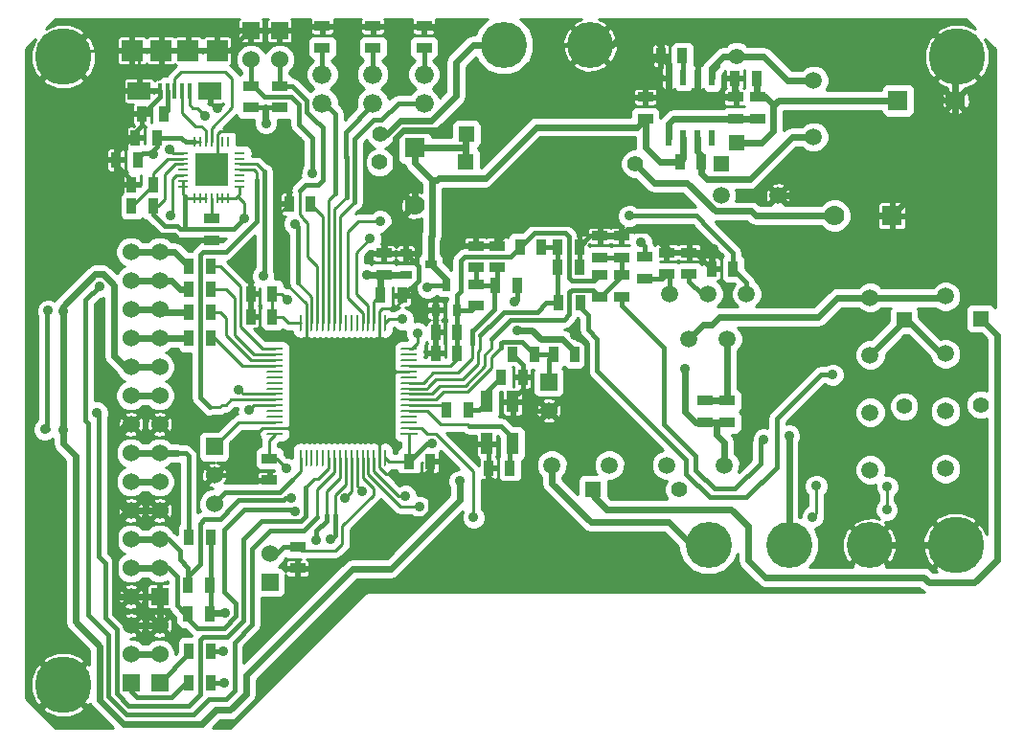
<source format=gtl>
G04 (created by PCBNEW (2013-07-07 BZR 4022)-stable) date Sun 21 Dec 2014 01:02:58 PM MSK*
%MOIN*%
G04 Gerber Fmt 3.4, Leading zero omitted, Abs format*
%FSLAX34Y34*%
G01*
G70*
G90*
G04 APERTURE LIST*
%ADD10C,0.00590551*%
%ADD11C,0.19685*%
%ADD12R,0.055X0.035*%
%ADD13R,0.06X0.06*%
%ADD14C,0.06*%
%ADD15C,0.066*%
%ADD16R,0.06X0.0098*%
%ADD17O,0.06X0.0098*%
%ADD18O,0.0098X0.06*%
%ADD19R,0.0315X0.0394*%
%ADD20R,0.0394X0.0315*%
%ADD21R,0.0236X0.0551*%
%ADD22R,0.035X0.055*%
%ADD23C,0.0590551*%
%ADD24R,0.015748X0.0531496*%
%ADD25R,0.0787402X0.0629921*%
%ADD26R,0.0748031X0.0748031*%
%ADD27R,0.055X0.055*%
%ADD28C,0.055*%
%ADD29R,0.0433X0.0748*%
%ADD30R,0.07X0.07*%
%ADD31C,0.07*%
%ADD32C,0.16*%
%ADD33O,0.0098X0.0394*%
%ADD34O,0.0394X0.0098*%
%ADD35R,0.11811X0.11811*%
%ADD36C,0.035*%
%ADD37C,0.023622*%
%ADD38C,0.015748*%
%ADD39C,0.01*%
G04 APERTURE END LIST*
G54D10*
G54D11*
X32618Y-18566D03*
X1574Y-23425D03*
X32677Y-1574D03*
X1574Y-1574D03*
G54D12*
X14118Y-1261D03*
X14118Y-511D03*
X12338Y-1261D03*
X12338Y-511D03*
X10578Y-1261D03*
X10578Y-511D03*
X8098Y-3341D03*
X8098Y-2591D03*
X9098Y-3341D03*
X9098Y-2591D03*
G54D13*
X8098Y-666D03*
G54D14*
X8098Y-1666D03*
G54D13*
X9098Y-666D03*
G54D14*
X9098Y-1666D03*
G54D15*
X14118Y-3186D03*
X14118Y-2186D03*
X12338Y-3186D03*
X12338Y-2186D03*
X10578Y-3186D03*
X10578Y-2186D03*
G54D16*
X13609Y-14694D03*
G54D17*
X13609Y-14497D03*
X13609Y-14300D03*
X13609Y-14103D03*
X13609Y-13906D03*
X13609Y-13710D03*
X13609Y-13513D03*
X13609Y-13316D03*
X13609Y-13119D03*
X13609Y-12922D03*
X13609Y-12725D03*
X13609Y-12529D03*
X13609Y-12332D03*
X13609Y-12135D03*
X13609Y-11938D03*
X13609Y-11741D03*
G54D18*
X12774Y-10843D03*
X12577Y-10843D03*
X12380Y-10843D03*
X12183Y-10843D03*
X11986Y-10843D03*
X11790Y-10843D03*
X11593Y-10843D03*
X11396Y-10843D03*
X11199Y-10843D03*
X11002Y-10843D03*
X10805Y-10843D03*
X10609Y-10843D03*
X10412Y-10843D03*
X10215Y-10843D03*
X10018Y-10843D03*
X9821Y-10843D03*
G54D17*
X8923Y-11741D03*
X8923Y-11938D03*
X8923Y-12135D03*
X8923Y-12332D03*
X8923Y-12529D03*
X8923Y-12725D03*
X8923Y-12922D03*
X8923Y-13119D03*
X8923Y-13316D03*
X8923Y-13513D03*
X8923Y-13710D03*
X8923Y-13906D03*
X8923Y-14103D03*
X8923Y-14300D03*
X8923Y-14497D03*
X8923Y-14694D03*
G54D18*
X9821Y-15529D03*
X10018Y-15529D03*
X10412Y-15529D03*
X10215Y-15536D03*
X10609Y-15529D03*
X10805Y-15529D03*
X11002Y-15529D03*
X11199Y-15529D03*
X11396Y-15529D03*
X11593Y-15529D03*
X11787Y-15529D03*
X11984Y-15529D03*
X12181Y-15529D03*
X12378Y-15529D03*
X12574Y-15529D03*
X12771Y-15529D03*
G54D19*
X14898Y-9533D03*
X15273Y-10399D03*
X14523Y-10399D03*
G54D20*
X14351Y-8786D03*
X13485Y-9161D03*
X13485Y-8411D03*
G54D21*
X24147Y-4400D03*
X24147Y-2300D03*
X23647Y-4400D03*
X23147Y-4400D03*
X22647Y-4400D03*
X23647Y-2300D03*
X23147Y-2300D03*
X22647Y-2300D03*
G54D12*
X20998Y-8561D03*
X20998Y-7811D03*
X23346Y-9134D03*
X23346Y-8384D03*
X20238Y-8561D03*
X20238Y-7811D03*
G54D22*
X18783Y-8186D03*
X19533Y-8186D03*
G54D12*
X15918Y-8901D03*
X15918Y-8151D03*
X22559Y-9134D03*
X22559Y-8384D03*
X21811Y-9292D03*
X21811Y-8542D03*
G54D22*
X18783Y-8906D03*
X19533Y-8906D03*
G54D12*
X16658Y-8901D03*
X16658Y-8151D03*
G54D22*
X10178Y-6692D03*
X9428Y-6692D03*
G54D12*
X9718Y-18631D03*
X9718Y-19381D03*
G54D22*
X24882Y-8956D03*
X24132Y-8956D03*
X5943Y-23366D03*
X6693Y-23366D03*
X5943Y-22266D03*
X6693Y-22266D03*
G54D12*
X25729Y-3732D03*
X25729Y-2982D03*
G54D22*
X8838Y-10620D03*
X8088Y-10620D03*
X15273Y-11166D03*
X14523Y-11166D03*
G54D12*
X23891Y-13547D03*
X23891Y-14297D03*
X24679Y-13547D03*
X24679Y-14297D03*
X12718Y-9161D03*
X12718Y-8411D03*
G54D22*
X15653Y-13866D03*
X14903Y-13866D03*
X16363Y-15886D03*
X17113Y-15886D03*
X17553Y-12726D03*
X16803Y-12726D03*
X19373Y-11946D03*
X18623Y-11946D03*
X17953Y-11946D03*
X17203Y-11946D03*
X8838Y-9832D03*
X8088Y-9832D03*
G54D12*
X8739Y-15560D03*
X8739Y-16310D03*
G54D22*
X12616Y-9872D03*
X13366Y-9872D03*
X13600Y-15659D03*
X14350Y-15659D03*
X15276Y-11889D03*
X14526Y-11889D03*
X4153Y-5166D03*
X3403Y-5166D03*
X5053Y-3566D03*
X4303Y-3566D03*
X4833Y-4386D03*
X4083Y-4386D03*
X4693Y-6026D03*
X3943Y-6026D03*
X4693Y-6766D03*
X3943Y-6766D03*
G54D12*
X24969Y-3732D03*
X24969Y-2982D03*
G54D22*
X25684Y-2317D03*
X24934Y-2317D03*
X23103Y-1539D03*
X22353Y-1539D03*
G54D12*
X21822Y-3725D03*
X21822Y-2975D03*
G54D22*
X23772Y-5240D03*
X23022Y-5240D03*
X18803Y-10146D03*
X19553Y-10146D03*
X17463Y-8186D03*
X18213Y-8186D03*
X16603Y-9546D03*
X17353Y-9546D03*
G54D12*
X15918Y-10241D03*
X15918Y-9491D03*
X20238Y-9171D03*
X20238Y-9921D03*
X20998Y-9171D03*
X20998Y-9921D03*
G54D23*
X27677Y-4370D03*
X27677Y-2401D03*
X26437Y-6397D03*
X24468Y-6397D03*
G54D13*
X4918Y-23366D03*
G54D14*
X4918Y-22366D03*
X4918Y-21366D03*
G54D13*
X6820Y-15141D03*
G54D14*
X6820Y-16141D03*
X6820Y-17141D03*
G54D13*
X3918Y-23366D03*
G54D14*
X3918Y-22366D03*
X3918Y-21366D03*
G54D13*
X8758Y-19866D03*
G54D14*
X8758Y-18866D03*
G54D13*
X18458Y-12886D03*
G54D14*
X18458Y-13886D03*
G54D24*
X5954Y-2755D03*
X5698Y-2755D03*
X5442Y-2755D03*
X5186Y-2755D03*
X4930Y-2755D03*
G54D25*
X6682Y-2755D03*
X4202Y-2755D03*
G54D26*
X6918Y-1358D03*
X3965Y-1358D03*
X5914Y-1358D03*
X4969Y-1358D03*
G54D27*
X33484Y-10685D03*
G54D28*
X33484Y-13685D03*
G54D27*
X30826Y-10744D03*
G54D28*
X30826Y-13744D03*
G54D27*
X19996Y-16633D03*
G54D28*
X22996Y-16633D03*
G54D27*
X24472Y-5295D03*
G54D28*
X21472Y-5295D03*
G54D27*
X15598Y-4266D03*
G54D28*
X12598Y-4266D03*
G54D27*
X25009Y-4557D03*
G54D28*
X25009Y-1557D03*
G54D27*
X15578Y-5246D03*
G54D28*
X12578Y-5246D03*
G54D29*
X17211Y-15034D03*
X17211Y-13578D03*
X16305Y-13578D03*
X16305Y-15034D03*
G54D30*
X30614Y-3090D03*
G54D31*
X32614Y-3090D03*
G54D30*
X30409Y-7106D03*
G54D31*
X28409Y-7106D03*
G54D30*
X13798Y-4746D03*
G54D31*
X13798Y-6746D03*
G54D32*
X19898Y-1166D03*
X16898Y-1166D03*
X29618Y-18566D03*
X26818Y-18566D03*
X24018Y-18566D03*
G54D23*
X22671Y-9828D03*
X24009Y-9828D03*
X25348Y-9828D03*
X23340Y-11403D03*
X24679Y-11403D03*
X32263Y-11913D03*
X32263Y-13913D03*
X32263Y-9913D03*
X32263Y-15913D03*
X29645Y-11952D03*
X29645Y-13952D03*
X29645Y-9952D03*
X29645Y-15952D03*
X22574Y-15787D03*
X20574Y-15787D03*
X24574Y-15787D03*
X18574Y-15787D03*
G54D12*
X6721Y-7203D03*
X6721Y-7953D03*
G54D33*
X7312Y-4527D03*
X7115Y-4527D03*
X6918Y-4527D03*
X6721Y-4527D03*
X6524Y-4527D03*
X6327Y-4527D03*
X6130Y-4527D03*
G54D34*
X5737Y-4920D03*
X5737Y-5117D03*
X5737Y-5314D03*
X5737Y-5511D03*
X5737Y-5708D03*
X5737Y-5905D03*
X5737Y-6102D03*
G54D33*
X6130Y-6495D03*
X6327Y-6495D03*
X6524Y-6495D03*
X6721Y-6495D03*
X6918Y-6495D03*
X7115Y-6495D03*
X7312Y-6495D03*
G54D34*
X7705Y-6102D03*
X7705Y-5905D03*
X7705Y-5708D03*
X7705Y-5511D03*
X7705Y-5314D03*
X7705Y-5117D03*
X7705Y-4920D03*
G54D35*
X6721Y-5511D03*
G54D22*
X6654Y-19980D03*
X5904Y-19980D03*
X6654Y-20964D03*
X5904Y-20964D03*
X6693Y-18287D03*
X5943Y-18287D03*
X6693Y-8866D03*
X5943Y-8866D03*
X6693Y-9666D03*
X5943Y-9666D03*
X6693Y-10466D03*
X5943Y-10466D03*
X6693Y-11366D03*
X5943Y-11366D03*
G54D13*
X4918Y-20366D03*
G54D14*
X3918Y-20366D03*
X4918Y-19366D03*
X3918Y-19366D03*
X4918Y-18366D03*
X3918Y-18366D03*
X4918Y-17366D03*
X3918Y-17366D03*
X4918Y-16366D03*
X3918Y-16366D03*
X4918Y-15366D03*
X3918Y-15366D03*
X4918Y-14366D03*
X3918Y-14366D03*
X4918Y-13366D03*
X3918Y-13366D03*
X4918Y-12366D03*
X3918Y-12366D03*
X4918Y-11366D03*
X3918Y-11366D03*
X4918Y-10366D03*
X3918Y-10366D03*
X4918Y-9366D03*
X3918Y-9366D03*
X4918Y-8366D03*
X3918Y-8366D03*
G54D36*
X23188Y-12440D03*
X25943Y-14891D03*
X26818Y-14766D03*
X28343Y-12641D03*
X17283Y-10098D03*
X5278Y-4786D03*
X6515Y-3631D03*
X14243Y-9616D03*
X15368Y-16341D03*
X1558Y-14566D03*
X1558Y-10446D03*
X13468Y-16866D03*
X9618Y-7386D03*
X10238Y-5646D03*
X30243Y-16541D03*
X30218Y-17341D03*
X13968Y-17241D03*
X12598Y-7303D03*
X12244Y-7913D03*
X9498Y-16946D03*
X11358Y-16946D03*
X9638Y-17386D03*
X11978Y-16686D03*
X10378Y-18406D03*
X7143Y-22266D03*
X10878Y-18366D03*
X7168Y-23366D03*
X2818Y-9566D03*
X2738Y-13966D03*
X918Y-14541D03*
X1043Y-10416D03*
X5298Y-7086D03*
X7678Y-13166D03*
X8518Y-9206D03*
X8038Y-13866D03*
X13366Y-10708D03*
X13897Y-11200D03*
X21268Y-7116D03*
X27768Y-16516D03*
X27643Y-17591D03*
X15843Y-17616D03*
X24212Y-8267D03*
X19370Y-11259D03*
X11377Y-12598D03*
X6919Y-3356D03*
X21673Y-8031D03*
X17358Y-11086D03*
X12118Y-9166D03*
X9360Y-10029D03*
X8618Y-3886D03*
X4698Y-4966D03*
X7185Y-20944D03*
X14389Y-15029D03*
X7864Y-7214D03*
X9330Y-15905D03*
G54D37*
X12598Y-4266D02*
X12818Y-4266D01*
X15838Y-1166D02*
X16898Y-1166D01*
X15238Y-1766D02*
X15838Y-1166D01*
X15238Y-2926D02*
X15238Y-1766D01*
X14378Y-3786D02*
X15238Y-2926D01*
X13298Y-3786D02*
X14378Y-3786D01*
X12818Y-4266D02*
X13298Y-3786D01*
G54D38*
X19818Y-9366D02*
X20043Y-9366D01*
X17478Y-8186D02*
X17958Y-7706D01*
X17958Y-7706D02*
X19018Y-7706D01*
X19018Y-7706D02*
X19158Y-7846D01*
X19158Y-7846D02*
X19158Y-9266D01*
X19158Y-9266D02*
X19258Y-9366D01*
X19258Y-9366D02*
X19818Y-9366D01*
X17463Y-8186D02*
X17478Y-8186D01*
X20043Y-9366D02*
X20238Y-9171D01*
X15273Y-10399D02*
X15273Y-9851D01*
X17123Y-8526D02*
X17463Y-8186D01*
X15538Y-8526D02*
X17123Y-8526D01*
X15398Y-8666D02*
X15538Y-8526D01*
X15398Y-9726D02*
X15398Y-8666D01*
X15273Y-9851D02*
X15398Y-9726D01*
X15273Y-10399D02*
X15760Y-10399D01*
X15760Y-10399D02*
X15918Y-10241D01*
X15276Y-11889D02*
X15273Y-11887D01*
X15273Y-11887D02*
X15273Y-11166D01*
X15273Y-11166D02*
X15273Y-10399D01*
G54D39*
X13609Y-12332D02*
X15049Y-12332D01*
X15276Y-12105D02*
X15276Y-11889D01*
X15049Y-12332D02*
X15276Y-12105D01*
X15273Y-11166D02*
X15273Y-11887D01*
G54D37*
X23188Y-12440D02*
X23188Y-13917D01*
X23569Y-14297D02*
X23891Y-14297D01*
X23188Y-13917D02*
X23569Y-14297D01*
X24679Y-14297D02*
X23891Y-14297D01*
X24574Y-15787D02*
X24574Y-14988D01*
X24311Y-14724D02*
X24311Y-14297D01*
X24574Y-14988D02*
X24311Y-14724D01*
G54D38*
X23891Y-14297D02*
X24311Y-14297D01*
X24311Y-14297D02*
X24679Y-14297D01*
X16458Y-11406D02*
X16458Y-11395D01*
X18997Y-10728D02*
X19178Y-10546D01*
X17125Y-10728D02*
X18997Y-10728D01*
X16458Y-11395D02*
X17125Y-10728D01*
X20998Y-9171D02*
X20998Y-9186D01*
X20263Y-9921D02*
X20238Y-9921D01*
X20998Y-9186D02*
X20263Y-9921D01*
X20998Y-8561D02*
X20998Y-9171D01*
X20238Y-8561D02*
X20998Y-8561D01*
X19818Y-9686D02*
X20003Y-9686D01*
X19178Y-10546D02*
X19178Y-9766D01*
X19178Y-9766D02*
X19258Y-9686D01*
X19258Y-9686D02*
X19818Y-9686D01*
X20003Y-9686D02*
X20238Y-9921D01*
G54D39*
X13609Y-13316D02*
X14281Y-13316D01*
X14390Y-13316D02*
X14675Y-13031D01*
X14675Y-13031D02*
X15378Y-13031D01*
X14281Y-13316D02*
X14390Y-13316D01*
X15554Y-13031D02*
X16238Y-12346D01*
X16238Y-12346D02*
X16238Y-11946D01*
X16238Y-11946D02*
X16458Y-11726D01*
X16458Y-11726D02*
X16458Y-11406D01*
X15378Y-13031D02*
X15554Y-13031D01*
G54D38*
X20998Y-9921D02*
X20998Y-10246D01*
X25818Y-15016D02*
X25943Y-14891D01*
X25818Y-15741D02*
X25818Y-15016D01*
X24943Y-16616D02*
X25818Y-15741D01*
X24218Y-16616D02*
X24943Y-16616D01*
X23568Y-15966D02*
X24218Y-16616D01*
X23568Y-15466D02*
X23568Y-15966D01*
X22468Y-14366D02*
X23568Y-15466D01*
X22468Y-11716D02*
X22468Y-14366D01*
X20998Y-10246D02*
X22468Y-11716D01*
G54D37*
X26818Y-18566D02*
X26818Y-14766D01*
G54D38*
X16694Y-10651D02*
X16893Y-10452D01*
X18357Y-10146D02*
X18803Y-10146D01*
X18051Y-10452D02*
X18357Y-10146D01*
X16893Y-10452D02*
X18051Y-10452D01*
X18783Y-9846D02*
X18783Y-10126D01*
X18783Y-10126D02*
X18803Y-10146D01*
X18783Y-9846D02*
X18783Y-8906D01*
G54D39*
X16009Y-12257D02*
X16009Y-11835D01*
G54D38*
X16078Y-11266D02*
X16694Y-10651D01*
G54D39*
X16078Y-11766D02*
X16078Y-11266D01*
X16009Y-11835D02*
X16078Y-11766D01*
X14273Y-13072D02*
X14279Y-13072D01*
X15462Y-12805D02*
X16009Y-12257D01*
X14547Y-12805D02*
X15462Y-12805D01*
X14279Y-13072D02*
X14547Y-12805D01*
X13609Y-13119D02*
X14226Y-13119D01*
X14226Y-13119D02*
X14273Y-13072D01*
G54D38*
X18783Y-8906D02*
X18783Y-8186D01*
X18213Y-8186D02*
X18783Y-8186D01*
X27268Y-13291D02*
X27918Y-12641D01*
X19553Y-10301D02*
X19818Y-10566D01*
X19818Y-10566D02*
X19818Y-11066D01*
X19818Y-11066D02*
X20143Y-11391D01*
X20143Y-11391D02*
X20143Y-12491D01*
X20143Y-12491D02*
X23243Y-15591D01*
X23243Y-15591D02*
X23243Y-16091D01*
X23243Y-16091D02*
X24068Y-16916D01*
X24068Y-16916D02*
X25343Y-16916D01*
X25343Y-16916D02*
X26393Y-15866D01*
X26393Y-15866D02*
X26393Y-14166D01*
X26393Y-14166D02*
X27268Y-13291D01*
X19553Y-10146D02*
X19553Y-10301D01*
X27918Y-12641D02*
X28343Y-12641D01*
X17353Y-9546D02*
X17353Y-10027D01*
X17353Y-10027D02*
X17283Y-10098D01*
X15816Y-11112D02*
X15833Y-11112D01*
G54D39*
X13609Y-12922D02*
X14103Y-12922D01*
X14172Y-12853D02*
X14103Y-12922D01*
X14447Y-12578D02*
X14172Y-12853D01*
X15816Y-11555D02*
X15816Y-12057D01*
X15816Y-12057D02*
X15295Y-12578D01*
X15295Y-12578D02*
X14447Y-12578D01*
G54D38*
X15816Y-11555D02*
X15816Y-11112D01*
X16578Y-9571D02*
X16603Y-9546D01*
X16578Y-10366D02*
X16578Y-9571D01*
X15833Y-11112D02*
X16578Y-10366D01*
X16603Y-9546D02*
X15973Y-9546D01*
X15973Y-9546D02*
X15918Y-9491D01*
X16658Y-8901D02*
X16658Y-9491D01*
X16658Y-9491D02*
X16603Y-9546D01*
X15918Y-9491D02*
X15918Y-8901D01*
G54D39*
X5737Y-4920D02*
X5412Y-4920D01*
X5412Y-4920D02*
X5278Y-4786D01*
X5954Y-3237D02*
X5954Y-2755D01*
X6515Y-3631D02*
X6250Y-3366D01*
X6250Y-3366D02*
X6082Y-3366D01*
X6082Y-3366D02*
X5954Y-3237D01*
G54D37*
X11643Y-19391D02*
X12968Y-19391D01*
X15368Y-16991D02*
X15368Y-16341D01*
X12968Y-19391D02*
X15368Y-16991D01*
G54D38*
X14326Y-9533D02*
X14243Y-9616D01*
X14898Y-9533D02*
X14326Y-9533D01*
G54D37*
X11643Y-19391D02*
X7933Y-23102D01*
X7933Y-23752D02*
X7933Y-23102D01*
X3968Y-24791D02*
X3668Y-24791D01*
X2843Y-22091D02*
X1998Y-21246D01*
X2843Y-23966D02*
X2843Y-22091D01*
X3668Y-24791D02*
X2843Y-23966D01*
X7368Y-24316D02*
X7933Y-23752D01*
X6868Y-24316D02*
X7368Y-24316D01*
X6393Y-24791D02*
X6868Y-24316D01*
X3968Y-24791D02*
X6393Y-24791D01*
X1558Y-15026D02*
X1998Y-15466D01*
X1558Y-15026D02*
X1558Y-14566D01*
X1998Y-15466D02*
X1998Y-21246D01*
X20866Y-4017D02*
X18029Y-4017D01*
X14578Y-5856D02*
X14388Y-5856D01*
X14643Y-5791D02*
X14578Y-5856D01*
X16255Y-5791D02*
X14643Y-5791D01*
X18029Y-4017D02*
X16255Y-5791D01*
X3918Y-12366D02*
X3718Y-12366D01*
X3718Y-12366D02*
X3338Y-11986D01*
X4918Y-12366D02*
X3918Y-12366D01*
X3338Y-11986D02*
X3338Y-9526D01*
X1558Y-10266D02*
X1558Y-10446D01*
X2678Y-9146D02*
X1558Y-10266D01*
X2958Y-9146D02*
X2678Y-9146D01*
X3338Y-9526D02*
X2958Y-9146D01*
X14388Y-5856D02*
X14388Y-7796D01*
X14351Y-8786D02*
X14351Y-7833D01*
X14388Y-7796D02*
X14351Y-7833D01*
X13798Y-5266D02*
X13798Y-4746D01*
X14388Y-5856D02*
X13798Y-5266D01*
X20789Y-4017D02*
X20866Y-4017D01*
X20866Y-4017D02*
X21531Y-4017D01*
X21531Y-4017D02*
X21822Y-3725D01*
X1558Y-10446D02*
X1558Y-14566D01*
X15578Y-4746D02*
X13798Y-4746D01*
X15578Y-5246D02*
X15578Y-4746D01*
X15578Y-4746D02*
X15578Y-4286D01*
X15578Y-4286D02*
X15598Y-4266D01*
X14898Y-9533D02*
X14898Y-9333D01*
X14898Y-9333D02*
X14351Y-8786D01*
G54D38*
X14898Y-9333D02*
X14351Y-8786D01*
G54D37*
X23022Y-5240D02*
X22331Y-5240D01*
X22331Y-5240D02*
X21822Y-4732D01*
X21822Y-4732D02*
X21822Y-3725D01*
X23147Y-4400D02*
X23147Y-5115D01*
X23147Y-5115D02*
X23022Y-5240D01*
G54D39*
X12378Y-16006D02*
X12972Y-16600D01*
X12378Y-16006D02*
X12378Y-15529D01*
X13238Y-16866D02*
X12972Y-16600D01*
X13468Y-16866D02*
X13238Y-16866D01*
G54D38*
X10000Y-4173D02*
X10005Y-4173D01*
X9724Y-7492D02*
X9724Y-9429D01*
X9618Y-7386D02*
X9724Y-7492D01*
X10238Y-4406D02*
X10238Y-5646D01*
X10005Y-4173D02*
X10238Y-4406D01*
G54D39*
X10215Y-10843D02*
X10215Y-9920D01*
X10215Y-9920D02*
X9724Y-9429D01*
G54D38*
X8203Y-2591D02*
X8098Y-2591D01*
X8578Y-2966D02*
X9370Y-2966D01*
X8203Y-2591D02*
X8578Y-2966D01*
X9370Y-2966D02*
X9429Y-2966D01*
X9763Y-3937D02*
X10000Y-4173D01*
X9763Y-3228D02*
X9763Y-3937D01*
X9502Y-2966D02*
X9763Y-3228D01*
X9429Y-2966D02*
X9502Y-2966D01*
X8098Y-2591D02*
X8098Y-1666D01*
G54D39*
X10412Y-10843D02*
X10412Y-8877D01*
X10078Y-8543D02*
X10078Y-7381D01*
X10412Y-8877D02*
X10078Y-8543D01*
G54D38*
X9803Y-6240D02*
X9996Y-6046D01*
X10590Y-5875D02*
X10590Y-4822D01*
X10418Y-6046D02*
X10590Y-5875D01*
X9996Y-6046D02*
X10418Y-6046D01*
X10275Y-3720D02*
X10590Y-4035D01*
X10590Y-4035D02*
X10590Y-4822D01*
X10038Y-3503D02*
X10039Y-3503D01*
X10255Y-3720D02*
X10275Y-3720D01*
X10039Y-3503D02*
X10255Y-3720D01*
G54D39*
X9803Y-7066D02*
X9803Y-6240D01*
X9901Y-7165D02*
X9803Y-7066D01*
X9901Y-7204D02*
X9901Y-7165D01*
X10078Y-7381D02*
X9901Y-7204D01*
G54D38*
X9098Y-2591D02*
X9523Y-2591D01*
X10038Y-3106D02*
X10038Y-3503D01*
X9523Y-2591D02*
X10038Y-3106D01*
X9098Y-2591D02*
X9098Y-1666D01*
G54D39*
X12583Y-16511D02*
X13313Y-17241D01*
X12181Y-16109D02*
X12583Y-16511D01*
X12181Y-15529D02*
X12181Y-16109D01*
X30218Y-16566D02*
X30243Y-16541D01*
X30218Y-17341D02*
X30218Y-16566D01*
X13313Y-17241D02*
X13968Y-17241D01*
X11986Y-10843D02*
X11986Y-10490D01*
X11830Y-7303D02*
X12598Y-7303D01*
X11456Y-7677D02*
X11830Y-7303D01*
X11456Y-9960D02*
X11456Y-7677D01*
X11986Y-10490D02*
X11456Y-9960D01*
X12183Y-10843D02*
X12183Y-10234D01*
X11771Y-8385D02*
X12244Y-7913D01*
X11771Y-9822D02*
X11771Y-8385D01*
X12183Y-10234D02*
X11771Y-9822D01*
G54D37*
X4918Y-8366D02*
X3918Y-8366D01*
X5943Y-8866D02*
X5443Y-8366D01*
X5443Y-8366D02*
X4918Y-8366D01*
X4918Y-9366D02*
X3918Y-9366D01*
X5943Y-9666D02*
X5618Y-9666D01*
X5318Y-9366D02*
X4918Y-9366D01*
X5618Y-9666D02*
X5318Y-9366D01*
X4918Y-10366D02*
X3918Y-10366D01*
X5943Y-10466D02*
X5018Y-10466D01*
X5018Y-10466D02*
X4918Y-10366D01*
X4918Y-11366D02*
X3918Y-11366D01*
X5943Y-11366D02*
X4918Y-11366D01*
G54D38*
X4918Y-18366D02*
X5218Y-18366D01*
X5904Y-19352D02*
X5904Y-19980D01*
X5618Y-19066D02*
X5904Y-19352D01*
X5618Y-18766D02*
X5618Y-19066D01*
X5218Y-18366D02*
X5618Y-18766D01*
G54D37*
X4918Y-18366D02*
X3918Y-18366D01*
G54D38*
X9498Y-16946D02*
X9298Y-16946D01*
X9298Y-16946D02*
X9238Y-17006D01*
X9238Y-17006D02*
X7678Y-17006D01*
X7678Y-17006D02*
X7278Y-17406D01*
X7278Y-17406D02*
X7278Y-17426D01*
X7278Y-17426D02*
X7038Y-17666D01*
X7038Y-17666D02*
X6478Y-17666D01*
X6478Y-17666D02*
X6318Y-17826D01*
X6318Y-17826D02*
X6318Y-19246D01*
X6318Y-19246D02*
X5904Y-19661D01*
X5904Y-19661D02*
X5904Y-19980D01*
G54D39*
X11593Y-15529D02*
X11593Y-16712D01*
X11593Y-16712D02*
X11358Y-16946D01*
G54D38*
X5904Y-20964D02*
X5816Y-20964D01*
X5218Y-19366D02*
X4918Y-19366D01*
X5518Y-19666D02*
X5218Y-19366D01*
X5518Y-20666D02*
X5518Y-19666D01*
X5816Y-20964D02*
X5518Y-20666D01*
G54D37*
X3918Y-19366D02*
X4918Y-19366D01*
G54D39*
X11787Y-15529D02*
X11787Y-16495D01*
G54D38*
X5904Y-21132D02*
X5904Y-20964D01*
X6238Y-21466D02*
X5904Y-21132D01*
X7158Y-21466D02*
X6238Y-21466D01*
X7578Y-21046D02*
X7158Y-21466D01*
X7578Y-20606D02*
X7578Y-21046D01*
X7158Y-20186D02*
X7578Y-20606D01*
X7158Y-18026D02*
X7158Y-20186D01*
X7858Y-17326D02*
X7158Y-18026D01*
X9578Y-17326D02*
X7858Y-17326D01*
X9638Y-17386D02*
X9578Y-17326D01*
G54D39*
X11787Y-16495D02*
X11978Y-16686D01*
X11199Y-9902D02*
X11199Y-7146D01*
X11199Y-7146D02*
X11709Y-6637D01*
G54D38*
X11709Y-6637D02*
X11709Y-4436D01*
X13218Y-3186D02*
X12638Y-3766D01*
X12638Y-3766D02*
X12378Y-3766D01*
X14118Y-3186D02*
X13218Y-3186D01*
X11709Y-4436D02*
X12378Y-3766D01*
G54D39*
X11199Y-10843D02*
X11199Y-9902D01*
X11002Y-9822D02*
X11002Y-6871D01*
X11002Y-6871D02*
X11417Y-6456D01*
X11002Y-10843D02*
X11002Y-9822D01*
G54D38*
X12338Y-3246D02*
X11398Y-4186D01*
X11417Y-6456D02*
X11417Y-5078D01*
X11417Y-5078D02*
X11398Y-5060D01*
X11398Y-5060D02*
X11398Y-4186D01*
X12338Y-3246D02*
X12338Y-3186D01*
G54D39*
X10805Y-9704D02*
X10805Y-6556D01*
X10805Y-6556D02*
X11043Y-6318D01*
G54D38*
X10578Y-3186D02*
X10667Y-3186D01*
X11043Y-3562D02*
X11043Y-6318D01*
X10667Y-3186D02*
X11043Y-3562D01*
G54D39*
X10805Y-10843D02*
X10805Y-9704D01*
G54D38*
X6318Y-9626D02*
X6318Y-8466D01*
G54D39*
X7705Y-5511D02*
X8098Y-5511D01*
X7007Y-13779D02*
X6678Y-13779D01*
X7086Y-13700D02*
X7007Y-13779D01*
X7224Y-13700D02*
X7086Y-13700D01*
X7411Y-13513D02*
X7224Y-13700D01*
X7559Y-13513D02*
X8923Y-13513D01*
X7559Y-13513D02*
X7411Y-13513D01*
G54D38*
X8298Y-6266D02*
X8298Y-5866D01*
X6678Y-13779D02*
X6651Y-13779D01*
X6318Y-13446D02*
X6318Y-9626D01*
X6651Y-13779D02*
X6318Y-13446D01*
G54D39*
X8203Y-5511D02*
X8298Y-5606D01*
X8298Y-5606D02*
X8298Y-5866D01*
X8098Y-5511D02*
X8203Y-5511D01*
G54D38*
X8298Y-7286D02*
X7218Y-8366D01*
X7218Y-8366D02*
X6418Y-8366D01*
X6418Y-8366D02*
X6318Y-8466D01*
X8298Y-6266D02*
X8298Y-7286D01*
G54D39*
X11199Y-15529D02*
X11200Y-15530D01*
X10728Y-17546D02*
X10728Y-16702D01*
X10728Y-16702D02*
X11196Y-16234D01*
X11200Y-16230D02*
X11196Y-16234D01*
X11200Y-15530D02*
X11200Y-16230D01*
G54D38*
X10728Y-17717D02*
X10378Y-18066D01*
X10378Y-18066D02*
X10378Y-18406D01*
X10728Y-17546D02*
X10728Y-17717D01*
X7143Y-22266D02*
X6693Y-22266D01*
G54D39*
X11196Y-15529D02*
X11199Y-15529D01*
X11396Y-16457D02*
X11023Y-16830D01*
X11023Y-16830D02*
X11023Y-17546D01*
X11396Y-15529D02*
X11396Y-16457D01*
G54D38*
X11023Y-18222D02*
X10878Y-18366D01*
X11023Y-17546D02*
X11023Y-18222D01*
X7168Y-23366D02*
X6693Y-23366D01*
X6713Y-23367D02*
X6712Y-23366D01*
G54D39*
X11391Y-15529D02*
X11396Y-15529D01*
G54D38*
X4118Y-24466D02*
X3768Y-24466D01*
X3143Y-21716D02*
X2438Y-21011D01*
X3143Y-23841D02*
X3143Y-21716D01*
X3768Y-24466D02*
X3143Y-23841D01*
X7519Y-23641D02*
X7219Y-23941D01*
X6093Y-24466D02*
X4118Y-24466D01*
X6618Y-23941D02*
X6093Y-24466D01*
X7219Y-23941D02*
X6618Y-23941D01*
X2338Y-10046D02*
X2818Y-9566D01*
X2338Y-14226D02*
X2338Y-10046D01*
X2438Y-14326D02*
X2338Y-14226D01*
X2438Y-21011D02*
X2438Y-14326D01*
X7519Y-21966D02*
X8138Y-21346D01*
X7519Y-23641D02*
X7519Y-21966D01*
X8138Y-20866D02*
X8138Y-21346D01*
X10393Y-17606D02*
X10393Y-17612D01*
X8138Y-18706D02*
X8138Y-20866D01*
X8778Y-18066D02*
X8138Y-18706D01*
X9938Y-18066D02*
X8778Y-18066D01*
X10393Y-17612D02*
X9938Y-18066D01*
G54D39*
X10403Y-16643D02*
X10393Y-16653D01*
X10393Y-16653D02*
X10393Y-17606D01*
X11002Y-15529D02*
X11002Y-16044D01*
X11002Y-16044D02*
X10403Y-16643D01*
G54D38*
X3418Y-22416D02*
X3418Y-21491D01*
X3043Y-19216D02*
X2798Y-18971D01*
X3043Y-21116D02*
X3043Y-19216D01*
X3418Y-21491D02*
X3043Y-21116D01*
X4218Y-24166D02*
X3843Y-24166D01*
X3418Y-23741D02*
X3418Y-22416D01*
X3843Y-24166D02*
X3418Y-23741D01*
X6318Y-23566D02*
X6318Y-23766D01*
X5918Y-24166D02*
X4218Y-24166D01*
X6318Y-23766D02*
X5918Y-24166D01*
X7298Y-21726D02*
X7258Y-21766D01*
X6318Y-21866D02*
X6318Y-23566D01*
X6418Y-21766D02*
X6318Y-21866D01*
X7258Y-21766D02*
X6418Y-21766D01*
X2798Y-14026D02*
X2738Y-13966D01*
X2798Y-18971D02*
X2798Y-14026D01*
X10000Y-17566D02*
X9998Y-17566D01*
X7838Y-21186D02*
X7298Y-21726D01*
X7838Y-18366D02*
X7838Y-21186D01*
X8458Y-17746D02*
X7838Y-18366D01*
X9818Y-17746D02*
X8458Y-17746D01*
X9998Y-17566D02*
X9818Y-17746D01*
X10000Y-16555D02*
X10000Y-17566D01*
G54D39*
X10805Y-15887D02*
X10433Y-16259D01*
X10805Y-15887D02*
X10805Y-15529D01*
X10295Y-16259D02*
X10000Y-16555D01*
X10433Y-16259D02*
X10295Y-16259D01*
G54D37*
X3918Y-22366D02*
X4918Y-22366D01*
G54D38*
X943Y-14516D02*
X993Y-14516D01*
X918Y-14541D02*
X943Y-14516D01*
X1043Y-10416D02*
X993Y-10466D01*
X993Y-10466D02*
X993Y-14516D01*
X993Y-14516D02*
X1018Y-14541D01*
G54D39*
X5358Y-6186D02*
X5358Y-7026D01*
X5358Y-7026D02*
X5298Y-7086D01*
X8923Y-13316D02*
X7828Y-13316D01*
X7828Y-13316D02*
X7678Y-13166D01*
X5358Y-5846D02*
X5358Y-6186D01*
X5737Y-5708D02*
X5497Y-5708D01*
X5497Y-5708D02*
X5358Y-5846D01*
G54D38*
X6820Y-17141D02*
X6820Y-17105D01*
G54D39*
X9821Y-16004D02*
X9821Y-15529D01*
X9518Y-16306D02*
X9821Y-16004D01*
G54D38*
X9098Y-16726D02*
X9518Y-16306D01*
X7198Y-16726D02*
X9098Y-16726D01*
X6820Y-17105D02*
X7198Y-16726D01*
G54D39*
X8923Y-14300D02*
X7661Y-14300D01*
X7661Y-14300D02*
X6820Y-15141D01*
G54D38*
X8558Y-9166D02*
X8558Y-8646D01*
X8518Y-9206D02*
X8558Y-9166D01*
G54D39*
X7705Y-5314D02*
X8306Y-5314D01*
X8195Y-13710D02*
X8923Y-13710D01*
X8038Y-13866D02*
X8195Y-13710D01*
G54D38*
X8558Y-6026D02*
X8558Y-8646D01*
X8558Y-5786D02*
X8558Y-6026D01*
X8558Y-5566D02*
X8558Y-5786D01*
G54D39*
X8306Y-5314D02*
X8558Y-5566D01*
G54D37*
X4918Y-15366D02*
X5518Y-15366D01*
G54D38*
X5518Y-15366D02*
X5818Y-15366D01*
X5818Y-15366D02*
X5918Y-15466D01*
X5918Y-15466D02*
X5918Y-18262D01*
X5918Y-18262D02*
X5943Y-18287D01*
G54D37*
X3918Y-15366D02*
X4918Y-15366D01*
G54D39*
X12952Y-10708D02*
X12909Y-10708D01*
X13366Y-10708D02*
X12952Y-10708D01*
X12909Y-10708D02*
X12774Y-10843D01*
G54D37*
X3918Y-16366D02*
X4918Y-16366D01*
G54D39*
X13691Y-11741D02*
X13609Y-11741D01*
X13897Y-11200D02*
X13897Y-11535D01*
X13897Y-11535D02*
X13691Y-11741D01*
G54D38*
X24882Y-8956D02*
X24882Y-8405D01*
X24882Y-8405D02*
X24043Y-7566D01*
X23593Y-7116D02*
X24043Y-7566D01*
X22468Y-7116D02*
X23593Y-7116D01*
X21268Y-7116D02*
X22468Y-7116D01*
G54D37*
X19996Y-16633D02*
X19996Y-16846D01*
X34055Y-11255D02*
X33484Y-10685D01*
X34055Y-19094D02*
X34055Y-11255D01*
X33267Y-19881D02*
X34055Y-19094D01*
X31692Y-19881D02*
X33267Y-19881D01*
X31496Y-19685D02*
X31692Y-19881D01*
X25984Y-19685D02*
X31496Y-19685D01*
X25393Y-19094D02*
X25984Y-19685D01*
X25393Y-17913D02*
X25393Y-19094D01*
X24803Y-17322D02*
X25393Y-17913D01*
X20472Y-17322D02*
X24803Y-17322D01*
X19996Y-16846D02*
X20472Y-17322D01*
X30826Y-10744D02*
X30826Y-10771D01*
X30826Y-10771D02*
X29645Y-11952D01*
X32263Y-11913D02*
X32115Y-11913D01*
X30946Y-10744D02*
X30826Y-10744D01*
X32115Y-11913D02*
X30946Y-10744D01*
X30614Y-3090D02*
X26456Y-3090D01*
X26456Y-3090D02*
X26269Y-3277D01*
G54D38*
X25348Y-9828D02*
X25348Y-9422D01*
X25348Y-9422D02*
X24882Y-8956D01*
G54D37*
X25729Y-2982D02*
X26014Y-2982D01*
X25869Y-4557D02*
X25009Y-4557D01*
X26269Y-3395D02*
X26269Y-4157D01*
X26269Y-4157D02*
X25869Y-4557D01*
X26269Y-3237D02*
X26269Y-3277D01*
X26269Y-3277D02*
X26269Y-3395D01*
X26014Y-2982D02*
X26269Y-3237D01*
X25684Y-2317D02*
X25684Y-2937D01*
X25684Y-2937D02*
X25729Y-2982D01*
X28409Y-7106D02*
X25669Y-7106D01*
X22141Y-5964D02*
X21472Y-5295D01*
X23267Y-5964D02*
X22141Y-5964D01*
X24251Y-6948D02*
X23267Y-5964D01*
X25511Y-6948D02*
X24251Y-6948D01*
X25669Y-7106D02*
X25511Y-6948D01*
G54D38*
X23346Y-9134D02*
X23346Y-9389D01*
X23785Y-9828D02*
X24009Y-9828D01*
X23346Y-9389D02*
X23785Y-9828D01*
G54D39*
X15843Y-16391D02*
X15843Y-16011D01*
X27768Y-16516D02*
X27768Y-17466D01*
X27768Y-17466D02*
X27643Y-17591D01*
X15843Y-17616D02*
X15843Y-16391D01*
X15843Y-16011D02*
X14838Y-15006D01*
X13609Y-14497D02*
X14029Y-14497D01*
X14518Y-14686D02*
X14838Y-15006D01*
X14218Y-14686D02*
X14518Y-14686D01*
X14029Y-14497D02*
X14218Y-14686D01*
G54D37*
X32614Y-3090D02*
X32614Y-1637D01*
X32614Y-1637D02*
X32677Y-1574D01*
G54D38*
X22353Y-1539D02*
X22270Y-1539D01*
X22270Y-1539D02*
X21822Y-1987D01*
X32614Y-3090D02*
X32242Y-3090D01*
X21960Y-766D02*
X21939Y-787D01*
X29918Y-766D02*
X21960Y-766D01*
X32242Y-3090D02*
X29918Y-766D01*
G54D39*
X11473Y-18991D02*
X11843Y-18991D01*
X14093Y-17616D02*
X14350Y-17360D01*
X13218Y-17616D02*
X14093Y-17616D01*
X11843Y-18991D02*
X13218Y-17616D01*
G54D38*
X9718Y-19381D02*
X11083Y-19381D01*
X14350Y-17360D02*
X14350Y-15659D01*
X11083Y-19381D02*
X11473Y-18991D01*
X16363Y-15886D02*
X16363Y-16186D01*
X17793Y-14551D02*
X18458Y-13886D01*
X17793Y-16091D02*
X17793Y-14551D01*
X17468Y-16416D02*
X17793Y-16091D01*
X16593Y-16416D02*
X17468Y-16416D01*
X16363Y-16186D02*
X16593Y-16416D01*
G54D37*
X19898Y-1166D02*
X20683Y-1166D01*
X21062Y-787D02*
X21939Y-787D01*
X20683Y-1166D02*
X21062Y-787D01*
X21939Y-787D02*
X22189Y-1037D01*
X22353Y-1201D02*
X22189Y-1037D01*
X22353Y-1201D02*
X22353Y-1539D01*
X24132Y-8347D02*
X24132Y-8956D01*
X24212Y-8267D02*
X24132Y-8347D01*
X3918Y-21366D02*
X3768Y-21366D01*
X3768Y-21366D02*
X3378Y-20976D01*
X3378Y-20976D02*
X3378Y-20366D01*
X29618Y-18566D02*
X32618Y-18566D01*
X26437Y-6397D02*
X29174Y-6397D01*
X29174Y-6397D02*
X29883Y-7106D01*
X29883Y-7106D02*
X30409Y-7106D01*
X4918Y-21366D02*
X4918Y-20366D01*
X4918Y-21366D02*
X3918Y-21366D01*
X3918Y-20366D02*
X3378Y-20366D01*
X4918Y-20366D02*
X3918Y-20366D01*
X3918Y-17366D02*
X3718Y-17366D01*
X3718Y-14366D02*
X3918Y-14366D01*
X3318Y-14766D02*
X3718Y-14366D01*
X3318Y-16966D02*
X3318Y-14766D01*
X3718Y-17366D02*
X3318Y-16966D01*
X3918Y-17366D02*
X3818Y-17366D01*
X3378Y-20366D02*
X3378Y-19514D01*
X3378Y-17806D02*
X3378Y-19514D01*
X3818Y-17366D02*
X3378Y-17806D01*
X3918Y-17366D02*
X4918Y-17366D01*
G54D38*
X4868Y-7716D02*
X4918Y-7766D01*
X5418Y-7766D02*
X5605Y-7953D01*
X4918Y-7766D02*
X5418Y-7766D01*
X18458Y-13883D02*
X18458Y-13886D01*
X18458Y-13883D02*
X19271Y-13070D01*
X19271Y-13070D02*
X19271Y-12814D01*
X19271Y-12814D02*
X19763Y-12322D01*
X19763Y-12322D02*
X19763Y-11614D01*
X19763Y-11614D02*
X19409Y-11259D01*
X19409Y-11259D02*
X19370Y-11259D01*
G54D37*
X32614Y-3090D02*
X32614Y-4901D01*
X32614Y-4901D02*
X30409Y-7106D01*
X20238Y-7811D02*
X20998Y-7811D01*
X22559Y-8384D02*
X22559Y-8248D01*
X22559Y-8248D02*
X21909Y-7598D01*
X21909Y-7598D02*
X21212Y-7598D01*
X21212Y-7598D02*
X20998Y-7811D01*
G54D38*
X24132Y-8956D02*
X24132Y-8955D01*
X24132Y-8955D02*
X23562Y-8384D01*
X23562Y-8384D02*
X23346Y-8384D01*
X22559Y-8384D02*
X23346Y-8384D01*
X20238Y-7811D02*
X19908Y-7811D01*
X19908Y-7811D02*
X19533Y-8186D01*
X16658Y-8151D02*
X16658Y-8026D01*
X16658Y-8026D02*
X17278Y-7406D01*
X17278Y-7406D02*
X19238Y-7406D01*
X19238Y-7406D02*
X19533Y-7701D01*
X19533Y-7701D02*
X19533Y-8186D01*
X19533Y-8906D02*
X19533Y-8186D01*
G54D37*
X22647Y-2300D02*
X22647Y-1834D01*
X22647Y-1834D02*
X22353Y-1539D01*
G54D38*
X16658Y-8151D02*
X15918Y-8151D01*
G54D37*
X24934Y-2317D02*
X24934Y-2947D01*
X24934Y-2947D02*
X24969Y-2982D01*
X23647Y-2777D02*
X23629Y-2777D01*
X22647Y-2835D02*
X22647Y-2300D01*
X22769Y-2957D02*
X22647Y-2835D01*
X23449Y-2957D02*
X22769Y-2957D01*
X23629Y-2777D02*
X23449Y-2957D01*
X24969Y-2982D02*
X23814Y-2982D01*
X23647Y-2815D02*
X23647Y-2777D01*
X23647Y-2777D02*
X23647Y-2300D01*
X23814Y-2982D02*
X23647Y-2815D01*
G54D38*
X3943Y-6026D02*
X3678Y-6026D01*
X3678Y-6026D02*
X3403Y-6301D01*
X6721Y-7953D02*
X5605Y-7953D01*
X4868Y-7716D02*
X4438Y-7286D01*
X4438Y-7286D02*
X3618Y-7286D01*
X3618Y-7286D02*
X3403Y-7071D01*
X3403Y-7071D02*
X3403Y-6301D01*
X3943Y-6026D02*
X3943Y-5871D01*
X3403Y-5331D02*
X3403Y-5166D01*
X3943Y-5871D02*
X3403Y-5331D01*
G54D37*
X13798Y-6746D02*
X13798Y-5986D01*
X13798Y-5986D02*
X13138Y-5326D01*
X13138Y-5326D02*
X13138Y-4409D01*
X13138Y-4409D02*
X13401Y-4146D01*
X13401Y-4146D02*
X14618Y-4146D01*
X14618Y-4146D02*
X16498Y-2266D01*
X16498Y-2266D02*
X16978Y-2266D01*
X17318Y-2266D02*
X17718Y-1866D01*
G54D38*
X17718Y-1866D02*
X18418Y-1166D01*
X18418Y-1166D02*
X19898Y-1166D01*
G54D37*
X16978Y-2266D02*
X17318Y-2266D01*
X13798Y-6746D02*
X13758Y-6746D01*
X13438Y-7066D02*
X12718Y-7786D01*
X12718Y-7786D02*
X12718Y-8411D01*
X13758Y-6746D02*
X13438Y-7066D01*
G54D38*
X18458Y-13886D02*
X18018Y-13886D01*
X17710Y-13578D02*
X17211Y-13578D01*
X18018Y-13886D02*
X17710Y-13578D01*
X17553Y-12726D02*
X17553Y-12296D01*
X17553Y-12296D02*
X17203Y-11946D01*
X16363Y-15886D02*
X16363Y-15092D01*
X16363Y-15092D02*
X16305Y-15034D01*
X17211Y-13578D02*
X17211Y-13473D01*
X17553Y-13131D02*
X17553Y-12726D01*
X17211Y-13473D02*
X17553Y-13131D01*
X3403Y-5166D02*
X3403Y-4921D01*
X3938Y-4386D02*
X4083Y-4386D01*
X3403Y-4921D02*
X3938Y-4386D01*
X4303Y-3566D02*
X4303Y-3981D01*
X4083Y-4201D02*
X4083Y-4386D01*
X4303Y-3981D02*
X4083Y-4201D01*
X4930Y-2755D02*
X4930Y-2975D01*
X4338Y-3566D02*
X4303Y-3566D01*
X4930Y-2975D02*
X4338Y-3566D01*
G54D39*
X6918Y-4527D02*
X6918Y-4267D01*
X9428Y-5056D02*
X9428Y-6692D01*
X9138Y-4766D02*
X9428Y-5056D01*
X8138Y-4766D02*
X9138Y-4766D01*
X7538Y-4166D02*
X8138Y-4766D01*
X7018Y-4166D02*
X7538Y-4166D01*
X6918Y-4267D02*
X7018Y-4166D01*
G54D38*
X12718Y-8411D02*
X13485Y-8411D01*
X13366Y-9872D02*
X13413Y-9872D01*
X13485Y-8433D02*
X13485Y-8411D01*
X13918Y-8866D02*
X13485Y-8433D01*
X13918Y-9366D02*
X13918Y-8866D01*
X13413Y-9872D02*
X13918Y-9366D01*
X14118Y-511D02*
X14363Y-511D01*
X14363Y-511D02*
X14678Y-826D01*
G54D39*
X19898Y-1166D02*
X19998Y-1166D01*
X9281Y-9438D02*
X9281Y-9104D01*
X10018Y-10314D02*
X10018Y-10843D01*
X10018Y-10175D02*
X9281Y-9438D01*
X10018Y-10314D02*
X10018Y-10175D01*
X9281Y-9104D02*
X9074Y-8897D01*
X9074Y-8897D02*
X9074Y-7046D01*
X9074Y-7046D02*
X9428Y-6692D01*
X12577Y-12214D02*
X12193Y-12598D01*
X12193Y-12598D02*
X11377Y-12598D01*
X6682Y-2755D02*
X6682Y-3119D01*
X6682Y-3119D02*
X6919Y-3356D01*
X12577Y-12214D02*
X12577Y-12215D01*
X8923Y-14494D02*
X8923Y-14497D01*
X10298Y-14494D02*
X8923Y-14494D01*
X12577Y-12215D02*
X10298Y-14494D01*
X12574Y-15529D02*
X12574Y-12928D01*
X12577Y-12925D02*
X12577Y-12214D01*
X12577Y-12214D02*
X12577Y-12213D01*
X12574Y-12928D02*
X12577Y-12925D01*
X12577Y-12213D02*
X10451Y-12213D01*
X10451Y-12213D02*
X10021Y-11782D01*
X10021Y-11782D02*
X10021Y-10843D01*
X10021Y-10843D02*
X10018Y-10843D01*
X13609Y-12529D02*
X12893Y-12529D01*
X12893Y-12529D02*
X12577Y-12213D01*
X12577Y-12213D02*
X12577Y-10843D01*
X14523Y-11166D02*
X14523Y-11887D01*
X14523Y-11887D02*
X14526Y-11889D01*
X3965Y-1358D02*
X1791Y-1358D01*
X1791Y-1358D02*
X1574Y-1574D01*
G54D38*
X8342Y-16310D02*
X7702Y-16310D01*
X7533Y-16141D02*
X6820Y-16141D01*
X7702Y-16310D02*
X7533Y-16141D01*
X12338Y-511D02*
X14118Y-511D01*
X10578Y-511D02*
X12338Y-511D01*
X9098Y-666D02*
X9758Y-666D01*
X9913Y-511D02*
X10578Y-511D01*
X9758Y-666D02*
X9913Y-511D01*
G54D39*
X8739Y-16310D02*
X8342Y-16310D01*
X8508Y-14497D02*
X8923Y-14497D01*
X8342Y-16310D02*
X8198Y-16166D01*
X8198Y-16166D02*
X8198Y-14806D01*
X8198Y-14806D02*
X8508Y-14497D01*
G54D38*
X8098Y-666D02*
X9098Y-666D01*
X8098Y-666D02*
X8038Y-666D01*
X7347Y-1358D02*
X6918Y-1358D01*
X8038Y-666D02*
X7347Y-1358D01*
G54D39*
X6918Y-4527D02*
X6918Y-5314D01*
X6918Y-5314D02*
X6721Y-5511D01*
X8088Y-10620D02*
X8088Y-9832D01*
X12577Y-10843D02*
X12577Y-10428D01*
X12577Y-10428D02*
X12658Y-10346D01*
X12658Y-10346D02*
X13078Y-10346D01*
X13078Y-10346D02*
X13366Y-10059D01*
X13366Y-10059D02*
X13366Y-9872D01*
X14523Y-10399D02*
X14151Y-10399D01*
X14151Y-10399D02*
X13624Y-9872D01*
X13624Y-9872D02*
X13366Y-9872D01*
X14523Y-11166D02*
X14523Y-10399D01*
X12574Y-15529D02*
X12574Y-15882D01*
X14350Y-15895D02*
X14350Y-15659D01*
X14138Y-16106D02*
X14350Y-15895D01*
X12798Y-16106D02*
X14138Y-16106D01*
X12574Y-15882D02*
X12798Y-16106D01*
G54D38*
X23647Y-2615D02*
X23647Y-2639D01*
X23647Y-2615D02*
X23647Y-2300D01*
X23647Y-2639D02*
X23449Y-2837D01*
X23449Y-2837D02*
X22809Y-2837D01*
X22809Y-2837D02*
X22647Y-2675D01*
X22647Y-2675D02*
X22647Y-2300D01*
X21822Y-1987D02*
X21822Y-2975D01*
X22647Y-1834D02*
X22353Y-1539D01*
G54D39*
X5914Y-1358D02*
X6918Y-1358D01*
X4969Y-1358D02*
X5914Y-1358D01*
X3965Y-1358D02*
X4969Y-1358D01*
X4202Y-2755D02*
X4202Y-1594D01*
X4202Y-1594D02*
X3965Y-1358D01*
X4930Y-2755D02*
X4202Y-2755D01*
X5698Y-2755D02*
X5698Y-3526D01*
X6378Y-3996D02*
X6524Y-4142D01*
X6168Y-3996D02*
X6378Y-3996D01*
X5698Y-3526D02*
X6168Y-3996D01*
X6524Y-4527D02*
X6524Y-4142D01*
X13609Y-13710D02*
X14747Y-13710D01*
X14747Y-13710D02*
X14903Y-13866D01*
G54D38*
X17113Y-15886D02*
X17113Y-15132D01*
G54D39*
X14238Y-13906D02*
X13609Y-13906D01*
X14698Y-14366D02*
X14238Y-13906D01*
X15638Y-14366D02*
X14698Y-14366D01*
X15698Y-14426D02*
X15638Y-14366D01*
G54D38*
X16798Y-14426D02*
X15698Y-14426D01*
X17113Y-14741D02*
X16798Y-14426D01*
X17113Y-15132D02*
X17113Y-14741D01*
G54D37*
X24969Y-3732D02*
X25729Y-3732D01*
X24969Y-3732D02*
X22814Y-3732D01*
X22647Y-3899D02*
X22647Y-4400D01*
X22814Y-3732D02*
X22647Y-3899D01*
X27677Y-4370D02*
X26929Y-4370D01*
X25334Y-5846D02*
X23976Y-5846D01*
X23976Y-5846D02*
X23772Y-5642D01*
X23772Y-5642D02*
X23772Y-5240D01*
X25452Y-5846D02*
X25334Y-5846D01*
X26929Y-4370D02*
X25452Y-5846D01*
X23772Y-5240D02*
X23772Y-5000D01*
X23772Y-5000D02*
X23647Y-4875D01*
X23647Y-4875D02*
X23647Y-4400D01*
G54D38*
X23647Y-4875D02*
X23647Y-4400D01*
X23772Y-5000D02*
X23647Y-4875D01*
G54D37*
X27677Y-2401D02*
X26771Y-2401D01*
X25927Y-1557D02*
X25009Y-1557D01*
X26771Y-2401D02*
X25927Y-1557D01*
X24147Y-2300D02*
X24147Y-1959D01*
X24549Y-1557D02*
X25009Y-1557D01*
X24147Y-1959D02*
X24549Y-1557D01*
X24289Y-1897D02*
X24147Y-2039D01*
X24147Y-2039D02*
X24147Y-2300D01*
G54D38*
X24147Y-2039D02*
X24147Y-2300D01*
X24289Y-1897D02*
X24147Y-2039D01*
X23147Y-2300D02*
X23147Y-1584D01*
X23147Y-1584D02*
X23103Y-1539D01*
X21811Y-8542D02*
X21811Y-8169D01*
X21811Y-8169D02*
X21673Y-8031D01*
G54D37*
X23891Y-13547D02*
X24679Y-13547D01*
X24679Y-13547D02*
X24679Y-11403D01*
G54D39*
X12288Y-16536D02*
X12358Y-16606D01*
X12358Y-16606D02*
X12358Y-16826D01*
X9853Y-18766D02*
X9718Y-18631D01*
X11038Y-18766D02*
X9853Y-18766D01*
X11278Y-18526D02*
X11038Y-18766D01*
X11278Y-17906D02*
X11278Y-18526D01*
X12358Y-16826D02*
X11278Y-17906D01*
G54D38*
X8758Y-18866D02*
X8998Y-18866D01*
X9233Y-18631D02*
X9718Y-18631D01*
X8998Y-18866D02*
X9233Y-18631D01*
G54D39*
X11984Y-15529D02*
X11984Y-16232D01*
X11984Y-16232D02*
X12288Y-16536D01*
X12288Y-16536D02*
X12358Y-16606D01*
G54D38*
X21811Y-9292D02*
X22401Y-9292D01*
X22401Y-9292D02*
X22559Y-9134D01*
X22671Y-9828D02*
X22671Y-9246D01*
X22671Y-9246D02*
X22559Y-9134D01*
X4018Y-23766D02*
X4118Y-23866D01*
X4118Y-23866D02*
X5318Y-23866D01*
X5943Y-23366D02*
X5818Y-23366D01*
X5418Y-23766D02*
X5318Y-23866D01*
X5818Y-23366D02*
X5418Y-23766D01*
X3918Y-23666D02*
X3918Y-23366D01*
X4018Y-23766D02*
X3918Y-23666D01*
G54D37*
X24018Y-18566D02*
X23418Y-18566D01*
X18574Y-16422D02*
X18574Y-15787D01*
X19918Y-17766D02*
X18574Y-16422D01*
X22618Y-17766D02*
X19918Y-17766D01*
X23418Y-18566D02*
X22618Y-17766D01*
G54D38*
X4918Y-23366D02*
X5943Y-22341D01*
X5943Y-22341D02*
X5943Y-22266D01*
G54D39*
X7718Y-9766D02*
X7718Y-9566D01*
X7718Y-9566D02*
X7018Y-8866D01*
X6693Y-8866D02*
X7018Y-8866D01*
X7718Y-10966D02*
X8493Y-11741D01*
X7718Y-9766D02*
X7718Y-10966D01*
X8493Y-11741D02*
X8493Y-11747D01*
X8493Y-11747D02*
X8493Y-11741D01*
X8923Y-11741D02*
X8493Y-11741D01*
X10609Y-9508D02*
X10609Y-7124D01*
X10609Y-7124D02*
X10178Y-6692D01*
X10609Y-9842D02*
X10609Y-9508D01*
X10609Y-10843D02*
X10609Y-9842D01*
X6693Y-11366D02*
X6818Y-11366D01*
X7784Y-12332D02*
X8395Y-12332D01*
X6818Y-11366D02*
X7784Y-12332D01*
X8395Y-12332D02*
X8923Y-12332D01*
X7118Y-10566D02*
X7218Y-10666D01*
X7218Y-11266D02*
X7318Y-11366D01*
X7218Y-10666D02*
X7218Y-11266D01*
X6693Y-10466D02*
X7018Y-10466D01*
X7318Y-11366D02*
X8087Y-12135D01*
X8923Y-12135D02*
X8087Y-12135D01*
X7018Y-10466D02*
X7118Y-10566D01*
X6693Y-9666D02*
X7218Y-9666D01*
X7518Y-11266D02*
X8190Y-11938D01*
X7518Y-9966D02*
X7518Y-11266D01*
X7218Y-9666D02*
X7518Y-9966D01*
X8923Y-11938D02*
X8190Y-11938D01*
G54D38*
X14118Y-1261D02*
X14118Y-2186D01*
G54D39*
X6721Y-7203D02*
X6721Y-6495D01*
G54D38*
X10578Y-1261D02*
X10578Y-2186D01*
X12338Y-1261D02*
X12338Y-2186D01*
G54D39*
X3943Y-6766D02*
X3958Y-6766D01*
X4693Y-6031D02*
X4693Y-6026D01*
X3958Y-6766D02*
X4693Y-6031D01*
X5737Y-5117D02*
X5208Y-5117D01*
X4693Y-5631D02*
X4693Y-6026D01*
X5208Y-5117D02*
X4693Y-5631D01*
G54D37*
X29645Y-9952D02*
X32224Y-9952D01*
X32224Y-9952D02*
X32263Y-9913D01*
X29645Y-9952D02*
X28511Y-9952D01*
X23838Y-10905D02*
X23340Y-11403D01*
X24133Y-10905D02*
X23838Y-10905D01*
X24409Y-10629D02*
X24133Y-10905D01*
X27834Y-10629D02*
X24409Y-10629D01*
X28511Y-9952D02*
X27834Y-10629D01*
G54D38*
X16305Y-13578D02*
X16305Y-13219D01*
X16798Y-12726D02*
X16803Y-12726D01*
X16305Y-13219D02*
X16798Y-12726D01*
X15653Y-13866D02*
X16017Y-13866D01*
X16017Y-13866D02*
X16305Y-13578D01*
X17953Y-11946D02*
X17953Y-11921D01*
X16858Y-11486D02*
X16798Y-11546D01*
X17518Y-11486D02*
X16858Y-11486D01*
X17953Y-11921D02*
X17518Y-11486D01*
X18458Y-12886D02*
X18458Y-12111D01*
X18458Y-12111D02*
X18623Y-11946D01*
X17953Y-11946D02*
X18623Y-11946D01*
G54D39*
X15518Y-13246D02*
X15638Y-13246D01*
X13609Y-13513D02*
X14338Y-13513D01*
X14532Y-13513D02*
X14798Y-13246D01*
X14798Y-13246D02*
X15518Y-13246D01*
X14338Y-13513D02*
X14532Y-13513D01*
X15638Y-13246D02*
X16478Y-12406D01*
X16478Y-12406D02*
X16478Y-12026D01*
X16478Y-12026D02*
X16798Y-11706D01*
G54D38*
X16798Y-11706D02*
X16798Y-11546D01*
X5186Y-2755D02*
X5186Y-3434D01*
X5186Y-3434D02*
X5053Y-3566D01*
G54D39*
X5442Y-2755D02*
X5442Y-2338D01*
X7443Y-3336D02*
X6721Y-4059D01*
X7443Y-2336D02*
X7443Y-3336D01*
X7208Y-2101D02*
X7443Y-2336D01*
X5678Y-2101D02*
X7208Y-2101D01*
X5442Y-2338D02*
X5678Y-2101D01*
X6721Y-4527D02*
X6721Y-4059D01*
G54D37*
X4918Y-13366D02*
X3918Y-13366D01*
G54D38*
X5008Y-7376D02*
X5098Y-7466D01*
X5098Y-7466D02*
X5518Y-7466D01*
X5518Y-7466D02*
X5618Y-7566D01*
X5798Y-6426D02*
X5798Y-7566D01*
X6138Y-7566D02*
X5798Y-7566D01*
X7511Y-7566D02*
X7864Y-7214D01*
X6138Y-7566D02*
X7511Y-7566D01*
X5798Y-7566D02*
X5618Y-7566D01*
X4693Y-7061D02*
X5008Y-7376D01*
X4693Y-6766D02*
X4693Y-7061D01*
G54D39*
X4693Y-6766D02*
X4878Y-6766D01*
X5451Y-5314D02*
X5098Y-5666D01*
X5098Y-5666D02*
X5098Y-6406D01*
X5451Y-5314D02*
X5737Y-5314D01*
X5098Y-6546D02*
X5098Y-6406D01*
X4878Y-6766D02*
X5098Y-6546D01*
X19373Y-11946D02*
X19373Y-11841D01*
G54D37*
X19373Y-11841D02*
X18938Y-11406D01*
X18938Y-11406D02*
X18198Y-11406D01*
X18198Y-11406D02*
X17878Y-11086D01*
X17878Y-11086D02*
X17358Y-11086D01*
X12123Y-9161D02*
X12118Y-9166D01*
G54D39*
X9163Y-9832D02*
X9360Y-10029D01*
G54D37*
X8612Y-3880D02*
X8612Y-3341D01*
X8618Y-3886D02*
X8612Y-3880D01*
G54D39*
X4678Y-4866D02*
X4678Y-4946D01*
X4678Y-4946D02*
X4698Y-4966D01*
G54D38*
X4153Y-5166D02*
X4153Y-5091D01*
X4833Y-4711D02*
X4833Y-4386D01*
X4618Y-4926D02*
X4678Y-4866D01*
X4678Y-4866D02*
X4833Y-4711D01*
X4318Y-4926D02*
X4618Y-4926D01*
X4153Y-5091D02*
X4318Y-4926D01*
X6130Y-4527D02*
X5819Y-4527D01*
X5678Y-4386D02*
X4833Y-4386D01*
X5819Y-4527D02*
X5678Y-4386D01*
G54D37*
X12718Y-9161D02*
X12123Y-9161D01*
X13485Y-9161D02*
X12718Y-9161D01*
X12616Y-9872D02*
X12616Y-9264D01*
X12616Y-9264D02*
X12718Y-9161D01*
X6693Y-20944D02*
X7185Y-20944D01*
G54D38*
X6693Y-19960D02*
X6693Y-20944D01*
X6693Y-18287D02*
X6693Y-19960D01*
X14230Y-15029D02*
X14389Y-15029D01*
X13600Y-15659D02*
X14230Y-15029D01*
G54D39*
X7638Y-6427D02*
X7864Y-6653D01*
X7864Y-6653D02*
X7864Y-7214D01*
X8739Y-15560D02*
X8985Y-15560D01*
X8985Y-15560D02*
X9330Y-15905D01*
X8838Y-9832D02*
X9163Y-9832D01*
G54D38*
X8098Y-3341D02*
X8612Y-3341D01*
X8612Y-3341D02*
X9098Y-3341D01*
G54D39*
X8923Y-14694D02*
X8923Y-14742D01*
X8739Y-14926D02*
X8739Y-15560D01*
X8923Y-14742D02*
X8739Y-14926D01*
X6327Y-4527D02*
X6130Y-4527D01*
X7558Y-6495D02*
X7570Y-6495D01*
X7570Y-6495D02*
X7638Y-6427D01*
X7638Y-6427D02*
X7705Y-6360D01*
X7312Y-6495D02*
X7558Y-6495D01*
X7705Y-6360D02*
X7705Y-6102D01*
X7115Y-6495D02*
X7312Y-6495D01*
X6918Y-6495D02*
X7115Y-6495D01*
X6327Y-6495D02*
X6524Y-6495D01*
X6130Y-6495D02*
X6327Y-6495D01*
X5737Y-6102D02*
X5737Y-6365D01*
X5737Y-6365D02*
X5798Y-6426D01*
X5867Y-6495D02*
X6130Y-6495D01*
X5803Y-6431D02*
X5867Y-6495D01*
X5798Y-6426D02*
X5803Y-6431D01*
X5737Y-5905D02*
X5737Y-6102D01*
X8838Y-10620D02*
X8838Y-9832D01*
X9821Y-10843D02*
X9415Y-10843D01*
X9192Y-10620D02*
X8838Y-10620D01*
X9415Y-10843D02*
X9192Y-10620D01*
X12380Y-10843D02*
X12380Y-10107D01*
X12380Y-10107D02*
X12616Y-9872D01*
X13600Y-15659D02*
X13600Y-14703D01*
X13600Y-14703D02*
X13609Y-14694D01*
X13600Y-15659D02*
X12901Y-15659D01*
X12901Y-15659D02*
X12771Y-15529D01*
G54D10*
G36*
X6779Y-5561D02*
X6771Y-5561D01*
X6771Y-5569D01*
X6671Y-5569D01*
X6671Y-5561D01*
X6663Y-5561D01*
X6663Y-5461D01*
X6671Y-5461D01*
X6671Y-5453D01*
X6771Y-5453D01*
X6771Y-5461D01*
X6779Y-5461D01*
X6779Y-5561D01*
X6779Y-5561D01*
G37*
G54D39*
X6779Y-5561D02*
X6771Y-5561D01*
X6771Y-5569D01*
X6671Y-5569D01*
X6671Y-5561D01*
X6663Y-5561D01*
X6663Y-5461D01*
X6671Y-5461D01*
X6671Y-5453D01*
X6771Y-5453D01*
X6771Y-5461D01*
X6779Y-5461D01*
X6779Y-5561D01*
G54D10*
G36*
X7147Y-3213D02*
X6901Y-3459D01*
X6873Y-3393D01*
X6755Y-3274D01*
X6603Y-3211D01*
X6632Y-3183D01*
X6632Y-2805D01*
X6624Y-2805D01*
X6624Y-2705D01*
X6632Y-2705D01*
X6632Y-2698D01*
X6732Y-2698D01*
X6732Y-2705D01*
X6740Y-2705D01*
X6740Y-2805D01*
X6732Y-2805D01*
X6732Y-3183D01*
X6769Y-3220D01*
X7105Y-3220D01*
X7147Y-3203D01*
X7147Y-3213D01*
X7147Y-3213D01*
G37*
G54D39*
X7147Y-3213D02*
X6901Y-3459D01*
X6873Y-3393D01*
X6755Y-3274D01*
X6603Y-3211D01*
X6632Y-3183D01*
X6632Y-2805D01*
X6624Y-2805D01*
X6624Y-2705D01*
X6632Y-2705D01*
X6632Y-2698D01*
X6732Y-2698D01*
X6732Y-2705D01*
X6740Y-2705D01*
X6740Y-2805D01*
X6732Y-2805D01*
X6732Y-3183D01*
X6769Y-3220D01*
X7105Y-3220D01*
X7147Y-3203D01*
X7147Y-3213D01*
G54D10*
G36*
X8908Y-15981D02*
X8908Y-15985D01*
X8826Y-15985D01*
X8789Y-16022D01*
X8789Y-16260D01*
X8797Y-16260D01*
X8797Y-16360D01*
X8789Y-16360D01*
X8789Y-16367D01*
X8689Y-16367D01*
X8689Y-16360D01*
X8689Y-16260D01*
X8689Y-16022D01*
X8651Y-15985D01*
X8494Y-15985D01*
X8434Y-15985D01*
X8379Y-16007D01*
X8337Y-16050D01*
X8314Y-16105D01*
X8314Y-16222D01*
X8351Y-16260D01*
X8689Y-16260D01*
X8689Y-16360D01*
X8351Y-16360D01*
X8314Y-16397D01*
X8314Y-16401D01*
X7275Y-16401D01*
X7198Y-16401D01*
X7158Y-16409D01*
X7151Y-16402D01*
X7218Y-16369D01*
X7275Y-16199D01*
X7262Y-16021D01*
X7218Y-15914D01*
X7151Y-15881D01*
X6890Y-16141D01*
X6896Y-16147D01*
X6825Y-16218D01*
X6820Y-16212D01*
X6749Y-16283D01*
X6749Y-16141D01*
X6488Y-15881D01*
X6421Y-15914D01*
X6365Y-16083D01*
X6377Y-16262D01*
X6421Y-16369D01*
X6488Y-16402D01*
X6749Y-16141D01*
X6749Y-16283D01*
X6559Y-16472D01*
X6592Y-16540D01*
X6756Y-16594D01*
X6711Y-16594D01*
X6510Y-16677D01*
X6356Y-16831D01*
X6273Y-17032D01*
X6273Y-17250D01*
X6328Y-17383D01*
X6248Y-17436D01*
X6244Y-17440D01*
X6244Y-15466D01*
X6219Y-15342D01*
X6149Y-15236D01*
X6049Y-15136D01*
X5943Y-15066D01*
X5818Y-15041D01*
X5675Y-15041D01*
X5658Y-15029D01*
X5518Y-15001D01*
X5374Y-15001D01*
X5374Y-14424D01*
X5361Y-14246D01*
X5317Y-14139D01*
X5250Y-14106D01*
X4989Y-14366D01*
X5250Y-14627D01*
X5317Y-14594D01*
X5374Y-14424D01*
X5374Y-15001D01*
X5327Y-15001D01*
X5229Y-14903D01*
X5028Y-14820D01*
X4890Y-14820D01*
X5039Y-14809D01*
X5146Y-14765D01*
X5179Y-14698D01*
X4918Y-14437D01*
X4848Y-14508D01*
X4848Y-14366D01*
X4587Y-14106D01*
X4520Y-14139D01*
X4463Y-14309D01*
X4476Y-14487D01*
X4520Y-14594D01*
X4587Y-14627D01*
X4848Y-14366D01*
X4848Y-14508D01*
X4658Y-14698D01*
X4691Y-14765D01*
X4854Y-14820D01*
X4810Y-14819D01*
X4609Y-14903D01*
X4510Y-15001D01*
X4374Y-15001D01*
X4374Y-14424D01*
X4361Y-14246D01*
X4317Y-14139D01*
X4250Y-14106D01*
X3989Y-14366D01*
X4250Y-14627D01*
X4317Y-14594D01*
X4374Y-14424D01*
X4374Y-15001D01*
X4327Y-15001D01*
X4229Y-14903D01*
X4028Y-14820D01*
X3890Y-14820D01*
X4039Y-14809D01*
X4146Y-14765D01*
X4179Y-14698D01*
X3918Y-14437D01*
X3848Y-14508D01*
X3848Y-14366D01*
X3587Y-14106D01*
X3520Y-14139D01*
X3463Y-14309D01*
X3476Y-14487D01*
X3520Y-14594D01*
X3587Y-14627D01*
X3848Y-14366D01*
X3848Y-14508D01*
X3658Y-14698D01*
X3691Y-14765D01*
X3854Y-14820D01*
X3810Y-14819D01*
X3609Y-14903D01*
X3455Y-15056D01*
X3372Y-15257D01*
X3371Y-15475D01*
X3455Y-15676D01*
X3608Y-15830D01*
X3697Y-15866D01*
X3609Y-15903D01*
X3455Y-16056D01*
X3372Y-16257D01*
X3371Y-16475D01*
X3455Y-16676D01*
X3608Y-16830D01*
X3809Y-16913D01*
X3947Y-16913D01*
X3798Y-16924D01*
X3691Y-16968D01*
X3658Y-17035D01*
X3918Y-17296D01*
X4179Y-17035D01*
X4146Y-16968D01*
X3982Y-16913D01*
X4027Y-16913D01*
X4228Y-16830D01*
X4327Y-16731D01*
X4510Y-16731D01*
X4608Y-16830D01*
X4809Y-16913D01*
X4947Y-16913D01*
X4798Y-16924D01*
X4691Y-16968D01*
X4658Y-17035D01*
X4918Y-17296D01*
X5179Y-17035D01*
X5146Y-16968D01*
X4982Y-16913D01*
X5027Y-16913D01*
X5228Y-16830D01*
X5382Y-16677D01*
X5465Y-16476D01*
X5465Y-16258D01*
X5382Y-16057D01*
X5229Y-15903D01*
X5140Y-15866D01*
X5228Y-15830D01*
X5327Y-15731D01*
X5518Y-15731D01*
X5593Y-15717D01*
X5593Y-17838D01*
X5559Y-17872D01*
X5522Y-17963D01*
X5522Y-18061D01*
X5522Y-18209D01*
X5449Y-18136D01*
X5402Y-18105D01*
X5382Y-18057D01*
X5374Y-18048D01*
X5374Y-17424D01*
X5361Y-17246D01*
X5317Y-17139D01*
X5250Y-17106D01*
X4989Y-17366D01*
X5250Y-17627D01*
X5317Y-17594D01*
X5374Y-17424D01*
X5374Y-18048D01*
X5229Y-17903D01*
X5028Y-17820D01*
X4890Y-17820D01*
X5039Y-17809D01*
X5146Y-17765D01*
X5179Y-17698D01*
X4918Y-17437D01*
X4848Y-17508D01*
X4848Y-17366D01*
X4587Y-17106D01*
X4520Y-17139D01*
X4463Y-17309D01*
X4476Y-17487D01*
X4520Y-17594D01*
X4587Y-17627D01*
X4848Y-17366D01*
X4848Y-17508D01*
X4658Y-17698D01*
X4691Y-17765D01*
X4854Y-17820D01*
X4810Y-17819D01*
X4609Y-17903D01*
X4510Y-18001D01*
X4374Y-18001D01*
X4374Y-17424D01*
X4361Y-17246D01*
X4317Y-17139D01*
X4250Y-17106D01*
X3989Y-17366D01*
X4250Y-17627D01*
X4317Y-17594D01*
X4374Y-17424D01*
X4374Y-18001D01*
X4327Y-18001D01*
X4229Y-17903D01*
X4028Y-17820D01*
X3890Y-17820D01*
X4039Y-17809D01*
X4146Y-17765D01*
X4179Y-17698D01*
X3918Y-17437D01*
X3848Y-17508D01*
X3848Y-17366D01*
X3587Y-17106D01*
X3520Y-17139D01*
X3463Y-17309D01*
X3476Y-17487D01*
X3520Y-17594D01*
X3587Y-17627D01*
X3848Y-17366D01*
X3848Y-17508D01*
X3658Y-17698D01*
X3691Y-17765D01*
X3854Y-17820D01*
X3810Y-17819D01*
X3609Y-17903D01*
X3455Y-18056D01*
X3372Y-18257D01*
X3371Y-18475D01*
X3455Y-18676D01*
X3608Y-18830D01*
X3697Y-18866D01*
X3609Y-18903D01*
X3455Y-19056D01*
X3372Y-19257D01*
X3371Y-19475D01*
X3455Y-19676D01*
X3608Y-19830D01*
X3809Y-19913D01*
X3947Y-19913D01*
X3798Y-19924D01*
X3691Y-19968D01*
X3658Y-20035D01*
X3918Y-20296D01*
X4179Y-20035D01*
X4146Y-19968D01*
X3982Y-19913D01*
X4027Y-19913D01*
X4228Y-19830D01*
X4327Y-19731D01*
X4510Y-19731D01*
X4608Y-19830D01*
X4809Y-19913D01*
X5027Y-19913D01*
X5193Y-19845D01*
X5193Y-19916D01*
X5189Y-19916D01*
X5006Y-19916D01*
X4968Y-19954D01*
X4968Y-20316D01*
X4976Y-20316D01*
X4976Y-20416D01*
X4968Y-20416D01*
X4968Y-20779D01*
X5006Y-20816D01*
X5189Y-20816D01*
X5235Y-20816D01*
X5288Y-20897D01*
X5482Y-21091D01*
X5482Y-21288D01*
X5520Y-21379D01*
X5589Y-21448D01*
X5680Y-21486D01*
X5778Y-21486D01*
X5797Y-21486D01*
X6008Y-21697D01*
X6008Y-21697D01*
X6036Y-21715D01*
X6018Y-21742D01*
X6017Y-21745D01*
X5720Y-21745D01*
X5629Y-21782D01*
X5559Y-21851D01*
X5522Y-21942D01*
X5522Y-22040D01*
X5522Y-22303D01*
X5465Y-22359D01*
X5465Y-22258D01*
X5382Y-22057D01*
X5374Y-22048D01*
X5374Y-21424D01*
X5361Y-21246D01*
X5317Y-21139D01*
X5250Y-21106D01*
X5179Y-21177D01*
X5179Y-21035D01*
X5146Y-20968D01*
X4976Y-20911D01*
X4868Y-20919D01*
X4868Y-20779D01*
X4868Y-20416D01*
X4868Y-20316D01*
X4868Y-19954D01*
X4831Y-19916D01*
X4648Y-19916D01*
X4588Y-19916D01*
X4533Y-19939D01*
X4491Y-19982D01*
X4468Y-20037D01*
X4468Y-20279D01*
X4506Y-20316D01*
X4868Y-20316D01*
X4868Y-20416D01*
X4506Y-20416D01*
X4468Y-20454D01*
X4468Y-20696D01*
X4491Y-20751D01*
X4533Y-20794D01*
X4588Y-20816D01*
X4648Y-20816D01*
X4831Y-20816D01*
X4868Y-20779D01*
X4868Y-20919D01*
X4798Y-20924D01*
X4691Y-20968D01*
X4658Y-21035D01*
X4918Y-21296D01*
X5179Y-21035D01*
X5179Y-21177D01*
X4989Y-21366D01*
X5250Y-21627D01*
X5317Y-21594D01*
X5374Y-21424D01*
X5374Y-22048D01*
X5229Y-21903D01*
X5028Y-21820D01*
X4890Y-21820D01*
X5039Y-21809D01*
X5146Y-21765D01*
X5179Y-21698D01*
X4918Y-21437D01*
X4848Y-21508D01*
X4848Y-21366D01*
X4587Y-21106D01*
X4520Y-21139D01*
X4463Y-21309D01*
X4476Y-21487D01*
X4520Y-21594D01*
X4587Y-21627D01*
X4848Y-21366D01*
X4848Y-21508D01*
X4658Y-21698D01*
X4691Y-21765D01*
X4854Y-21820D01*
X4810Y-21819D01*
X4609Y-21903D01*
X4510Y-22001D01*
X4374Y-22001D01*
X4374Y-21424D01*
X4374Y-20424D01*
X4361Y-20246D01*
X4317Y-20139D01*
X4250Y-20106D01*
X3989Y-20366D01*
X4250Y-20627D01*
X4317Y-20594D01*
X4374Y-20424D01*
X4374Y-21424D01*
X4361Y-21246D01*
X4317Y-21139D01*
X4250Y-21106D01*
X4179Y-21177D01*
X4179Y-21035D01*
X4179Y-20698D01*
X3918Y-20437D01*
X3848Y-20508D01*
X3848Y-20366D01*
X3587Y-20106D01*
X3520Y-20139D01*
X3463Y-20309D01*
X3476Y-20487D01*
X3520Y-20594D01*
X3587Y-20627D01*
X3848Y-20366D01*
X3848Y-20508D01*
X3658Y-20698D01*
X3691Y-20765D01*
X3861Y-20822D01*
X4039Y-20809D01*
X4146Y-20765D01*
X4179Y-20698D01*
X4179Y-21035D01*
X4146Y-20968D01*
X3976Y-20911D01*
X3798Y-20924D01*
X3691Y-20968D01*
X3658Y-21035D01*
X3918Y-21296D01*
X4179Y-21035D01*
X4179Y-21177D01*
X3989Y-21366D01*
X4250Y-21627D01*
X4317Y-21594D01*
X4374Y-21424D01*
X4374Y-22001D01*
X4327Y-22001D01*
X4229Y-21903D01*
X4028Y-21820D01*
X3890Y-21820D01*
X4039Y-21809D01*
X4146Y-21765D01*
X4179Y-21698D01*
X3918Y-21437D01*
X3913Y-21443D01*
X3842Y-21372D01*
X3848Y-21366D01*
X3587Y-21106D01*
X3524Y-21137D01*
X3369Y-20982D01*
X3369Y-19216D01*
X3344Y-19092D01*
X3274Y-18986D01*
X3124Y-18837D01*
X3124Y-14138D01*
X3160Y-14051D01*
X3160Y-13883D01*
X3096Y-13728D01*
X2978Y-13609D01*
X2823Y-13545D01*
X2664Y-13545D01*
X2664Y-10181D01*
X2857Y-9988D01*
X2902Y-9988D01*
X2973Y-9959D01*
X2973Y-11986D01*
X3001Y-12126D01*
X3080Y-12244D01*
X3414Y-12578D01*
X3455Y-12676D01*
X3608Y-12830D01*
X3697Y-12866D01*
X3609Y-12903D01*
X3455Y-13056D01*
X3372Y-13257D01*
X3371Y-13475D01*
X3455Y-13676D01*
X3608Y-13830D01*
X3809Y-13913D01*
X3947Y-13913D01*
X3798Y-13924D01*
X3691Y-13968D01*
X3658Y-14035D01*
X3918Y-14296D01*
X4179Y-14035D01*
X4146Y-13968D01*
X3982Y-13913D01*
X4027Y-13913D01*
X4228Y-13830D01*
X4327Y-13731D01*
X4510Y-13731D01*
X4608Y-13830D01*
X4809Y-13913D01*
X4947Y-13913D01*
X4798Y-13924D01*
X4691Y-13968D01*
X4658Y-14035D01*
X4918Y-14296D01*
X5179Y-14035D01*
X5146Y-13968D01*
X4982Y-13913D01*
X5027Y-13913D01*
X5228Y-13830D01*
X5382Y-13677D01*
X5465Y-13476D01*
X5465Y-13258D01*
X5382Y-13057D01*
X5229Y-12903D01*
X5140Y-12866D01*
X5228Y-12830D01*
X5382Y-12677D01*
X5465Y-12476D01*
X5465Y-12258D01*
X5382Y-12057D01*
X5229Y-11903D01*
X5140Y-11866D01*
X5228Y-11830D01*
X5327Y-11731D01*
X5538Y-11731D01*
X5559Y-11781D01*
X5628Y-11851D01*
X5719Y-11888D01*
X5817Y-11888D01*
X5993Y-11888D01*
X5993Y-13446D01*
X6018Y-13571D01*
X6088Y-13677D01*
X6421Y-14009D01*
X6421Y-14009D01*
X6526Y-14080D01*
X6526Y-14080D01*
X6547Y-14084D01*
X6651Y-14105D01*
X6678Y-14105D01*
X6803Y-14080D01*
X6809Y-14076D01*
X7007Y-14076D01*
X7007Y-14076D01*
X7007Y-14076D01*
X7121Y-14053D01*
X7205Y-13997D01*
X7224Y-13997D01*
X7224Y-13997D01*
X7224Y-13997D01*
X7338Y-13975D01*
X7434Y-13910D01*
X7534Y-13810D01*
X7559Y-13810D01*
X7617Y-13810D01*
X7616Y-13950D01*
X7640Y-14007D01*
X7547Y-14026D01*
X7509Y-14052D01*
X7451Y-14090D01*
X7451Y-14090D01*
X6947Y-14594D01*
X6471Y-14594D01*
X6380Y-14632D01*
X6311Y-14701D01*
X6273Y-14792D01*
X6273Y-14890D01*
X6273Y-15490D01*
X6310Y-15581D01*
X6380Y-15650D01*
X6470Y-15688D01*
X6569Y-15688D01*
X6848Y-15688D01*
X6699Y-15699D01*
X6592Y-15743D01*
X6559Y-15810D01*
X6820Y-16071D01*
X7080Y-15810D01*
X7047Y-15743D01*
X6884Y-15688D01*
X7169Y-15688D01*
X7259Y-15651D01*
X7329Y-15581D01*
X7366Y-15491D01*
X7367Y-15392D01*
X7367Y-15014D01*
X7784Y-14597D01*
X8385Y-14597D01*
X8365Y-14694D01*
X8388Y-14807D01*
X8448Y-14897D01*
X8442Y-14926D01*
X8442Y-14926D01*
X8442Y-15138D01*
X8415Y-15138D01*
X8324Y-15175D01*
X8255Y-15245D01*
X8217Y-15335D01*
X8217Y-15433D01*
X8217Y-15783D01*
X8255Y-15874D01*
X8324Y-15944D01*
X8415Y-15981D01*
X8513Y-15981D01*
X8908Y-15981D01*
X8908Y-15981D01*
G37*
G54D39*
X8908Y-15981D02*
X8908Y-15985D01*
X8826Y-15985D01*
X8789Y-16022D01*
X8789Y-16260D01*
X8797Y-16260D01*
X8797Y-16360D01*
X8789Y-16360D01*
X8789Y-16367D01*
X8689Y-16367D01*
X8689Y-16360D01*
X8689Y-16260D01*
X8689Y-16022D01*
X8651Y-15985D01*
X8494Y-15985D01*
X8434Y-15985D01*
X8379Y-16007D01*
X8337Y-16050D01*
X8314Y-16105D01*
X8314Y-16222D01*
X8351Y-16260D01*
X8689Y-16260D01*
X8689Y-16360D01*
X8351Y-16360D01*
X8314Y-16397D01*
X8314Y-16401D01*
X7275Y-16401D01*
X7198Y-16401D01*
X7158Y-16409D01*
X7151Y-16402D01*
X7218Y-16369D01*
X7275Y-16199D01*
X7262Y-16021D01*
X7218Y-15914D01*
X7151Y-15881D01*
X6890Y-16141D01*
X6896Y-16147D01*
X6825Y-16218D01*
X6820Y-16212D01*
X6749Y-16283D01*
X6749Y-16141D01*
X6488Y-15881D01*
X6421Y-15914D01*
X6365Y-16083D01*
X6377Y-16262D01*
X6421Y-16369D01*
X6488Y-16402D01*
X6749Y-16141D01*
X6749Y-16283D01*
X6559Y-16472D01*
X6592Y-16540D01*
X6756Y-16594D01*
X6711Y-16594D01*
X6510Y-16677D01*
X6356Y-16831D01*
X6273Y-17032D01*
X6273Y-17250D01*
X6328Y-17383D01*
X6248Y-17436D01*
X6244Y-17440D01*
X6244Y-15466D01*
X6219Y-15342D01*
X6149Y-15236D01*
X6049Y-15136D01*
X5943Y-15066D01*
X5818Y-15041D01*
X5675Y-15041D01*
X5658Y-15029D01*
X5518Y-15001D01*
X5374Y-15001D01*
X5374Y-14424D01*
X5361Y-14246D01*
X5317Y-14139D01*
X5250Y-14106D01*
X4989Y-14366D01*
X5250Y-14627D01*
X5317Y-14594D01*
X5374Y-14424D01*
X5374Y-15001D01*
X5327Y-15001D01*
X5229Y-14903D01*
X5028Y-14820D01*
X4890Y-14820D01*
X5039Y-14809D01*
X5146Y-14765D01*
X5179Y-14698D01*
X4918Y-14437D01*
X4848Y-14508D01*
X4848Y-14366D01*
X4587Y-14106D01*
X4520Y-14139D01*
X4463Y-14309D01*
X4476Y-14487D01*
X4520Y-14594D01*
X4587Y-14627D01*
X4848Y-14366D01*
X4848Y-14508D01*
X4658Y-14698D01*
X4691Y-14765D01*
X4854Y-14820D01*
X4810Y-14819D01*
X4609Y-14903D01*
X4510Y-15001D01*
X4374Y-15001D01*
X4374Y-14424D01*
X4361Y-14246D01*
X4317Y-14139D01*
X4250Y-14106D01*
X3989Y-14366D01*
X4250Y-14627D01*
X4317Y-14594D01*
X4374Y-14424D01*
X4374Y-15001D01*
X4327Y-15001D01*
X4229Y-14903D01*
X4028Y-14820D01*
X3890Y-14820D01*
X4039Y-14809D01*
X4146Y-14765D01*
X4179Y-14698D01*
X3918Y-14437D01*
X3848Y-14508D01*
X3848Y-14366D01*
X3587Y-14106D01*
X3520Y-14139D01*
X3463Y-14309D01*
X3476Y-14487D01*
X3520Y-14594D01*
X3587Y-14627D01*
X3848Y-14366D01*
X3848Y-14508D01*
X3658Y-14698D01*
X3691Y-14765D01*
X3854Y-14820D01*
X3810Y-14819D01*
X3609Y-14903D01*
X3455Y-15056D01*
X3372Y-15257D01*
X3371Y-15475D01*
X3455Y-15676D01*
X3608Y-15830D01*
X3697Y-15866D01*
X3609Y-15903D01*
X3455Y-16056D01*
X3372Y-16257D01*
X3371Y-16475D01*
X3455Y-16676D01*
X3608Y-16830D01*
X3809Y-16913D01*
X3947Y-16913D01*
X3798Y-16924D01*
X3691Y-16968D01*
X3658Y-17035D01*
X3918Y-17296D01*
X4179Y-17035D01*
X4146Y-16968D01*
X3982Y-16913D01*
X4027Y-16913D01*
X4228Y-16830D01*
X4327Y-16731D01*
X4510Y-16731D01*
X4608Y-16830D01*
X4809Y-16913D01*
X4947Y-16913D01*
X4798Y-16924D01*
X4691Y-16968D01*
X4658Y-17035D01*
X4918Y-17296D01*
X5179Y-17035D01*
X5146Y-16968D01*
X4982Y-16913D01*
X5027Y-16913D01*
X5228Y-16830D01*
X5382Y-16677D01*
X5465Y-16476D01*
X5465Y-16258D01*
X5382Y-16057D01*
X5229Y-15903D01*
X5140Y-15866D01*
X5228Y-15830D01*
X5327Y-15731D01*
X5518Y-15731D01*
X5593Y-15717D01*
X5593Y-17838D01*
X5559Y-17872D01*
X5522Y-17963D01*
X5522Y-18061D01*
X5522Y-18209D01*
X5449Y-18136D01*
X5402Y-18105D01*
X5382Y-18057D01*
X5374Y-18048D01*
X5374Y-17424D01*
X5361Y-17246D01*
X5317Y-17139D01*
X5250Y-17106D01*
X4989Y-17366D01*
X5250Y-17627D01*
X5317Y-17594D01*
X5374Y-17424D01*
X5374Y-18048D01*
X5229Y-17903D01*
X5028Y-17820D01*
X4890Y-17820D01*
X5039Y-17809D01*
X5146Y-17765D01*
X5179Y-17698D01*
X4918Y-17437D01*
X4848Y-17508D01*
X4848Y-17366D01*
X4587Y-17106D01*
X4520Y-17139D01*
X4463Y-17309D01*
X4476Y-17487D01*
X4520Y-17594D01*
X4587Y-17627D01*
X4848Y-17366D01*
X4848Y-17508D01*
X4658Y-17698D01*
X4691Y-17765D01*
X4854Y-17820D01*
X4810Y-17819D01*
X4609Y-17903D01*
X4510Y-18001D01*
X4374Y-18001D01*
X4374Y-17424D01*
X4361Y-17246D01*
X4317Y-17139D01*
X4250Y-17106D01*
X3989Y-17366D01*
X4250Y-17627D01*
X4317Y-17594D01*
X4374Y-17424D01*
X4374Y-18001D01*
X4327Y-18001D01*
X4229Y-17903D01*
X4028Y-17820D01*
X3890Y-17820D01*
X4039Y-17809D01*
X4146Y-17765D01*
X4179Y-17698D01*
X3918Y-17437D01*
X3848Y-17508D01*
X3848Y-17366D01*
X3587Y-17106D01*
X3520Y-17139D01*
X3463Y-17309D01*
X3476Y-17487D01*
X3520Y-17594D01*
X3587Y-17627D01*
X3848Y-17366D01*
X3848Y-17508D01*
X3658Y-17698D01*
X3691Y-17765D01*
X3854Y-17820D01*
X3810Y-17819D01*
X3609Y-17903D01*
X3455Y-18056D01*
X3372Y-18257D01*
X3371Y-18475D01*
X3455Y-18676D01*
X3608Y-18830D01*
X3697Y-18866D01*
X3609Y-18903D01*
X3455Y-19056D01*
X3372Y-19257D01*
X3371Y-19475D01*
X3455Y-19676D01*
X3608Y-19830D01*
X3809Y-19913D01*
X3947Y-19913D01*
X3798Y-19924D01*
X3691Y-19968D01*
X3658Y-20035D01*
X3918Y-20296D01*
X4179Y-20035D01*
X4146Y-19968D01*
X3982Y-19913D01*
X4027Y-19913D01*
X4228Y-19830D01*
X4327Y-19731D01*
X4510Y-19731D01*
X4608Y-19830D01*
X4809Y-19913D01*
X5027Y-19913D01*
X5193Y-19845D01*
X5193Y-19916D01*
X5189Y-19916D01*
X5006Y-19916D01*
X4968Y-19954D01*
X4968Y-20316D01*
X4976Y-20316D01*
X4976Y-20416D01*
X4968Y-20416D01*
X4968Y-20779D01*
X5006Y-20816D01*
X5189Y-20816D01*
X5235Y-20816D01*
X5288Y-20897D01*
X5482Y-21091D01*
X5482Y-21288D01*
X5520Y-21379D01*
X5589Y-21448D01*
X5680Y-21486D01*
X5778Y-21486D01*
X5797Y-21486D01*
X6008Y-21697D01*
X6008Y-21697D01*
X6036Y-21715D01*
X6018Y-21742D01*
X6017Y-21745D01*
X5720Y-21745D01*
X5629Y-21782D01*
X5559Y-21851D01*
X5522Y-21942D01*
X5522Y-22040D01*
X5522Y-22303D01*
X5465Y-22359D01*
X5465Y-22258D01*
X5382Y-22057D01*
X5374Y-22048D01*
X5374Y-21424D01*
X5361Y-21246D01*
X5317Y-21139D01*
X5250Y-21106D01*
X5179Y-21177D01*
X5179Y-21035D01*
X5146Y-20968D01*
X4976Y-20911D01*
X4868Y-20919D01*
X4868Y-20779D01*
X4868Y-20416D01*
X4868Y-20316D01*
X4868Y-19954D01*
X4831Y-19916D01*
X4648Y-19916D01*
X4588Y-19916D01*
X4533Y-19939D01*
X4491Y-19982D01*
X4468Y-20037D01*
X4468Y-20279D01*
X4506Y-20316D01*
X4868Y-20316D01*
X4868Y-20416D01*
X4506Y-20416D01*
X4468Y-20454D01*
X4468Y-20696D01*
X4491Y-20751D01*
X4533Y-20794D01*
X4588Y-20816D01*
X4648Y-20816D01*
X4831Y-20816D01*
X4868Y-20779D01*
X4868Y-20919D01*
X4798Y-20924D01*
X4691Y-20968D01*
X4658Y-21035D01*
X4918Y-21296D01*
X5179Y-21035D01*
X5179Y-21177D01*
X4989Y-21366D01*
X5250Y-21627D01*
X5317Y-21594D01*
X5374Y-21424D01*
X5374Y-22048D01*
X5229Y-21903D01*
X5028Y-21820D01*
X4890Y-21820D01*
X5039Y-21809D01*
X5146Y-21765D01*
X5179Y-21698D01*
X4918Y-21437D01*
X4848Y-21508D01*
X4848Y-21366D01*
X4587Y-21106D01*
X4520Y-21139D01*
X4463Y-21309D01*
X4476Y-21487D01*
X4520Y-21594D01*
X4587Y-21627D01*
X4848Y-21366D01*
X4848Y-21508D01*
X4658Y-21698D01*
X4691Y-21765D01*
X4854Y-21820D01*
X4810Y-21819D01*
X4609Y-21903D01*
X4510Y-22001D01*
X4374Y-22001D01*
X4374Y-21424D01*
X4374Y-20424D01*
X4361Y-20246D01*
X4317Y-20139D01*
X4250Y-20106D01*
X3989Y-20366D01*
X4250Y-20627D01*
X4317Y-20594D01*
X4374Y-20424D01*
X4374Y-21424D01*
X4361Y-21246D01*
X4317Y-21139D01*
X4250Y-21106D01*
X4179Y-21177D01*
X4179Y-21035D01*
X4179Y-20698D01*
X3918Y-20437D01*
X3848Y-20508D01*
X3848Y-20366D01*
X3587Y-20106D01*
X3520Y-20139D01*
X3463Y-20309D01*
X3476Y-20487D01*
X3520Y-20594D01*
X3587Y-20627D01*
X3848Y-20366D01*
X3848Y-20508D01*
X3658Y-20698D01*
X3691Y-20765D01*
X3861Y-20822D01*
X4039Y-20809D01*
X4146Y-20765D01*
X4179Y-20698D01*
X4179Y-21035D01*
X4146Y-20968D01*
X3976Y-20911D01*
X3798Y-20924D01*
X3691Y-20968D01*
X3658Y-21035D01*
X3918Y-21296D01*
X4179Y-21035D01*
X4179Y-21177D01*
X3989Y-21366D01*
X4250Y-21627D01*
X4317Y-21594D01*
X4374Y-21424D01*
X4374Y-22001D01*
X4327Y-22001D01*
X4229Y-21903D01*
X4028Y-21820D01*
X3890Y-21820D01*
X4039Y-21809D01*
X4146Y-21765D01*
X4179Y-21698D01*
X3918Y-21437D01*
X3913Y-21443D01*
X3842Y-21372D01*
X3848Y-21366D01*
X3587Y-21106D01*
X3524Y-21137D01*
X3369Y-20982D01*
X3369Y-19216D01*
X3344Y-19092D01*
X3274Y-18986D01*
X3124Y-18837D01*
X3124Y-14138D01*
X3160Y-14051D01*
X3160Y-13883D01*
X3096Y-13728D01*
X2978Y-13609D01*
X2823Y-13545D01*
X2664Y-13545D01*
X2664Y-10181D01*
X2857Y-9988D01*
X2902Y-9988D01*
X2973Y-9959D01*
X2973Y-11986D01*
X3001Y-12126D01*
X3080Y-12244D01*
X3414Y-12578D01*
X3455Y-12676D01*
X3608Y-12830D01*
X3697Y-12866D01*
X3609Y-12903D01*
X3455Y-13056D01*
X3372Y-13257D01*
X3371Y-13475D01*
X3455Y-13676D01*
X3608Y-13830D01*
X3809Y-13913D01*
X3947Y-13913D01*
X3798Y-13924D01*
X3691Y-13968D01*
X3658Y-14035D01*
X3918Y-14296D01*
X4179Y-14035D01*
X4146Y-13968D01*
X3982Y-13913D01*
X4027Y-13913D01*
X4228Y-13830D01*
X4327Y-13731D01*
X4510Y-13731D01*
X4608Y-13830D01*
X4809Y-13913D01*
X4947Y-13913D01*
X4798Y-13924D01*
X4691Y-13968D01*
X4658Y-14035D01*
X4918Y-14296D01*
X5179Y-14035D01*
X5146Y-13968D01*
X4982Y-13913D01*
X5027Y-13913D01*
X5228Y-13830D01*
X5382Y-13677D01*
X5465Y-13476D01*
X5465Y-13258D01*
X5382Y-13057D01*
X5229Y-12903D01*
X5140Y-12866D01*
X5228Y-12830D01*
X5382Y-12677D01*
X5465Y-12476D01*
X5465Y-12258D01*
X5382Y-12057D01*
X5229Y-11903D01*
X5140Y-11866D01*
X5228Y-11830D01*
X5327Y-11731D01*
X5538Y-11731D01*
X5559Y-11781D01*
X5628Y-11851D01*
X5719Y-11888D01*
X5817Y-11888D01*
X5993Y-11888D01*
X5993Y-13446D01*
X6018Y-13571D01*
X6088Y-13677D01*
X6421Y-14009D01*
X6421Y-14009D01*
X6526Y-14080D01*
X6526Y-14080D01*
X6547Y-14084D01*
X6651Y-14105D01*
X6678Y-14105D01*
X6803Y-14080D01*
X6809Y-14076D01*
X7007Y-14076D01*
X7007Y-14076D01*
X7007Y-14076D01*
X7121Y-14053D01*
X7205Y-13997D01*
X7224Y-13997D01*
X7224Y-13997D01*
X7224Y-13997D01*
X7338Y-13975D01*
X7434Y-13910D01*
X7534Y-13810D01*
X7559Y-13810D01*
X7617Y-13810D01*
X7616Y-13950D01*
X7640Y-14007D01*
X7547Y-14026D01*
X7509Y-14052D01*
X7451Y-14090D01*
X7451Y-14090D01*
X6947Y-14594D01*
X6471Y-14594D01*
X6380Y-14632D01*
X6311Y-14701D01*
X6273Y-14792D01*
X6273Y-14890D01*
X6273Y-15490D01*
X6310Y-15581D01*
X6380Y-15650D01*
X6470Y-15688D01*
X6569Y-15688D01*
X6848Y-15688D01*
X6699Y-15699D01*
X6592Y-15743D01*
X6559Y-15810D01*
X6820Y-16071D01*
X7080Y-15810D01*
X7047Y-15743D01*
X6884Y-15688D01*
X7169Y-15688D01*
X7259Y-15651D01*
X7329Y-15581D01*
X7366Y-15491D01*
X7367Y-15392D01*
X7367Y-15014D01*
X7784Y-14597D01*
X8385Y-14597D01*
X8365Y-14694D01*
X8388Y-14807D01*
X8448Y-14897D01*
X8442Y-14926D01*
X8442Y-14926D01*
X8442Y-15138D01*
X8415Y-15138D01*
X8324Y-15175D01*
X8255Y-15245D01*
X8217Y-15335D01*
X8217Y-15433D01*
X8217Y-15783D01*
X8255Y-15874D01*
X8324Y-15944D01*
X8415Y-15981D01*
X8513Y-15981D01*
X8908Y-15981D01*
G54D10*
G36*
X9913Y-5375D02*
X9881Y-5407D01*
X9817Y-5562D01*
X9816Y-5730D01*
X9833Y-5771D01*
X9766Y-5816D01*
X9572Y-6009D01*
X9502Y-6115D01*
X9477Y-6240D01*
X9488Y-6295D01*
X9478Y-6305D01*
X9478Y-6642D01*
X9486Y-6642D01*
X9486Y-6742D01*
X9478Y-6742D01*
X9478Y-6750D01*
X9378Y-6750D01*
X9378Y-6742D01*
X9378Y-6642D01*
X9378Y-6305D01*
X9340Y-6267D01*
X9223Y-6267D01*
X9168Y-6290D01*
X9126Y-6332D01*
X9103Y-6387D01*
X9103Y-6447D01*
X9103Y-6605D01*
X9140Y-6642D01*
X9378Y-6642D01*
X9378Y-6742D01*
X9140Y-6742D01*
X9103Y-6780D01*
X9103Y-6938D01*
X9103Y-6997D01*
X9126Y-7052D01*
X9168Y-7095D01*
X9223Y-7117D01*
X9291Y-7117D01*
X9261Y-7147D01*
X9197Y-7302D01*
X9196Y-7470D01*
X9261Y-7625D01*
X9379Y-7744D01*
X9398Y-7752D01*
X9398Y-9429D01*
X9423Y-9553D01*
X9465Y-9616D01*
X9444Y-9607D01*
X9350Y-9607D01*
X9276Y-9558D01*
X9260Y-9555D01*
X9260Y-9508D01*
X9223Y-9418D01*
X9153Y-9348D01*
X9063Y-9310D01*
X8964Y-9310D01*
X8932Y-9310D01*
X8940Y-9291D01*
X8940Y-9123D01*
X8884Y-8987D01*
X8884Y-8646D01*
X8884Y-6026D01*
X8884Y-5786D01*
X8884Y-5566D01*
X8859Y-5442D01*
X8789Y-5336D01*
X8683Y-5266D01*
X8676Y-5264D01*
X8516Y-5104D01*
X8420Y-5040D01*
X8306Y-5017D01*
X8306Y-5017D01*
X8138Y-5017D01*
X8158Y-4920D01*
X8135Y-4807D01*
X8071Y-4711D01*
X7975Y-4647D01*
X7862Y-4624D01*
X7608Y-4624D01*
X7608Y-4371D01*
X7586Y-4257D01*
X7521Y-4161D01*
X7425Y-4097D01*
X7312Y-4075D01*
X7214Y-4094D01*
X7123Y-4076D01*
X7593Y-3606D01*
X7614Y-3656D01*
X7683Y-3726D01*
X7774Y-3763D01*
X7872Y-3763D01*
X8213Y-3763D01*
X8197Y-3802D01*
X8196Y-3970D01*
X8261Y-4125D01*
X8379Y-4244D01*
X8534Y-4308D01*
X8702Y-4308D01*
X8857Y-4244D01*
X8976Y-4126D01*
X9040Y-3971D01*
X9040Y-3803D01*
X9024Y-3763D01*
X9422Y-3763D01*
X9438Y-3757D01*
X9438Y-3937D01*
X9462Y-4061D01*
X9533Y-4167D01*
X9769Y-4403D01*
X9785Y-4413D01*
X9913Y-4541D01*
X9913Y-5375D01*
X9913Y-5375D01*
G37*
G54D39*
X9913Y-5375D02*
X9881Y-5407D01*
X9817Y-5562D01*
X9816Y-5730D01*
X9833Y-5771D01*
X9766Y-5816D01*
X9572Y-6009D01*
X9502Y-6115D01*
X9477Y-6240D01*
X9488Y-6295D01*
X9478Y-6305D01*
X9478Y-6642D01*
X9486Y-6642D01*
X9486Y-6742D01*
X9478Y-6742D01*
X9478Y-6750D01*
X9378Y-6750D01*
X9378Y-6742D01*
X9378Y-6642D01*
X9378Y-6305D01*
X9340Y-6267D01*
X9223Y-6267D01*
X9168Y-6290D01*
X9126Y-6332D01*
X9103Y-6387D01*
X9103Y-6447D01*
X9103Y-6605D01*
X9140Y-6642D01*
X9378Y-6642D01*
X9378Y-6742D01*
X9140Y-6742D01*
X9103Y-6780D01*
X9103Y-6938D01*
X9103Y-6997D01*
X9126Y-7052D01*
X9168Y-7095D01*
X9223Y-7117D01*
X9291Y-7117D01*
X9261Y-7147D01*
X9197Y-7302D01*
X9196Y-7470D01*
X9261Y-7625D01*
X9379Y-7744D01*
X9398Y-7752D01*
X9398Y-9429D01*
X9423Y-9553D01*
X9465Y-9616D01*
X9444Y-9607D01*
X9350Y-9607D01*
X9276Y-9558D01*
X9260Y-9555D01*
X9260Y-9508D01*
X9223Y-9418D01*
X9153Y-9348D01*
X9063Y-9310D01*
X8964Y-9310D01*
X8932Y-9310D01*
X8940Y-9291D01*
X8940Y-9123D01*
X8884Y-8987D01*
X8884Y-8646D01*
X8884Y-6026D01*
X8884Y-5786D01*
X8884Y-5566D01*
X8859Y-5442D01*
X8789Y-5336D01*
X8683Y-5266D01*
X8676Y-5264D01*
X8516Y-5104D01*
X8420Y-5040D01*
X8306Y-5017D01*
X8306Y-5017D01*
X8138Y-5017D01*
X8158Y-4920D01*
X8135Y-4807D01*
X8071Y-4711D01*
X7975Y-4647D01*
X7862Y-4624D01*
X7608Y-4624D01*
X7608Y-4371D01*
X7586Y-4257D01*
X7521Y-4161D01*
X7425Y-4097D01*
X7312Y-4075D01*
X7214Y-4094D01*
X7123Y-4076D01*
X7593Y-3606D01*
X7614Y-3656D01*
X7683Y-3726D01*
X7774Y-3763D01*
X7872Y-3763D01*
X8213Y-3763D01*
X8197Y-3802D01*
X8196Y-3970D01*
X8261Y-4125D01*
X8379Y-4244D01*
X8534Y-4308D01*
X8702Y-4308D01*
X8857Y-4244D01*
X8976Y-4126D01*
X9040Y-3971D01*
X9040Y-3803D01*
X9024Y-3763D01*
X9422Y-3763D01*
X9438Y-3757D01*
X9438Y-3937D01*
X9462Y-4061D01*
X9533Y-4167D01*
X9769Y-4403D01*
X9785Y-4413D01*
X9913Y-4541D01*
X9913Y-5375D01*
G54D10*
G36*
X13546Y-11445D02*
X13347Y-11445D01*
X13234Y-11468D01*
X13138Y-11532D01*
X13074Y-11628D01*
X13051Y-11741D01*
X13071Y-11840D01*
X13051Y-11938D01*
X13071Y-12037D01*
X13051Y-12135D01*
X13071Y-12234D01*
X13051Y-12332D01*
X13074Y-12445D01*
X13130Y-12529D01*
X13074Y-12612D01*
X13051Y-12725D01*
X13071Y-12824D01*
X13051Y-12922D01*
X13071Y-13021D01*
X13051Y-13119D01*
X13071Y-13218D01*
X13051Y-13316D01*
X13071Y-13415D01*
X13051Y-13513D01*
X13071Y-13612D01*
X13051Y-13710D01*
X13071Y-13808D01*
X13051Y-13906D01*
X13071Y-14005D01*
X13051Y-14103D01*
X13071Y-14202D01*
X13051Y-14300D01*
X13071Y-14399D01*
X13051Y-14497D01*
X13068Y-14581D01*
X13062Y-14596D01*
X13062Y-14694D01*
X13062Y-14792D01*
X13100Y-14883D01*
X13169Y-14952D01*
X13260Y-14990D01*
X13303Y-14990D01*
X13303Y-15167D01*
X13286Y-15175D01*
X13216Y-15244D01*
X13178Y-15335D01*
X13178Y-15362D01*
X13067Y-15362D01*
X13067Y-15267D01*
X13044Y-15154D01*
X12980Y-15058D01*
X12884Y-14994D01*
X12771Y-14971D01*
X12658Y-14994D01*
X12575Y-15050D01*
X12491Y-14994D01*
X12378Y-14971D01*
X12280Y-14991D01*
X12181Y-14971D01*
X12083Y-14991D01*
X11984Y-14971D01*
X11886Y-14991D01*
X11787Y-14971D01*
X11690Y-14991D01*
X11593Y-14971D01*
X11495Y-14991D01*
X11396Y-14971D01*
X11298Y-14991D01*
X11199Y-14971D01*
X11101Y-14991D01*
X11002Y-14971D01*
X10904Y-14991D01*
X10805Y-14971D01*
X10707Y-14991D01*
X10609Y-14971D01*
X10511Y-14991D01*
X10412Y-14971D01*
X10299Y-14994D01*
X10297Y-14995D01*
X10215Y-14978D01*
X10133Y-14995D01*
X10131Y-14994D01*
X10018Y-14971D01*
X9920Y-14991D01*
X9821Y-14971D01*
X9708Y-14994D01*
X9612Y-15058D01*
X9548Y-15154D01*
X9525Y-15267D01*
X9525Y-15524D01*
X9524Y-15529D01*
X9414Y-15483D01*
X9328Y-15483D01*
X9261Y-15416D01*
X9261Y-15336D01*
X9223Y-15245D01*
X9154Y-15175D01*
X9063Y-15138D01*
X9036Y-15138D01*
X9036Y-15049D01*
X9095Y-14990D01*
X9185Y-14990D01*
X9298Y-14967D01*
X9394Y-14903D01*
X9458Y-14807D01*
X9481Y-14694D01*
X9458Y-14581D01*
X9402Y-14497D01*
X9458Y-14413D01*
X9481Y-14300D01*
X9461Y-14202D01*
X9481Y-14103D01*
X9461Y-14005D01*
X9481Y-13906D01*
X9461Y-13808D01*
X9481Y-13710D01*
X9461Y-13612D01*
X9481Y-13513D01*
X9461Y-13415D01*
X9481Y-13316D01*
X9461Y-13218D01*
X9481Y-13119D01*
X9461Y-13021D01*
X9481Y-12922D01*
X9461Y-12824D01*
X9481Y-12725D01*
X9461Y-12627D01*
X9481Y-12529D01*
X9461Y-12431D01*
X9481Y-12332D01*
X9461Y-12234D01*
X9481Y-12135D01*
X9461Y-12037D01*
X9481Y-11938D01*
X9461Y-11840D01*
X9481Y-11741D01*
X9458Y-11628D01*
X9394Y-11532D01*
X9298Y-11468D01*
X9185Y-11445D01*
X8928Y-11445D01*
X8923Y-11444D01*
X8616Y-11444D01*
X8216Y-11045D01*
X8293Y-11045D01*
X8348Y-11022D01*
X8390Y-10980D01*
X8413Y-10925D01*
X8413Y-10865D01*
X8413Y-10374D01*
X8413Y-10315D01*
X8390Y-10259D01*
X8357Y-10226D01*
X8390Y-10192D01*
X8413Y-10137D01*
X8413Y-10077D01*
X8413Y-9920D01*
X8376Y-9882D01*
X8138Y-9882D01*
X8138Y-10220D01*
X8145Y-10226D01*
X8138Y-10232D01*
X8138Y-10570D01*
X8376Y-10570D01*
X8413Y-10532D01*
X8413Y-10374D01*
X8413Y-10865D01*
X8413Y-10707D01*
X8376Y-10670D01*
X8138Y-10670D01*
X8138Y-10677D01*
X8038Y-10677D01*
X8038Y-10670D01*
X8030Y-10670D01*
X8030Y-10570D01*
X8038Y-10570D01*
X8038Y-10232D01*
X8032Y-10226D01*
X8038Y-10220D01*
X8038Y-9882D01*
X8030Y-9882D01*
X8030Y-9782D01*
X8038Y-9782D01*
X8038Y-9445D01*
X8001Y-9407D01*
X7962Y-9407D01*
X7962Y-9407D01*
X7928Y-9357D01*
X7928Y-9357D01*
X7256Y-8684D01*
X7343Y-8667D01*
X7449Y-8597D01*
X8233Y-7812D01*
X8233Y-8646D01*
X8233Y-8895D01*
X8161Y-8967D01*
X8097Y-9122D01*
X8096Y-9290D01*
X8154Y-9429D01*
X8138Y-9445D01*
X8138Y-9782D01*
X8376Y-9782D01*
X8413Y-9745D01*
X8413Y-9620D01*
X8416Y-9621D01*
X8416Y-10156D01*
X8445Y-10226D01*
X8417Y-10295D01*
X8416Y-10393D01*
X8416Y-10943D01*
X8454Y-11034D01*
X8523Y-11104D01*
X8614Y-11141D01*
X8712Y-11141D01*
X9062Y-11141D01*
X9153Y-11104D01*
X9205Y-11052D01*
X9205Y-11053D01*
X9205Y-11053D01*
X9263Y-11091D01*
X9301Y-11117D01*
X9301Y-11117D01*
X9415Y-11140D01*
X9415Y-11140D01*
X9415Y-11140D01*
X9532Y-11140D01*
X9548Y-11218D01*
X9612Y-11314D01*
X9708Y-11378D01*
X9821Y-11401D01*
X9934Y-11378D01*
X10018Y-11322D01*
X10102Y-11378D01*
X10215Y-11401D01*
X10314Y-11381D01*
X10412Y-11401D01*
X10511Y-11381D01*
X10609Y-11401D01*
X10707Y-11381D01*
X10805Y-11401D01*
X10904Y-11381D01*
X11002Y-11401D01*
X11101Y-11381D01*
X11199Y-11401D01*
X11298Y-11381D01*
X11396Y-11401D01*
X11495Y-11381D01*
X11593Y-11401D01*
X11692Y-11381D01*
X11790Y-11401D01*
X11888Y-11381D01*
X11986Y-11401D01*
X12085Y-11381D01*
X12183Y-11401D01*
X12282Y-11381D01*
X12380Y-11401D01*
X12493Y-11378D01*
X12577Y-11322D01*
X12661Y-11378D01*
X12774Y-11401D01*
X12887Y-11378D01*
X12983Y-11314D01*
X13047Y-11218D01*
X13070Y-11105D01*
X13070Y-11009D01*
X13126Y-11066D01*
X13281Y-11130D01*
X13449Y-11130D01*
X13475Y-11119D01*
X13475Y-11284D01*
X13539Y-11439D01*
X13546Y-11445D01*
X13546Y-11445D01*
G37*
G54D39*
X13546Y-11445D02*
X13347Y-11445D01*
X13234Y-11468D01*
X13138Y-11532D01*
X13074Y-11628D01*
X13051Y-11741D01*
X13071Y-11840D01*
X13051Y-11938D01*
X13071Y-12037D01*
X13051Y-12135D01*
X13071Y-12234D01*
X13051Y-12332D01*
X13074Y-12445D01*
X13130Y-12529D01*
X13074Y-12612D01*
X13051Y-12725D01*
X13071Y-12824D01*
X13051Y-12922D01*
X13071Y-13021D01*
X13051Y-13119D01*
X13071Y-13218D01*
X13051Y-13316D01*
X13071Y-13415D01*
X13051Y-13513D01*
X13071Y-13612D01*
X13051Y-13710D01*
X13071Y-13808D01*
X13051Y-13906D01*
X13071Y-14005D01*
X13051Y-14103D01*
X13071Y-14202D01*
X13051Y-14300D01*
X13071Y-14399D01*
X13051Y-14497D01*
X13068Y-14581D01*
X13062Y-14596D01*
X13062Y-14694D01*
X13062Y-14792D01*
X13100Y-14883D01*
X13169Y-14952D01*
X13260Y-14990D01*
X13303Y-14990D01*
X13303Y-15167D01*
X13286Y-15175D01*
X13216Y-15244D01*
X13178Y-15335D01*
X13178Y-15362D01*
X13067Y-15362D01*
X13067Y-15267D01*
X13044Y-15154D01*
X12980Y-15058D01*
X12884Y-14994D01*
X12771Y-14971D01*
X12658Y-14994D01*
X12575Y-15050D01*
X12491Y-14994D01*
X12378Y-14971D01*
X12280Y-14991D01*
X12181Y-14971D01*
X12083Y-14991D01*
X11984Y-14971D01*
X11886Y-14991D01*
X11787Y-14971D01*
X11690Y-14991D01*
X11593Y-14971D01*
X11495Y-14991D01*
X11396Y-14971D01*
X11298Y-14991D01*
X11199Y-14971D01*
X11101Y-14991D01*
X11002Y-14971D01*
X10904Y-14991D01*
X10805Y-14971D01*
X10707Y-14991D01*
X10609Y-14971D01*
X10511Y-14991D01*
X10412Y-14971D01*
X10299Y-14994D01*
X10297Y-14995D01*
X10215Y-14978D01*
X10133Y-14995D01*
X10131Y-14994D01*
X10018Y-14971D01*
X9920Y-14991D01*
X9821Y-14971D01*
X9708Y-14994D01*
X9612Y-15058D01*
X9548Y-15154D01*
X9525Y-15267D01*
X9525Y-15524D01*
X9524Y-15529D01*
X9414Y-15483D01*
X9328Y-15483D01*
X9261Y-15416D01*
X9261Y-15336D01*
X9223Y-15245D01*
X9154Y-15175D01*
X9063Y-15138D01*
X9036Y-15138D01*
X9036Y-15049D01*
X9095Y-14990D01*
X9185Y-14990D01*
X9298Y-14967D01*
X9394Y-14903D01*
X9458Y-14807D01*
X9481Y-14694D01*
X9458Y-14581D01*
X9402Y-14497D01*
X9458Y-14413D01*
X9481Y-14300D01*
X9461Y-14202D01*
X9481Y-14103D01*
X9461Y-14005D01*
X9481Y-13906D01*
X9461Y-13808D01*
X9481Y-13710D01*
X9461Y-13612D01*
X9481Y-13513D01*
X9461Y-13415D01*
X9481Y-13316D01*
X9461Y-13218D01*
X9481Y-13119D01*
X9461Y-13021D01*
X9481Y-12922D01*
X9461Y-12824D01*
X9481Y-12725D01*
X9461Y-12627D01*
X9481Y-12529D01*
X9461Y-12431D01*
X9481Y-12332D01*
X9461Y-12234D01*
X9481Y-12135D01*
X9461Y-12037D01*
X9481Y-11938D01*
X9461Y-11840D01*
X9481Y-11741D01*
X9458Y-11628D01*
X9394Y-11532D01*
X9298Y-11468D01*
X9185Y-11445D01*
X8928Y-11445D01*
X8923Y-11444D01*
X8616Y-11444D01*
X8216Y-11045D01*
X8293Y-11045D01*
X8348Y-11022D01*
X8390Y-10980D01*
X8413Y-10925D01*
X8413Y-10865D01*
X8413Y-10374D01*
X8413Y-10315D01*
X8390Y-10259D01*
X8357Y-10226D01*
X8390Y-10192D01*
X8413Y-10137D01*
X8413Y-10077D01*
X8413Y-9920D01*
X8376Y-9882D01*
X8138Y-9882D01*
X8138Y-10220D01*
X8145Y-10226D01*
X8138Y-10232D01*
X8138Y-10570D01*
X8376Y-10570D01*
X8413Y-10532D01*
X8413Y-10374D01*
X8413Y-10865D01*
X8413Y-10707D01*
X8376Y-10670D01*
X8138Y-10670D01*
X8138Y-10677D01*
X8038Y-10677D01*
X8038Y-10670D01*
X8030Y-10670D01*
X8030Y-10570D01*
X8038Y-10570D01*
X8038Y-10232D01*
X8032Y-10226D01*
X8038Y-10220D01*
X8038Y-9882D01*
X8030Y-9882D01*
X8030Y-9782D01*
X8038Y-9782D01*
X8038Y-9445D01*
X8001Y-9407D01*
X7962Y-9407D01*
X7962Y-9407D01*
X7928Y-9357D01*
X7928Y-9357D01*
X7256Y-8684D01*
X7343Y-8667D01*
X7449Y-8597D01*
X8233Y-7812D01*
X8233Y-8646D01*
X8233Y-8895D01*
X8161Y-8967D01*
X8097Y-9122D01*
X8096Y-9290D01*
X8154Y-9429D01*
X8138Y-9445D01*
X8138Y-9782D01*
X8376Y-9782D01*
X8413Y-9745D01*
X8413Y-9620D01*
X8416Y-9621D01*
X8416Y-10156D01*
X8445Y-10226D01*
X8417Y-10295D01*
X8416Y-10393D01*
X8416Y-10943D01*
X8454Y-11034D01*
X8523Y-11104D01*
X8614Y-11141D01*
X8712Y-11141D01*
X9062Y-11141D01*
X9153Y-11104D01*
X9205Y-11052D01*
X9205Y-11053D01*
X9205Y-11053D01*
X9263Y-11091D01*
X9301Y-11117D01*
X9301Y-11117D01*
X9415Y-11140D01*
X9415Y-11140D01*
X9415Y-11140D01*
X9532Y-11140D01*
X9548Y-11218D01*
X9612Y-11314D01*
X9708Y-11378D01*
X9821Y-11401D01*
X9934Y-11378D01*
X10018Y-11322D01*
X10102Y-11378D01*
X10215Y-11401D01*
X10314Y-11381D01*
X10412Y-11401D01*
X10511Y-11381D01*
X10609Y-11401D01*
X10707Y-11381D01*
X10805Y-11401D01*
X10904Y-11381D01*
X11002Y-11401D01*
X11101Y-11381D01*
X11199Y-11401D01*
X11298Y-11381D01*
X11396Y-11401D01*
X11495Y-11381D01*
X11593Y-11401D01*
X11692Y-11381D01*
X11790Y-11401D01*
X11888Y-11381D01*
X11986Y-11401D01*
X12085Y-11381D01*
X12183Y-11401D01*
X12282Y-11381D01*
X12380Y-11401D01*
X12493Y-11378D01*
X12577Y-11322D01*
X12661Y-11378D01*
X12774Y-11401D01*
X12887Y-11378D01*
X12983Y-11314D01*
X13047Y-11218D01*
X13070Y-11105D01*
X13070Y-11009D01*
X13126Y-11066D01*
X13281Y-11130D01*
X13449Y-11130D01*
X13475Y-11119D01*
X13475Y-11284D01*
X13539Y-11439D01*
X13546Y-11445D01*
G54D10*
G36*
X14023Y-7680D02*
X14014Y-7694D01*
X13986Y-7833D01*
X13986Y-8448D01*
X13945Y-8489D01*
X13908Y-8580D01*
X13908Y-8678D01*
X13908Y-8902D01*
X13892Y-8864D01*
X13832Y-8805D01*
X13832Y-8599D01*
X13832Y-8224D01*
X13810Y-8169D01*
X13767Y-8127D01*
X13712Y-8104D01*
X13653Y-8104D01*
X13573Y-8104D01*
X13535Y-8141D01*
X13535Y-8361D01*
X13795Y-8361D01*
X13832Y-8324D01*
X13832Y-8224D01*
X13832Y-8599D01*
X13832Y-8499D01*
X13795Y-8461D01*
X13535Y-8461D01*
X13535Y-8681D01*
X13573Y-8719D01*
X13653Y-8719D01*
X13712Y-8719D01*
X13767Y-8696D01*
X13810Y-8654D01*
X13832Y-8599D01*
X13832Y-8805D01*
X13822Y-8795D01*
X13732Y-8757D01*
X13634Y-8757D01*
X13435Y-8757D01*
X13435Y-8681D01*
X13435Y-8461D01*
X13435Y-8361D01*
X13435Y-8141D01*
X13398Y-8104D01*
X13318Y-8104D01*
X13258Y-8104D01*
X13203Y-8127D01*
X13161Y-8169D01*
X13143Y-8212D01*
X13143Y-8207D01*
X13121Y-8152D01*
X13078Y-8109D01*
X13023Y-8086D01*
X12964Y-8086D01*
X12806Y-8086D01*
X12768Y-8124D01*
X12768Y-8361D01*
X13106Y-8361D01*
X13141Y-8326D01*
X13176Y-8361D01*
X13435Y-8361D01*
X13435Y-8461D01*
X13176Y-8461D01*
X13141Y-8496D01*
X13106Y-8461D01*
X12768Y-8461D01*
X12768Y-8699D01*
X12806Y-8736D01*
X12964Y-8736D01*
X13023Y-8736D01*
X13078Y-8714D01*
X13121Y-8671D01*
X13143Y-8616D01*
X13143Y-8611D01*
X13161Y-8654D01*
X13203Y-8696D01*
X13258Y-8719D01*
X13318Y-8719D01*
X13398Y-8719D01*
X13435Y-8681D01*
X13435Y-8757D01*
X13240Y-8757D01*
X13150Y-8794D01*
X13133Y-8777D01*
X13043Y-8740D01*
X12945Y-8740D01*
X12668Y-8740D01*
X12668Y-8699D01*
X12668Y-8461D01*
X12331Y-8461D01*
X12293Y-8499D01*
X12293Y-8616D01*
X12316Y-8671D01*
X12358Y-8714D01*
X12413Y-8736D01*
X12473Y-8736D01*
X12631Y-8736D01*
X12668Y-8699D01*
X12668Y-8740D01*
X12395Y-8740D01*
X12304Y-8777D01*
X12297Y-8784D01*
X12203Y-8745D01*
X12068Y-8745D01*
X12068Y-8508D01*
X12242Y-8335D01*
X12304Y-8335D01*
X12331Y-8361D01*
X12668Y-8361D01*
X12668Y-8124D01*
X12631Y-8086D01*
X12628Y-8086D01*
X12665Y-7997D01*
X12666Y-7829D01*
X12622Y-7725D01*
X12681Y-7725D01*
X12837Y-7660D01*
X12955Y-7542D01*
X13020Y-7387D01*
X13020Y-7219D01*
X12956Y-7064D01*
X12837Y-6945D01*
X12682Y-6881D01*
X12514Y-6881D01*
X12359Y-6945D01*
X12298Y-7006D01*
X11830Y-7006D01*
X11830Y-7006D01*
X11808Y-7010D01*
X11742Y-7023D01*
X11826Y-6939D01*
X11833Y-6938D01*
X11939Y-6867D01*
X12010Y-6761D01*
X12034Y-6637D01*
X12034Y-4571D01*
X12123Y-4482D01*
X12156Y-4562D01*
X12302Y-4709D01*
X12408Y-4752D01*
X12283Y-4804D01*
X12136Y-4950D01*
X12057Y-5142D01*
X12056Y-5350D01*
X12136Y-5542D01*
X12282Y-5689D01*
X12474Y-5768D01*
X12682Y-5768D01*
X12874Y-5689D01*
X13021Y-5542D01*
X13100Y-5351D01*
X13100Y-5143D01*
X13021Y-4951D01*
X12874Y-4804D01*
X12769Y-4761D01*
X12894Y-4709D01*
X13041Y-4562D01*
X13049Y-4543D01*
X13076Y-4524D01*
X13202Y-4399D01*
X13202Y-4445D01*
X13202Y-5145D01*
X13239Y-5236D01*
X13308Y-5306D01*
X13399Y-5343D01*
X13449Y-5343D01*
X13461Y-5406D01*
X13540Y-5524D01*
X14023Y-6008D01*
X14023Y-6295D01*
X13868Y-6241D01*
X13670Y-6253D01*
X13541Y-6307D01*
X13502Y-6379D01*
X13798Y-6676D01*
X13804Y-6670D01*
X13875Y-6741D01*
X13869Y-6746D01*
X13875Y-6752D01*
X13804Y-6823D01*
X13798Y-6817D01*
X13728Y-6888D01*
X13728Y-6746D01*
X13431Y-6450D01*
X13359Y-6489D01*
X13293Y-6677D01*
X13305Y-6875D01*
X13359Y-7004D01*
X13431Y-7043D01*
X13728Y-6746D01*
X13728Y-6888D01*
X13502Y-7114D01*
X13541Y-7186D01*
X13729Y-7251D01*
X13927Y-7240D01*
X14023Y-7200D01*
X14023Y-7680D01*
X14023Y-7680D01*
G37*
G54D39*
X14023Y-7680D02*
X14014Y-7694D01*
X13986Y-7833D01*
X13986Y-8448D01*
X13945Y-8489D01*
X13908Y-8580D01*
X13908Y-8678D01*
X13908Y-8902D01*
X13892Y-8864D01*
X13832Y-8805D01*
X13832Y-8599D01*
X13832Y-8224D01*
X13810Y-8169D01*
X13767Y-8127D01*
X13712Y-8104D01*
X13653Y-8104D01*
X13573Y-8104D01*
X13535Y-8141D01*
X13535Y-8361D01*
X13795Y-8361D01*
X13832Y-8324D01*
X13832Y-8224D01*
X13832Y-8599D01*
X13832Y-8499D01*
X13795Y-8461D01*
X13535Y-8461D01*
X13535Y-8681D01*
X13573Y-8719D01*
X13653Y-8719D01*
X13712Y-8719D01*
X13767Y-8696D01*
X13810Y-8654D01*
X13832Y-8599D01*
X13832Y-8805D01*
X13822Y-8795D01*
X13732Y-8757D01*
X13634Y-8757D01*
X13435Y-8757D01*
X13435Y-8681D01*
X13435Y-8461D01*
X13435Y-8361D01*
X13435Y-8141D01*
X13398Y-8104D01*
X13318Y-8104D01*
X13258Y-8104D01*
X13203Y-8127D01*
X13161Y-8169D01*
X13143Y-8212D01*
X13143Y-8207D01*
X13121Y-8152D01*
X13078Y-8109D01*
X13023Y-8086D01*
X12964Y-8086D01*
X12806Y-8086D01*
X12768Y-8124D01*
X12768Y-8361D01*
X13106Y-8361D01*
X13141Y-8326D01*
X13176Y-8361D01*
X13435Y-8361D01*
X13435Y-8461D01*
X13176Y-8461D01*
X13141Y-8496D01*
X13106Y-8461D01*
X12768Y-8461D01*
X12768Y-8699D01*
X12806Y-8736D01*
X12964Y-8736D01*
X13023Y-8736D01*
X13078Y-8714D01*
X13121Y-8671D01*
X13143Y-8616D01*
X13143Y-8611D01*
X13161Y-8654D01*
X13203Y-8696D01*
X13258Y-8719D01*
X13318Y-8719D01*
X13398Y-8719D01*
X13435Y-8681D01*
X13435Y-8757D01*
X13240Y-8757D01*
X13150Y-8794D01*
X13133Y-8777D01*
X13043Y-8740D01*
X12945Y-8740D01*
X12668Y-8740D01*
X12668Y-8699D01*
X12668Y-8461D01*
X12331Y-8461D01*
X12293Y-8499D01*
X12293Y-8616D01*
X12316Y-8671D01*
X12358Y-8714D01*
X12413Y-8736D01*
X12473Y-8736D01*
X12631Y-8736D01*
X12668Y-8699D01*
X12668Y-8740D01*
X12395Y-8740D01*
X12304Y-8777D01*
X12297Y-8784D01*
X12203Y-8745D01*
X12068Y-8745D01*
X12068Y-8508D01*
X12242Y-8335D01*
X12304Y-8335D01*
X12331Y-8361D01*
X12668Y-8361D01*
X12668Y-8124D01*
X12631Y-8086D01*
X12628Y-8086D01*
X12665Y-7997D01*
X12666Y-7829D01*
X12622Y-7725D01*
X12681Y-7725D01*
X12837Y-7660D01*
X12955Y-7542D01*
X13020Y-7387D01*
X13020Y-7219D01*
X12956Y-7064D01*
X12837Y-6945D01*
X12682Y-6881D01*
X12514Y-6881D01*
X12359Y-6945D01*
X12298Y-7006D01*
X11830Y-7006D01*
X11830Y-7006D01*
X11808Y-7010D01*
X11742Y-7023D01*
X11826Y-6939D01*
X11833Y-6938D01*
X11939Y-6867D01*
X12010Y-6761D01*
X12034Y-6637D01*
X12034Y-4571D01*
X12123Y-4482D01*
X12156Y-4562D01*
X12302Y-4709D01*
X12408Y-4752D01*
X12283Y-4804D01*
X12136Y-4950D01*
X12057Y-5142D01*
X12056Y-5350D01*
X12136Y-5542D01*
X12282Y-5689D01*
X12474Y-5768D01*
X12682Y-5768D01*
X12874Y-5689D01*
X13021Y-5542D01*
X13100Y-5351D01*
X13100Y-5143D01*
X13021Y-4951D01*
X12874Y-4804D01*
X12769Y-4761D01*
X12894Y-4709D01*
X13041Y-4562D01*
X13049Y-4543D01*
X13076Y-4524D01*
X13202Y-4399D01*
X13202Y-4445D01*
X13202Y-5145D01*
X13239Y-5236D01*
X13308Y-5306D01*
X13399Y-5343D01*
X13449Y-5343D01*
X13461Y-5406D01*
X13540Y-5524D01*
X14023Y-6008D01*
X14023Y-6295D01*
X13868Y-6241D01*
X13670Y-6253D01*
X13541Y-6307D01*
X13502Y-6379D01*
X13798Y-6676D01*
X13804Y-6670D01*
X13875Y-6741D01*
X13869Y-6746D01*
X13875Y-6752D01*
X13804Y-6823D01*
X13798Y-6817D01*
X13728Y-6888D01*
X13728Y-6746D01*
X13431Y-6450D01*
X13359Y-6489D01*
X13293Y-6677D01*
X13305Y-6875D01*
X13359Y-7004D01*
X13431Y-7043D01*
X13728Y-6746D01*
X13728Y-6888D01*
X13502Y-7114D01*
X13541Y-7186D01*
X13729Y-7251D01*
X13927Y-7240D01*
X14023Y-7200D01*
X14023Y-7680D01*
G54D10*
G36*
X14948Y-10021D02*
X14907Y-10062D01*
X14869Y-10153D01*
X14869Y-10251D01*
X14869Y-10645D01*
X14906Y-10735D01*
X14889Y-10751D01*
X14852Y-10842D01*
X14852Y-10940D01*
X14852Y-11490D01*
X14868Y-11531D01*
X14854Y-11565D01*
X14854Y-11663D01*
X14854Y-12035D01*
X14851Y-12035D01*
X14851Y-11644D01*
X14851Y-11584D01*
X14828Y-11529D01*
X14825Y-11527D01*
X14825Y-11527D01*
X14848Y-11471D01*
X14848Y-11412D01*
X14848Y-10921D01*
X14848Y-10861D01*
X14825Y-10806D01*
X14783Y-10764D01*
X14728Y-10741D01*
X14723Y-10741D01*
X14766Y-10724D01*
X14808Y-10682D01*
X14831Y-10626D01*
X14831Y-10567D01*
X14831Y-10232D01*
X14831Y-10172D01*
X14808Y-10117D01*
X14766Y-10075D01*
X14711Y-10052D01*
X14611Y-10052D01*
X14573Y-10090D01*
X14573Y-10349D01*
X14793Y-10349D01*
X14831Y-10312D01*
X14831Y-10232D01*
X14831Y-10567D01*
X14831Y-10487D01*
X14793Y-10449D01*
X14573Y-10449D01*
X14573Y-10709D01*
X14608Y-10744D01*
X14573Y-10779D01*
X14573Y-11116D01*
X14811Y-11116D01*
X14848Y-11079D01*
X14848Y-10921D01*
X14848Y-11412D01*
X14848Y-11254D01*
X14811Y-11216D01*
X14573Y-11216D01*
X14573Y-11554D01*
X14576Y-11557D01*
X14576Y-11839D01*
X14814Y-11839D01*
X14851Y-11802D01*
X14851Y-11644D01*
X14851Y-12035D01*
X14851Y-12035D01*
X14851Y-11977D01*
X14814Y-11939D01*
X14576Y-11939D01*
X14576Y-11947D01*
X14476Y-11947D01*
X14476Y-11939D01*
X14239Y-11939D01*
X14201Y-11977D01*
X14201Y-12035D01*
X14147Y-12035D01*
X14167Y-11938D01*
X14147Y-11840D01*
X14167Y-11741D01*
X14154Y-11675D01*
X14171Y-11649D01*
X14171Y-11649D01*
X14194Y-11535D01*
X14194Y-11500D01*
X14206Y-11489D01*
X14221Y-11527D01*
X14224Y-11529D01*
X14224Y-11529D01*
X14201Y-11584D01*
X14201Y-11644D01*
X14201Y-11802D01*
X14239Y-11839D01*
X14476Y-11839D01*
X14476Y-11502D01*
X14473Y-11499D01*
X14473Y-11216D01*
X14466Y-11216D01*
X14466Y-11116D01*
X14473Y-11116D01*
X14473Y-10779D01*
X14438Y-10744D01*
X14473Y-10709D01*
X14473Y-10449D01*
X14473Y-10349D01*
X14473Y-10090D01*
X14436Y-10052D01*
X14336Y-10052D01*
X14281Y-10075D01*
X14239Y-10117D01*
X14216Y-10172D01*
X14216Y-10232D01*
X14216Y-10312D01*
X14253Y-10349D01*
X14473Y-10349D01*
X14473Y-10449D01*
X14253Y-10449D01*
X14216Y-10487D01*
X14216Y-10567D01*
X14216Y-10626D01*
X14239Y-10682D01*
X14281Y-10724D01*
X14324Y-10741D01*
X14319Y-10741D01*
X14264Y-10764D01*
X14221Y-10806D01*
X14198Y-10861D01*
X14198Y-10905D01*
X14136Y-10843D01*
X13981Y-10779D01*
X13814Y-10778D01*
X13787Y-10789D01*
X13788Y-10625D01*
X13723Y-10470D01*
X13605Y-10351D01*
X13474Y-10297D01*
X13571Y-10297D01*
X13626Y-10274D01*
X13668Y-10232D01*
X13691Y-10177D01*
X13691Y-10117D01*
X13691Y-9959D01*
X13653Y-9922D01*
X13416Y-9922D01*
X13416Y-9929D01*
X13316Y-9929D01*
X13316Y-9922D01*
X13078Y-9922D01*
X13041Y-9959D01*
X13041Y-10117D01*
X13041Y-10177D01*
X13064Y-10232D01*
X13106Y-10274D01*
X13161Y-10297D01*
X13257Y-10297D01*
X13127Y-10350D01*
X13066Y-10411D01*
X13009Y-10411D01*
X12983Y-10372D01*
X12942Y-10345D01*
X13000Y-10287D01*
X13038Y-10196D01*
X13038Y-10098D01*
X13038Y-9583D01*
X13041Y-9583D01*
X13041Y-9626D01*
X13041Y-9784D01*
X13078Y-9822D01*
X13316Y-9822D01*
X13316Y-9814D01*
X13416Y-9814D01*
X13416Y-9822D01*
X13653Y-9822D01*
X13691Y-9784D01*
X13691Y-9626D01*
X13691Y-9567D01*
X13691Y-9566D01*
X13731Y-9566D01*
X13822Y-9528D01*
X13824Y-9526D01*
X13822Y-9532D01*
X13821Y-9700D01*
X13886Y-9855D01*
X14004Y-9974D01*
X14159Y-10038D01*
X14327Y-10038D01*
X14482Y-9974D01*
X14559Y-9898D01*
X14601Y-9940D01*
X14692Y-9977D01*
X14790Y-9977D01*
X14948Y-9977D01*
X14948Y-10021D01*
X14948Y-10021D01*
G37*
G54D39*
X14948Y-10021D02*
X14907Y-10062D01*
X14869Y-10153D01*
X14869Y-10251D01*
X14869Y-10645D01*
X14906Y-10735D01*
X14889Y-10751D01*
X14852Y-10842D01*
X14852Y-10940D01*
X14852Y-11490D01*
X14868Y-11531D01*
X14854Y-11565D01*
X14854Y-11663D01*
X14854Y-12035D01*
X14851Y-12035D01*
X14851Y-11644D01*
X14851Y-11584D01*
X14828Y-11529D01*
X14825Y-11527D01*
X14825Y-11527D01*
X14848Y-11471D01*
X14848Y-11412D01*
X14848Y-10921D01*
X14848Y-10861D01*
X14825Y-10806D01*
X14783Y-10764D01*
X14728Y-10741D01*
X14723Y-10741D01*
X14766Y-10724D01*
X14808Y-10682D01*
X14831Y-10626D01*
X14831Y-10567D01*
X14831Y-10232D01*
X14831Y-10172D01*
X14808Y-10117D01*
X14766Y-10075D01*
X14711Y-10052D01*
X14611Y-10052D01*
X14573Y-10090D01*
X14573Y-10349D01*
X14793Y-10349D01*
X14831Y-10312D01*
X14831Y-10232D01*
X14831Y-10567D01*
X14831Y-10487D01*
X14793Y-10449D01*
X14573Y-10449D01*
X14573Y-10709D01*
X14608Y-10744D01*
X14573Y-10779D01*
X14573Y-11116D01*
X14811Y-11116D01*
X14848Y-11079D01*
X14848Y-10921D01*
X14848Y-11412D01*
X14848Y-11254D01*
X14811Y-11216D01*
X14573Y-11216D01*
X14573Y-11554D01*
X14576Y-11557D01*
X14576Y-11839D01*
X14814Y-11839D01*
X14851Y-11802D01*
X14851Y-11644D01*
X14851Y-12035D01*
X14851Y-12035D01*
X14851Y-11977D01*
X14814Y-11939D01*
X14576Y-11939D01*
X14576Y-11947D01*
X14476Y-11947D01*
X14476Y-11939D01*
X14239Y-11939D01*
X14201Y-11977D01*
X14201Y-12035D01*
X14147Y-12035D01*
X14167Y-11938D01*
X14147Y-11840D01*
X14167Y-11741D01*
X14154Y-11675D01*
X14171Y-11649D01*
X14171Y-11649D01*
X14194Y-11535D01*
X14194Y-11500D01*
X14206Y-11489D01*
X14221Y-11527D01*
X14224Y-11529D01*
X14224Y-11529D01*
X14201Y-11584D01*
X14201Y-11644D01*
X14201Y-11802D01*
X14239Y-11839D01*
X14476Y-11839D01*
X14476Y-11502D01*
X14473Y-11499D01*
X14473Y-11216D01*
X14466Y-11216D01*
X14466Y-11116D01*
X14473Y-11116D01*
X14473Y-10779D01*
X14438Y-10744D01*
X14473Y-10709D01*
X14473Y-10449D01*
X14473Y-10349D01*
X14473Y-10090D01*
X14436Y-10052D01*
X14336Y-10052D01*
X14281Y-10075D01*
X14239Y-10117D01*
X14216Y-10172D01*
X14216Y-10232D01*
X14216Y-10312D01*
X14253Y-10349D01*
X14473Y-10349D01*
X14473Y-10449D01*
X14253Y-10449D01*
X14216Y-10487D01*
X14216Y-10567D01*
X14216Y-10626D01*
X14239Y-10682D01*
X14281Y-10724D01*
X14324Y-10741D01*
X14319Y-10741D01*
X14264Y-10764D01*
X14221Y-10806D01*
X14198Y-10861D01*
X14198Y-10905D01*
X14136Y-10843D01*
X13981Y-10779D01*
X13814Y-10778D01*
X13787Y-10789D01*
X13788Y-10625D01*
X13723Y-10470D01*
X13605Y-10351D01*
X13474Y-10297D01*
X13571Y-10297D01*
X13626Y-10274D01*
X13668Y-10232D01*
X13691Y-10177D01*
X13691Y-10117D01*
X13691Y-9959D01*
X13653Y-9922D01*
X13416Y-9922D01*
X13416Y-9929D01*
X13316Y-9929D01*
X13316Y-9922D01*
X13078Y-9922D01*
X13041Y-9959D01*
X13041Y-10117D01*
X13041Y-10177D01*
X13064Y-10232D01*
X13106Y-10274D01*
X13161Y-10297D01*
X13257Y-10297D01*
X13127Y-10350D01*
X13066Y-10411D01*
X13009Y-10411D01*
X12983Y-10372D01*
X12942Y-10345D01*
X13000Y-10287D01*
X13038Y-10196D01*
X13038Y-10098D01*
X13038Y-9583D01*
X13041Y-9583D01*
X13041Y-9626D01*
X13041Y-9784D01*
X13078Y-9822D01*
X13316Y-9822D01*
X13316Y-9814D01*
X13416Y-9814D01*
X13416Y-9822D01*
X13653Y-9822D01*
X13691Y-9784D01*
X13691Y-9626D01*
X13691Y-9567D01*
X13691Y-9566D01*
X13731Y-9566D01*
X13822Y-9528D01*
X13824Y-9526D01*
X13822Y-9532D01*
X13821Y-9700D01*
X13886Y-9855D01*
X14004Y-9974D01*
X14159Y-10038D01*
X14327Y-10038D01*
X14482Y-9974D01*
X14559Y-9898D01*
X14601Y-9940D01*
X14692Y-9977D01*
X14790Y-9977D01*
X14948Y-9977D01*
X14948Y-10021D01*
G54D10*
G36*
X15332Y-15920D02*
X15285Y-15920D01*
X15130Y-15984D01*
X15011Y-16102D01*
X14947Y-16257D01*
X14946Y-16425D01*
X15003Y-16563D01*
X15003Y-16840D01*
X14675Y-17168D01*
X14675Y-15904D01*
X14675Y-15746D01*
X14638Y-15709D01*
X14400Y-15709D01*
X14400Y-16046D01*
X14438Y-16084D01*
X14555Y-16084D01*
X14610Y-16061D01*
X14652Y-16019D01*
X14675Y-15964D01*
X14675Y-15904D01*
X14675Y-17168D01*
X12817Y-19026D01*
X11643Y-19026D01*
X11504Y-19054D01*
X11385Y-19133D01*
X11385Y-19133D01*
X11385Y-19133D01*
X10143Y-20375D01*
X10143Y-19586D01*
X10143Y-19469D01*
X10106Y-19431D01*
X9768Y-19431D01*
X9768Y-19669D01*
X9806Y-19706D01*
X9964Y-19706D01*
X10023Y-19706D01*
X10078Y-19684D01*
X10121Y-19641D01*
X10143Y-19586D01*
X10143Y-20375D01*
X7845Y-22674D01*
X7845Y-22101D01*
X8369Y-21577D01*
X8439Y-21471D01*
X8464Y-21346D01*
X8464Y-20866D01*
X8464Y-20413D01*
X8507Y-20413D01*
X9107Y-20413D01*
X9198Y-20376D01*
X9268Y-20306D01*
X9305Y-20216D01*
X9305Y-20118D01*
X9305Y-19615D01*
X9316Y-19641D01*
X9358Y-19684D01*
X9413Y-19706D01*
X9473Y-19706D01*
X9631Y-19706D01*
X9668Y-19669D01*
X9668Y-19431D01*
X9668Y-19331D01*
X9668Y-19094D01*
X9631Y-19056D01*
X9473Y-19056D01*
X9413Y-19056D01*
X9358Y-19079D01*
X9316Y-19122D01*
X9293Y-19177D01*
X9293Y-19294D01*
X9331Y-19331D01*
X9668Y-19331D01*
X9668Y-19431D01*
X9331Y-19431D01*
X9293Y-19469D01*
X9293Y-19489D01*
X9268Y-19427D01*
X9198Y-19357D01*
X9108Y-19320D01*
X9078Y-19320D01*
X9222Y-19177D01*
X9274Y-19052D01*
X9308Y-19017D01*
X9394Y-19053D01*
X9492Y-19053D01*
X9803Y-19053D01*
X9803Y-19053D01*
X9819Y-19056D01*
X9806Y-19056D01*
X9768Y-19094D01*
X9768Y-19331D01*
X10106Y-19331D01*
X10143Y-19294D01*
X10143Y-19177D01*
X10121Y-19122D01*
X10078Y-19079D01*
X10040Y-19063D01*
X11038Y-19063D01*
X11038Y-19063D01*
X11038Y-19063D01*
X11152Y-19041D01*
X11248Y-18976D01*
X11488Y-18736D01*
X11488Y-18736D01*
X11488Y-18736D01*
X11553Y-18640D01*
X11553Y-18640D01*
X11575Y-18526D01*
X11575Y-18029D01*
X12568Y-17036D01*
X12568Y-17036D01*
X12568Y-17036D01*
X12616Y-16964D01*
X13103Y-17451D01*
X13103Y-17451D01*
X13161Y-17490D01*
X13200Y-17516D01*
X13200Y-17516D01*
X13313Y-17538D01*
X13669Y-17538D01*
X13729Y-17599D01*
X13884Y-17663D01*
X14052Y-17663D01*
X14207Y-17599D01*
X14326Y-17481D01*
X14390Y-17326D01*
X14390Y-17158D01*
X14326Y-17003D01*
X14300Y-16977D01*
X14208Y-16884D01*
X14053Y-16820D01*
X13890Y-16820D01*
X13890Y-16783D01*
X13826Y-16628D01*
X13708Y-16509D01*
X13553Y-16445D01*
X13385Y-16445D01*
X13280Y-16488D01*
X13182Y-16390D01*
X13182Y-16390D01*
X12861Y-16069D01*
X12884Y-16064D01*
X12980Y-16000D01*
X13010Y-15956D01*
X13178Y-15956D01*
X13178Y-15983D01*
X13216Y-16074D01*
X13285Y-16143D01*
X13376Y-16181D01*
X13474Y-16181D01*
X13824Y-16181D01*
X13915Y-16143D01*
X13984Y-16074D01*
X14022Y-15983D01*
X14022Y-15885D01*
X14022Y-15698D01*
X14025Y-15694D01*
X14025Y-15709D01*
X14063Y-15709D01*
X14025Y-15746D01*
X14025Y-15904D01*
X14025Y-15964D01*
X14048Y-16019D01*
X14090Y-16061D01*
X14145Y-16084D01*
X14263Y-16084D01*
X14300Y-16046D01*
X14300Y-15709D01*
X14292Y-15709D01*
X14292Y-15609D01*
X14300Y-15609D01*
X14300Y-15601D01*
X14400Y-15601D01*
X14400Y-15609D01*
X14638Y-15609D01*
X14675Y-15571D01*
X14675Y-15414D01*
X14675Y-15354D01*
X14671Y-15344D01*
X14714Y-15301D01*
X15332Y-15920D01*
X15332Y-15920D01*
G37*
G54D39*
X15332Y-15920D02*
X15285Y-15920D01*
X15130Y-15984D01*
X15011Y-16102D01*
X14947Y-16257D01*
X14946Y-16425D01*
X15003Y-16563D01*
X15003Y-16840D01*
X14675Y-17168D01*
X14675Y-15904D01*
X14675Y-15746D01*
X14638Y-15709D01*
X14400Y-15709D01*
X14400Y-16046D01*
X14438Y-16084D01*
X14555Y-16084D01*
X14610Y-16061D01*
X14652Y-16019D01*
X14675Y-15964D01*
X14675Y-15904D01*
X14675Y-17168D01*
X12817Y-19026D01*
X11643Y-19026D01*
X11504Y-19054D01*
X11385Y-19133D01*
X11385Y-19133D01*
X11385Y-19133D01*
X10143Y-20375D01*
X10143Y-19586D01*
X10143Y-19469D01*
X10106Y-19431D01*
X9768Y-19431D01*
X9768Y-19669D01*
X9806Y-19706D01*
X9964Y-19706D01*
X10023Y-19706D01*
X10078Y-19684D01*
X10121Y-19641D01*
X10143Y-19586D01*
X10143Y-20375D01*
X7845Y-22674D01*
X7845Y-22101D01*
X8369Y-21577D01*
X8439Y-21471D01*
X8464Y-21346D01*
X8464Y-20866D01*
X8464Y-20413D01*
X8507Y-20413D01*
X9107Y-20413D01*
X9198Y-20376D01*
X9268Y-20306D01*
X9305Y-20216D01*
X9305Y-20118D01*
X9305Y-19615D01*
X9316Y-19641D01*
X9358Y-19684D01*
X9413Y-19706D01*
X9473Y-19706D01*
X9631Y-19706D01*
X9668Y-19669D01*
X9668Y-19431D01*
X9668Y-19331D01*
X9668Y-19094D01*
X9631Y-19056D01*
X9473Y-19056D01*
X9413Y-19056D01*
X9358Y-19079D01*
X9316Y-19122D01*
X9293Y-19177D01*
X9293Y-19294D01*
X9331Y-19331D01*
X9668Y-19331D01*
X9668Y-19431D01*
X9331Y-19431D01*
X9293Y-19469D01*
X9293Y-19489D01*
X9268Y-19427D01*
X9198Y-19357D01*
X9108Y-19320D01*
X9078Y-19320D01*
X9222Y-19177D01*
X9274Y-19052D01*
X9308Y-19017D01*
X9394Y-19053D01*
X9492Y-19053D01*
X9803Y-19053D01*
X9803Y-19053D01*
X9819Y-19056D01*
X9806Y-19056D01*
X9768Y-19094D01*
X9768Y-19331D01*
X10106Y-19331D01*
X10143Y-19294D01*
X10143Y-19177D01*
X10121Y-19122D01*
X10078Y-19079D01*
X10040Y-19063D01*
X11038Y-19063D01*
X11038Y-19063D01*
X11038Y-19063D01*
X11152Y-19041D01*
X11248Y-18976D01*
X11488Y-18736D01*
X11488Y-18736D01*
X11488Y-18736D01*
X11553Y-18640D01*
X11553Y-18640D01*
X11575Y-18526D01*
X11575Y-18029D01*
X12568Y-17036D01*
X12568Y-17036D01*
X12568Y-17036D01*
X12616Y-16964D01*
X13103Y-17451D01*
X13103Y-17451D01*
X13161Y-17490D01*
X13200Y-17516D01*
X13200Y-17516D01*
X13313Y-17538D01*
X13669Y-17538D01*
X13729Y-17599D01*
X13884Y-17663D01*
X14052Y-17663D01*
X14207Y-17599D01*
X14326Y-17481D01*
X14390Y-17326D01*
X14390Y-17158D01*
X14326Y-17003D01*
X14300Y-16977D01*
X14208Y-16884D01*
X14053Y-16820D01*
X13890Y-16820D01*
X13890Y-16783D01*
X13826Y-16628D01*
X13708Y-16509D01*
X13553Y-16445D01*
X13385Y-16445D01*
X13280Y-16488D01*
X13182Y-16390D01*
X13182Y-16390D01*
X12861Y-16069D01*
X12884Y-16064D01*
X12980Y-16000D01*
X13010Y-15956D01*
X13178Y-15956D01*
X13178Y-15983D01*
X13216Y-16074D01*
X13285Y-16143D01*
X13376Y-16181D01*
X13474Y-16181D01*
X13824Y-16181D01*
X13915Y-16143D01*
X13984Y-16074D01*
X14022Y-15983D01*
X14022Y-15885D01*
X14022Y-15698D01*
X14025Y-15694D01*
X14025Y-15709D01*
X14063Y-15709D01*
X14025Y-15746D01*
X14025Y-15904D01*
X14025Y-15964D01*
X14048Y-16019D01*
X14090Y-16061D01*
X14145Y-16084D01*
X14263Y-16084D01*
X14300Y-16046D01*
X14300Y-15709D01*
X14292Y-15709D01*
X14292Y-15609D01*
X14300Y-15609D01*
X14300Y-15601D01*
X14400Y-15601D01*
X14400Y-15609D01*
X14638Y-15609D01*
X14675Y-15571D01*
X14675Y-15414D01*
X14675Y-15354D01*
X14671Y-15344D01*
X14714Y-15301D01*
X15332Y-15920D01*
G54D10*
G36*
X16336Y-266D02*
X16306Y-278D01*
X16011Y-573D01*
X15916Y-801D01*
X15838Y-801D01*
X15699Y-829D01*
X15580Y-908D01*
X14980Y-1508D01*
X14901Y-1627D01*
X14873Y-1766D01*
X14873Y-2775D01*
X14661Y-2988D01*
X14608Y-2860D01*
X14446Y-2698D01*
X14419Y-2687D01*
X14445Y-2676D01*
X14607Y-2514D01*
X14695Y-2302D01*
X14695Y-2072D01*
X14608Y-1860D01*
X14446Y-1698D01*
X14444Y-1697D01*
X14444Y-1683D01*
X14533Y-1646D01*
X14603Y-1576D01*
X14640Y-1486D01*
X14640Y-1388D01*
X14640Y-1038D01*
X14603Y-947D01*
X14543Y-887D01*
X14543Y-716D01*
X14543Y-599D01*
X14506Y-561D01*
X14168Y-561D01*
X14168Y-799D01*
X14206Y-836D01*
X14364Y-836D01*
X14423Y-836D01*
X14478Y-814D01*
X14521Y-771D01*
X14543Y-716D01*
X14543Y-887D01*
X14533Y-877D01*
X14443Y-840D01*
X14345Y-840D01*
X14068Y-840D01*
X14068Y-799D01*
X14068Y-561D01*
X13731Y-561D01*
X13693Y-599D01*
X13693Y-716D01*
X13716Y-771D01*
X13758Y-814D01*
X13813Y-836D01*
X13873Y-836D01*
X14031Y-836D01*
X14068Y-799D01*
X14068Y-840D01*
X13795Y-840D01*
X13704Y-877D01*
X13634Y-946D01*
X13597Y-1037D01*
X13597Y-1135D01*
X13597Y-1485D01*
X13634Y-1576D01*
X13703Y-1646D01*
X13793Y-1683D01*
X13793Y-1697D01*
X13792Y-1697D01*
X13630Y-1859D01*
X13542Y-2071D01*
X13541Y-2301D01*
X13629Y-2513D01*
X13791Y-2675D01*
X13818Y-2686D01*
X13792Y-2697D01*
X13630Y-2859D01*
X13629Y-2861D01*
X13218Y-2861D01*
X13094Y-2886D01*
X12988Y-2956D01*
X12903Y-3042D01*
X12828Y-2860D01*
X12666Y-2698D01*
X12639Y-2687D01*
X12665Y-2676D01*
X12827Y-2514D01*
X12915Y-2302D01*
X12915Y-2072D01*
X12828Y-1860D01*
X12666Y-1698D01*
X12664Y-1697D01*
X12664Y-1683D01*
X12753Y-1646D01*
X12823Y-1576D01*
X12860Y-1486D01*
X12860Y-1388D01*
X12860Y-1038D01*
X12823Y-947D01*
X12763Y-887D01*
X12763Y-716D01*
X12763Y-599D01*
X12726Y-561D01*
X12388Y-561D01*
X12388Y-799D01*
X12426Y-836D01*
X12584Y-836D01*
X12643Y-836D01*
X12698Y-814D01*
X12741Y-771D01*
X12763Y-716D01*
X12763Y-887D01*
X12753Y-877D01*
X12663Y-840D01*
X12565Y-840D01*
X12288Y-840D01*
X12288Y-799D01*
X12288Y-561D01*
X11951Y-561D01*
X11913Y-599D01*
X11913Y-716D01*
X11936Y-771D01*
X11978Y-814D01*
X12033Y-836D01*
X12093Y-836D01*
X12251Y-836D01*
X12288Y-799D01*
X12288Y-840D01*
X12015Y-840D01*
X11924Y-877D01*
X11854Y-946D01*
X11817Y-1037D01*
X11817Y-1135D01*
X11817Y-1485D01*
X11854Y-1576D01*
X11923Y-1646D01*
X12013Y-1683D01*
X12013Y-1697D01*
X12012Y-1697D01*
X11850Y-1859D01*
X11762Y-2071D01*
X11761Y-2301D01*
X11849Y-2513D01*
X12011Y-2675D01*
X12038Y-2686D01*
X12012Y-2697D01*
X11850Y-2859D01*
X11762Y-3071D01*
X11761Y-3301D01*
X11780Y-3345D01*
X11368Y-3756D01*
X11368Y-3562D01*
X11368Y-3562D01*
X11344Y-3438D01*
X11344Y-3438D01*
X11320Y-3403D01*
X11273Y-3332D01*
X11273Y-3332D01*
X11155Y-3214D01*
X11155Y-3072D01*
X11068Y-2860D01*
X10906Y-2698D01*
X10879Y-2687D01*
X10905Y-2676D01*
X11067Y-2514D01*
X11155Y-2302D01*
X11155Y-2072D01*
X11068Y-1860D01*
X10906Y-1698D01*
X10904Y-1697D01*
X10904Y-1683D01*
X10993Y-1646D01*
X11063Y-1576D01*
X11100Y-1486D01*
X11100Y-1388D01*
X11100Y-1038D01*
X11063Y-947D01*
X11003Y-887D01*
X11003Y-716D01*
X11003Y-599D01*
X10966Y-561D01*
X10628Y-561D01*
X10628Y-799D01*
X10666Y-836D01*
X10824Y-836D01*
X10883Y-836D01*
X10938Y-814D01*
X10981Y-771D01*
X11003Y-716D01*
X11003Y-887D01*
X10993Y-877D01*
X10903Y-840D01*
X10805Y-840D01*
X10528Y-840D01*
X10528Y-799D01*
X10528Y-561D01*
X10191Y-561D01*
X10153Y-599D01*
X10153Y-716D01*
X10176Y-771D01*
X10218Y-814D01*
X10273Y-836D01*
X10333Y-836D01*
X10491Y-836D01*
X10528Y-799D01*
X10528Y-840D01*
X10255Y-840D01*
X10164Y-877D01*
X10094Y-946D01*
X10057Y-1037D01*
X10057Y-1135D01*
X10057Y-1485D01*
X10094Y-1576D01*
X10163Y-1646D01*
X10253Y-1683D01*
X10253Y-1697D01*
X10252Y-1697D01*
X10090Y-1859D01*
X10002Y-2071D01*
X10001Y-2301D01*
X10089Y-2513D01*
X10251Y-2675D01*
X10278Y-2686D01*
X10252Y-2697D01*
X10171Y-2778D01*
X9754Y-2361D01*
X9648Y-2291D01*
X9583Y-2278D01*
X9583Y-2277D01*
X9513Y-2207D01*
X9424Y-2170D01*
X9424Y-2114D01*
X9562Y-1977D01*
X9645Y-1776D01*
X9645Y-1558D01*
X9562Y-1357D01*
X9548Y-1343D01*
X9548Y-996D01*
X9548Y-754D01*
X9511Y-716D01*
X9148Y-716D01*
X9148Y-1079D01*
X9186Y-1116D01*
X9369Y-1116D01*
X9428Y-1116D01*
X9483Y-1094D01*
X9526Y-1051D01*
X9548Y-996D01*
X9548Y-1343D01*
X9409Y-1203D01*
X9208Y-1120D01*
X9048Y-1120D01*
X9048Y-1079D01*
X9048Y-716D01*
X8686Y-716D01*
X8648Y-754D01*
X8648Y-996D01*
X8671Y-1051D01*
X8713Y-1094D01*
X8768Y-1116D01*
X8828Y-1116D01*
X9011Y-1116D01*
X9048Y-1079D01*
X9048Y-1120D01*
X8990Y-1119D01*
X8789Y-1203D01*
X8635Y-1356D01*
X8598Y-1445D01*
X8562Y-1357D01*
X8548Y-1343D01*
X8548Y-996D01*
X8548Y-754D01*
X8511Y-716D01*
X8148Y-716D01*
X8148Y-1079D01*
X8186Y-1116D01*
X8369Y-1116D01*
X8428Y-1116D01*
X8483Y-1094D01*
X8526Y-1051D01*
X8548Y-996D01*
X8548Y-1343D01*
X8409Y-1203D01*
X8208Y-1120D01*
X8048Y-1120D01*
X8048Y-1079D01*
X8048Y-716D01*
X7686Y-716D01*
X7648Y-754D01*
X7648Y-996D01*
X7671Y-1051D01*
X7713Y-1094D01*
X7768Y-1116D01*
X7828Y-1116D01*
X8011Y-1116D01*
X8048Y-1079D01*
X8048Y-1120D01*
X7990Y-1119D01*
X7789Y-1203D01*
X7635Y-1356D01*
X7552Y-1557D01*
X7551Y-1775D01*
X7635Y-1976D01*
X7773Y-2114D01*
X7773Y-2170D01*
X7702Y-2199D01*
X7653Y-2127D01*
X7653Y-2127D01*
X7418Y-1892D01*
X7372Y-1861D01*
X7377Y-1859D01*
X7419Y-1817D01*
X7442Y-1762D01*
X7442Y-1702D01*
X7442Y-1013D01*
X7442Y-954D01*
X7419Y-899D01*
X7377Y-857D01*
X7322Y-834D01*
X7006Y-834D01*
X6968Y-871D01*
X6968Y-1308D01*
X7405Y-1308D01*
X7442Y-1270D01*
X7442Y-1013D01*
X7442Y-1702D01*
X7442Y-1445D01*
X7405Y-1408D01*
X6968Y-1408D01*
X6968Y-1416D01*
X6868Y-1416D01*
X6868Y-1408D01*
X6868Y-1308D01*
X6868Y-871D01*
X6831Y-834D01*
X6514Y-834D01*
X6459Y-857D01*
X6417Y-899D01*
X6416Y-901D01*
X6415Y-899D01*
X6373Y-857D01*
X6318Y-834D01*
X6002Y-834D01*
X5964Y-871D01*
X5964Y-1308D01*
X6401Y-1308D01*
X6416Y-1292D01*
X6432Y-1308D01*
X6868Y-1308D01*
X6868Y-1408D01*
X6432Y-1408D01*
X6416Y-1423D01*
X6401Y-1408D01*
X5964Y-1408D01*
X5964Y-1416D01*
X5864Y-1416D01*
X5864Y-1408D01*
X5864Y-1308D01*
X5864Y-871D01*
X5827Y-834D01*
X5510Y-834D01*
X5455Y-857D01*
X5442Y-870D01*
X5428Y-857D01*
X5373Y-834D01*
X5057Y-834D01*
X5019Y-871D01*
X5019Y-1308D01*
X5428Y-1308D01*
X5456Y-1308D01*
X5864Y-1308D01*
X5864Y-1408D01*
X5456Y-1408D01*
X5428Y-1408D01*
X5019Y-1408D01*
X5019Y-1844D01*
X5057Y-1882D01*
X5373Y-1882D01*
X5428Y-1859D01*
X5442Y-1845D01*
X5455Y-1859D01*
X5493Y-1875D01*
X5468Y-1892D01*
X5468Y-1892D01*
X5232Y-2128D01*
X5167Y-2225D01*
X5164Y-2243D01*
X5058Y-2243D01*
X4967Y-2280D01*
X4919Y-2328D01*
X4919Y-1844D01*
X4919Y-1408D01*
X4919Y-1308D01*
X4919Y-871D01*
X4882Y-834D01*
X4566Y-834D01*
X4510Y-857D01*
X4468Y-899D01*
X4467Y-901D01*
X4466Y-899D01*
X4424Y-857D01*
X4369Y-834D01*
X4053Y-834D01*
X4015Y-871D01*
X4015Y-1308D01*
X4452Y-1308D01*
X4467Y-1292D01*
X4483Y-1308D01*
X4919Y-1308D01*
X4919Y-1408D01*
X4483Y-1408D01*
X4467Y-1423D01*
X4452Y-1408D01*
X4015Y-1408D01*
X4015Y-1844D01*
X4053Y-1882D01*
X4369Y-1882D01*
X4424Y-1859D01*
X4466Y-1817D01*
X4467Y-1815D01*
X4468Y-1817D01*
X4510Y-1859D01*
X4566Y-1882D01*
X4882Y-1882D01*
X4919Y-1844D01*
X4919Y-2328D01*
X4908Y-2340D01*
X4880Y-2340D01*
X4880Y-2367D01*
X4853Y-2340D01*
X4821Y-2340D01*
X4766Y-2362D01*
X4737Y-2391D01*
X4722Y-2355D01*
X4680Y-2313D01*
X4625Y-2290D01*
X4289Y-2290D01*
X4252Y-2328D01*
X4252Y-2705D01*
X4708Y-2705D01*
X4723Y-2690D01*
X4739Y-2705D01*
X4860Y-2705D01*
X4860Y-2805D01*
X4739Y-2805D01*
X4723Y-2821D01*
X4708Y-2805D01*
X4252Y-2805D01*
X4252Y-2813D01*
X4152Y-2813D01*
X4152Y-2805D01*
X4152Y-2705D01*
X4152Y-2328D01*
X4114Y-2290D01*
X3915Y-2290D01*
X3915Y-1844D01*
X3915Y-1408D01*
X3915Y-1308D01*
X3915Y-871D01*
X3878Y-834D01*
X3562Y-834D01*
X3506Y-857D01*
X3464Y-899D01*
X3441Y-954D01*
X3441Y-1013D01*
X3441Y-1270D01*
X3479Y-1308D01*
X3915Y-1308D01*
X3915Y-1408D01*
X3479Y-1408D01*
X3441Y-1445D01*
X3441Y-1702D01*
X3441Y-1762D01*
X3464Y-1817D01*
X3506Y-1859D01*
X3562Y-1882D01*
X3878Y-1882D01*
X3915Y-1844D01*
X3915Y-2290D01*
X3778Y-2290D01*
X3723Y-2313D01*
X3681Y-2355D01*
X3658Y-2410D01*
X3658Y-2470D01*
X3658Y-2668D01*
X3695Y-2705D01*
X4152Y-2705D01*
X4152Y-2805D01*
X3695Y-2805D01*
X3658Y-2843D01*
X3658Y-3041D01*
X3658Y-3100D01*
X3681Y-3155D01*
X3723Y-3198D01*
X3778Y-3220D01*
X3995Y-3220D01*
X3978Y-3261D01*
X3978Y-3321D01*
X3978Y-3479D01*
X4016Y-3516D01*
X4253Y-3516D01*
X4253Y-3509D01*
X4353Y-3509D01*
X4353Y-3516D01*
X4591Y-3516D01*
X4628Y-3479D01*
X4628Y-3321D01*
X4628Y-3261D01*
X4611Y-3220D01*
X4625Y-3220D01*
X4644Y-3213D01*
X4632Y-3242D01*
X4632Y-3340D01*
X4632Y-3865D01*
X4628Y-3865D01*
X4628Y-3812D01*
X4628Y-3654D01*
X4591Y-3616D01*
X4353Y-3616D01*
X4353Y-3624D01*
X4253Y-3624D01*
X4253Y-3616D01*
X4016Y-3616D01*
X3978Y-3654D01*
X3978Y-3812D01*
X3978Y-3871D01*
X4001Y-3927D01*
X4036Y-3961D01*
X4033Y-3961D01*
X4033Y-3999D01*
X3996Y-3961D01*
X3879Y-3961D01*
X3824Y-3984D01*
X3781Y-4026D01*
X3758Y-4081D01*
X3758Y-4141D01*
X3758Y-4299D01*
X3796Y-4336D01*
X4033Y-4336D01*
X4033Y-4329D01*
X4133Y-4329D01*
X4133Y-4336D01*
X4371Y-4336D01*
X4408Y-4299D01*
X4408Y-4141D01*
X4408Y-4081D01*
X4385Y-4026D01*
X4351Y-3991D01*
X4353Y-3991D01*
X4353Y-3954D01*
X4391Y-3991D01*
X4441Y-3991D01*
X4412Y-4062D01*
X4412Y-4160D01*
X4412Y-4601D01*
X4408Y-4601D01*
X4408Y-4601D01*
X4408Y-4474D01*
X4371Y-4436D01*
X4133Y-4436D01*
X4133Y-4444D01*
X4033Y-4444D01*
X4033Y-4436D01*
X3796Y-4436D01*
X3758Y-4474D01*
X3758Y-4632D01*
X3758Y-4691D01*
X3779Y-4741D01*
X3769Y-4751D01*
X3732Y-4842D01*
X3732Y-4940D01*
X3732Y-5490D01*
X3769Y-5581D01*
X3789Y-5601D01*
X3739Y-5601D01*
X3728Y-5606D01*
X3728Y-5412D01*
X3728Y-4921D01*
X3728Y-4861D01*
X3705Y-4806D01*
X3663Y-4764D01*
X3608Y-4741D01*
X3491Y-4741D01*
X3453Y-4779D01*
X3453Y-5116D01*
X3691Y-5116D01*
X3728Y-5079D01*
X3728Y-4921D01*
X3728Y-5412D01*
X3728Y-5254D01*
X3691Y-5216D01*
X3453Y-5216D01*
X3453Y-5554D01*
X3491Y-5591D01*
X3608Y-5591D01*
X3663Y-5569D01*
X3705Y-5527D01*
X3728Y-5471D01*
X3728Y-5412D01*
X3728Y-5606D01*
X3684Y-5624D01*
X3641Y-5666D01*
X3618Y-5721D01*
X3618Y-5781D01*
X3618Y-5939D01*
X3656Y-5976D01*
X3893Y-5976D01*
X3893Y-5969D01*
X3993Y-5969D01*
X3993Y-5976D01*
X4231Y-5976D01*
X4268Y-5939D01*
X4268Y-5781D01*
X4268Y-5721D01*
X4255Y-5688D01*
X4277Y-5688D01*
X4272Y-5702D01*
X4272Y-5800D01*
X4272Y-6034D01*
X4229Y-6076D01*
X3993Y-6076D01*
X3993Y-6084D01*
X3893Y-6084D01*
X3893Y-6076D01*
X3656Y-6076D01*
X3618Y-6114D01*
X3618Y-6272D01*
X3618Y-6292D01*
X3559Y-6351D01*
X3522Y-6442D01*
X3522Y-6540D01*
X3522Y-7090D01*
X3559Y-7181D01*
X3628Y-7251D01*
X3719Y-7288D01*
X3817Y-7288D01*
X4167Y-7288D01*
X4258Y-7251D01*
X4318Y-7191D01*
X4378Y-7251D01*
X4458Y-7284D01*
X4463Y-7292D01*
X4778Y-7607D01*
X4868Y-7697D01*
X4974Y-7767D01*
X5098Y-7792D01*
X5384Y-7792D01*
X5388Y-7797D01*
X5494Y-7867D01*
X5618Y-7892D01*
X5798Y-7892D01*
X6138Y-7892D01*
X6323Y-7892D01*
X6334Y-7903D01*
X6671Y-7903D01*
X6671Y-7895D01*
X6771Y-7895D01*
X6771Y-7903D01*
X7109Y-7903D01*
X7120Y-7892D01*
X7232Y-7892D01*
X7115Y-8009D01*
X7109Y-8003D01*
X6771Y-8003D01*
X6771Y-8011D01*
X6671Y-8011D01*
X6671Y-8003D01*
X6334Y-8003D01*
X6296Y-8041D01*
X6296Y-8065D01*
X6294Y-8066D01*
X6188Y-8136D01*
X6088Y-8236D01*
X6018Y-8342D01*
X6017Y-8345D01*
X5938Y-8345D01*
X5701Y-8108D01*
X5583Y-8029D01*
X5443Y-8001D01*
X5327Y-8001D01*
X5229Y-7903D01*
X5028Y-7820D01*
X4810Y-7819D01*
X4609Y-7903D01*
X4510Y-8001D01*
X4327Y-8001D01*
X4229Y-7903D01*
X4028Y-7820D01*
X3810Y-7819D01*
X3609Y-7903D01*
X3455Y-8056D01*
X3372Y-8257D01*
X3371Y-8475D01*
X3455Y-8676D01*
X3608Y-8830D01*
X3697Y-8866D01*
X3609Y-8903D01*
X3455Y-9056D01*
X3434Y-9106D01*
X3353Y-9025D01*
X3353Y-5554D01*
X3353Y-5216D01*
X3353Y-5116D01*
X3353Y-4779D01*
X3316Y-4741D01*
X3199Y-4741D01*
X3144Y-4764D01*
X3101Y-4806D01*
X3078Y-4861D01*
X3078Y-4921D01*
X3078Y-5079D01*
X3116Y-5116D01*
X3353Y-5116D01*
X3353Y-5216D01*
X3116Y-5216D01*
X3078Y-5254D01*
X3078Y-5412D01*
X3078Y-5471D01*
X3101Y-5527D01*
X3144Y-5569D01*
X3199Y-5591D01*
X3316Y-5591D01*
X3353Y-5554D01*
X3353Y-9025D01*
X3216Y-8888D01*
X3098Y-8809D01*
X2958Y-8781D01*
X2709Y-8781D01*
X2709Y-1795D01*
X2708Y-1344D01*
X2538Y-936D01*
X2400Y-819D01*
X1645Y-1574D01*
X2400Y-2329D01*
X2538Y-2213D01*
X2709Y-1795D01*
X2709Y-8781D01*
X2678Y-8781D01*
X2539Y-8809D01*
X2420Y-8888D01*
X2420Y-8888D01*
X2420Y-8888D01*
X2329Y-8979D01*
X2329Y-2400D01*
X1574Y-1645D01*
X819Y-2400D01*
X936Y-2538D01*
X1353Y-2709D01*
X1804Y-2708D01*
X2213Y-2538D01*
X2329Y-2400D01*
X2329Y-8979D01*
X1300Y-10008D01*
X1270Y-10054D01*
X1128Y-9995D01*
X960Y-9995D01*
X805Y-10059D01*
X686Y-10177D01*
X622Y-10332D01*
X621Y-10500D01*
X668Y-10612D01*
X668Y-14196D01*
X561Y-14302D01*
X497Y-14457D01*
X496Y-14625D01*
X561Y-14780D01*
X679Y-14899D01*
X834Y-14963D01*
X1002Y-14963D01*
X1157Y-14899D01*
X1193Y-14863D01*
X1193Y-15026D01*
X1221Y-15166D01*
X1300Y-15284D01*
X1633Y-15618D01*
X1633Y-21246D01*
X1661Y-21386D01*
X1740Y-21504D01*
X2478Y-22243D01*
X2478Y-22736D01*
X2400Y-22670D01*
X2329Y-22740D01*
X2329Y-22599D01*
X2213Y-22461D01*
X1795Y-22290D01*
X1344Y-22291D01*
X936Y-22461D01*
X819Y-22599D01*
X1574Y-23354D01*
X2329Y-22599D01*
X2329Y-22740D01*
X1645Y-23425D01*
X2400Y-24180D01*
X2504Y-24093D01*
X2506Y-24106D01*
X2585Y-24224D01*
X3291Y-24930D01*
X2329Y-24930D01*
X2329Y-24250D01*
X1574Y-23495D01*
X1504Y-23566D01*
X1504Y-23425D01*
X749Y-22670D01*
X610Y-22786D01*
X439Y-23204D01*
X441Y-23655D01*
X610Y-24063D01*
X749Y-24180D01*
X1504Y-23425D01*
X1504Y-23566D01*
X819Y-24250D01*
X936Y-24389D01*
X1353Y-24560D01*
X1804Y-24558D01*
X2213Y-24389D01*
X2329Y-24250D01*
X2329Y-24930D01*
X1291Y-24930D01*
X266Y-23905D01*
X266Y-1291D01*
X602Y-955D01*
X439Y-1353D01*
X441Y-1804D01*
X610Y-2213D01*
X749Y-2329D01*
X1504Y-1574D01*
X1498Y-1569D01*
X1569Y-1498D01*
X1574Y-1504D01*
X2329Y-749D01*
X2213Y-610D01*
X1795Y-439D01*
X1344Y-441D01*
X955Y-602D01*
X1291Y-266D01*
X7687Y-266D01*
X7671Y-282D01*
X7648Y-337D01*
X7648Y-579D01*
X7686Y-616D01*
X8048Y-616D01*
X8048Y-609D01*
X8148Y-609D01*
X8148Y-616D01*
X8511Y-616D01*
X8548Y-579D01*
X8548Y-337D01*
X8526Y-282D01*
X8510Y-266D01*
X8687Y-266D01*
X8671Y-282D01*
X8648Y-337D01*
X8648Y-579D01*
X8686Y-616D01*
X9048Y-616D01*
X9048Y-609D01*
X9148Y-609D01*
X9148Y-616D01*
X9511Y-616D01*
X9548Y-579D01*
X9548Y-337D01*
X9526Y-282D01*
X9510Y-266D01*
X10170Y-266D01*
X10153Y-307D01*
X10153Y-424D01*
X10191Y-461D01*
X10528Y-461D01*
X10528Y-454D01*
X10628Y-454D01*
X10628Y-461D01*
X10966Y-461D01*
X11003Y-424D01*
X11003Y-307D01*
X10987Y-266D01*
X11930Y-266D01*
X11913Y-307D01*
X11913Y-424D01*
X11951Y-461D01*
X12288Y-461D01*
X12288Y-454D01*
X12388Y-454D01*
X12388Y-461D01*
X12726Y-461D01*
X12763Y-424D01*
X12763Y-307D01*
X12747Y-266D01*
X13710Y-266D01*
X13693Y-307D01*
X13693Y-424D01*
X13731Y-461D01*
X14068Y-461D01*
X14068Y-454D01*
X14168Y-454D01*
X14168Y-461D01*
X14506Y-461D01*
X14543Y-424D01*
X14543Y-307D01*
X14527Y-266D01*
X16336Y-266D01*
X16336Y-266D01*
G37*
G54D39*
X16336Y-266D02*
X16306Y-278D01*
X16011Y-573D01*
X15916Y-801D01*
X15838Y-801D01*
X15699Y-829D01*
X15580Y-908D01*
X14980Y-1508D01*
X14901Y-1627D01*
X14873Y-1766D01*
X14873Y-2775D01*
X14661Y-2988D01*
X14608Y-2860D01*
X14446Y-2698D01*
X14419Y-2687D01*
X14445Y-2676D01*
X14607Y-2514D01*
X14695Y-2302D01*
X14695Y-2072D01*
X14608Y-1860D01*
X14446Y-1698D01*
X14444Y-1697D01*
X14444Y-1683D01*
X14533Y-1646D01*
X14603Y-1576D01*
X14640Y-1486D01*
X14640Y-1388D01*
X14640Y-1038D01*
X14603Y-947D01*
X14543Y-887D01*
X14543Y-716D01*
X14543Y-599D01*
X14506Y-561D01*
X14168Y-561D01*
X14168Y-799D01*
X14206Y-836D01*
X14364Y-836D01*
X14423Y-836D01*
X14478Y-814D01*
X14521Y-771D01*
X14543Y-716D01*
X14543Y-887D01*
X14533Y-877D01*
X14443Y-840D01*
X14345Y-840D01*
X14068Y-840D01*
X14068Y-799D01*
X14068Y-561D01*
X13731Y-561D01*
X13693Y-599D01*
X13693Y-716D01*
X13716Y-771D01*
X13758Y-814D01*
X13813Y-836D01*
X13873Y-836D01*
X14031Y-836D01*
X14068Y-799D01*
X14068Y-840D01*
X13795Y-840D01*
X13704Y-877D01*
X13634Y-946D01*
X13597Y-1037D01*
X13597Y-1135D01*
X13597Y-1485D01*
X13634Y-1576D01*
X13703Y-1646D01*
X13793Y-1683D01*
X13793Y-1697D01*
X13792Y-1697D01*
X13630Y-1859D01*
X13542Y-2071D01*
X13541Y-2301D01*
X13629Y-2513D01*
X13791Y-2675D01*
X13818Y-2686D01*
X13792Y-2697D01*
X13630Y-2859D01*
X13629Y-2861D01*
X13218Y-2861D01*
X13094Y-2886D01*
X12988Y-2956D01*
X12903Y-3042D01*
X12828Y-2860D01*
X12666Y-2698D01*
X12639Y-2687D01*
X12665Y-2676D01*
X12827Y-2514D01*
X12915Y-2302D01*
X12915Y-2072D01*
X12828Y-1860D01*
X12666Y-1698D01*
X12664Y-1697D01*
X12664Y-1683D01*
X12753Y-1646D01*
X12823Y-1576D01*
X12860Y-1486D01*
X12860Y-1388D01*
X12860Y-1038D01*
X12823Y-947D01*
X12763Y-887D01*
X12763Y-716D01*
X12763Y-599D01*
X12726Y-561D01*
X12388Y-561D01*
X12388Y-799D01*
X12426Y-836D01*
X12584Y-836D01*
X12643Y-836D01*
X12698Y-814D01*
X12741Y-771D01*
X12763Y-716D01*
X12763Y-887D01*
X12753Y-877D01*
X12663Y-840D01*
X12565Y-840D01*
X12288Y-840D01*
X12288Y-799D01*
X12288Y-561D01*
X11951Y-561D01*
X11913Y-599D01*
X11913Y-716D01*
X11936Y-771D01*
X11978Y-814D01*
X12033Y-836D01*
X12093Y-836D01*
X12251Y-836D01*
X12288Y-799D01*
X12288Y-840D01*
X12015Y-840D01*
X11924Y-877D01*
X11854Y-946D01*
X11817Y-1037D01*
X11817Y-1135D01*
X11817Y-1485D01*
X11854Y-1576D01*
X11923Y-1646D01*
X12013Y-1683D01*
X12013Y-1697D01*
X12012Y-1697D01*
X11850Y-1859D01*
X11762Y-2071D01*
X11761Y-2301D01*
X11849Y-2513D01*
X12011Y-2675D01*
X12038Y-2686D01*
X12012Y-2697D01*
X11850Y-2859D01*
X11762Y-3071D01*
X11761Y-3301D01*
X11780Y-3345D01*
X11368Y-3756D01*
X11368Y-3562D01*
X11368Y-3562D01*
X11344Y-3438D01*
X11344Y-3438D01*
X11320Y-3403D01*
X11273Y-3332D01*
X11273Y-3332D01*
X11155Y-3214D01*
X11155Y-3072D01*
X11068Y-2860D01*
X10906Y-2698D01*
X10879Y-2687D01*
X10905Y-2676D01*
X11067Y-2514D01*
X11155Y-2302D01*
X11155Y-2072D01*
X11068Y-1860D01*
X10906Y-1698D01*
X10904Y-1697D01*
X10904Y-1683D01*
X10993Y-1646D01*
X11063Y-1576D01*
X11100Y-1486D01*
X11100Y-1388D01*
X11100Y-1038D01*
X11063Y-947D01*
X11003Y-887D01*
X11003Y-716D01*
X11003Y-599D01*
X10966Y-561D01*
X10628Y-561D01*
X10628Y-799D01*
X10666Y-836D01*
X10824Y-836D01*
X10883Y-836D01*
X10938Y-814D01*
X10981Y-771D01*
X11003Y-716D01*
X11003Y-887D01*
X10993Y-877D01*
X10903Y-840D01*
X10805Y-840D01*
X10528Y-840D01*
X10528Y-799D01*
X10528Y-561D01*
X10191Y-561D01*
X10153Y-599D01*
X10153Y-716D01*
X10176Y-771D01*
X10218Y-814D01*
X10273Y-836D01*
X10333Y-836D01*
X10491Y-836D01*
X10528Y-799D01*
X10528Y-840D01*
X10255Y-840D01*
X10164Y-877D01*
X10094Y-946D01*
X10057Y-1037D01*
X10057Y-1135D01*
X10057Y-1485D01*
X10094Y-1576D01*
X10163Y-1646D01*
X10253Y-1683D01*
X10253Y-1697D01*
X10252Y-1697D01*
X10090Y-1859D01*
X10002Y-2071D01*
X10001Y-2301D01*
X10089Y-2513D01*
X10251Y-2675D01*
X10278Y-2686D01*
X10252Y-2697D01*
X10171Y-2778D01*
X9754Y-2361D01*
X9648Y-2291D01*
X9583Y-2278D01*
X9583Y-2277D01*
X9513Y-2207D01*
X9424Y-2170D01*
X9424Y-2114D01*
X9562Y-1977D01*
X9645Y-1776D01*
X9645Y-1558D01*
X9562Y-1357D01*
X9548Y-1343D01*
X9548Y-996D01*
X9548Y-754D01*
X9511Y-716D01*
X9148Y-716D01*
X9148Y-1079D01*
X9186Y-1116D01*
X9369Y-1116D01*
X9428Y-1116D01*
X9483Y-1094D01*
X9526Y-1051D01*
X9548Y-996D01*
X9548Y-1343D01*
X9409Y-1203D01*
X9208Y-1120D01*
X9048Y-1120D01*
X9048Y-1079D01*
X9048Y-716D01*
X8686Y-716D01*
X8648Y-754D01*
X8648Y-996D01*
X8671Y-1051D01*
X8713Y-1094D01*
X8768Y-1116D01*
X8828Y-1116D01*
X9011Y-1116D01*
X9048Y-1079D01*
X9048Y-1120D01*
X8990Y-1119D01*
X8789Y-1203D01*
X8635Y-1356D01*
X8598Y-1445D01*
X8562Y-1357D01*
X8548Y-1343D01*
X8548Y-996D01*
X8548Y-754D01*
X8511Y-716D01*
X8148Y-716D01*
X8148Y-1079D01*
X8186Y-1116D01*
X8369Y-1116D01*
X8428Y-1116D01*
X8483Y-1094D01*
X8526Y-1051D01*
X8548Y-996D01*
X8548Y-1343D01*
X8409Y-1203D01*
X8208Y-1120D01*
X8048Y-1120D01*
X8048Y-1079D01*
X8048Y-716D01*
X7686Y-716D01*
X7648Y-754D01*
X7648Y-996D01*
X7671Y-1051D01*
X7713Y-1094D01*
X7768Y-1116D01*
X7828Y-1116D01*
X8011Y-1116D01*
X8048Y-1079D01*
X8048Y-1120D01*
X7990Y-1119D01*
X7789Y-1203D01*
X7635Y-1356D01*
X7552Y-1557D01*
X7551Y-1775D01*
X7635Y-1976D01*
X7773Y-2114D01*
X7773Y-2170D01*
X7702Y-2199D01*
X7653Y-2127D01*
X7653Y-2127D01*
X7418Y-1892D01*
X7372Y-1861D01*
X7377Y-1859D01*
X7419Y-1817D01*
X7442Y-1762D01*
X7442Y-1702D01*
X7442Y-1013D01*
X7442Y-954D01*
X7419Y-899D01*
X7377Y-857D01*
X7322Y-834D01*
X7006Y-834D01*
X6968Y-871D01*
X6968Y-1308D01*
X7405Y-1308D01*
X7442Y-1270D01*
X7442Y-1013D01*
X7442Y-1702D01*
X7442Y-1445D01*
X7405Y-1408D01*
X6968Y-1408D01*
X6968Y-1416D01*
X6868Y-1416D01*
X6868Y-1408D01*
X6868Y-1308D01*
X6868Y-871D01*
X6831Y-834D01*
X6514Y-834D01*
X6459Y-857D01*
X6417Y-899D01*
X6416Y-901D01*
X6415Y-899D01*
X6373Y-857D01*
X6318Y-834D01*
X6002Y-834D01*
X5964Y-871D01*
X5964Y-1308D01*
X6401Y-1308D01*
X6416Y-1292D01*
X6432Y-1308D01*
X6868Y-1308D01*
X6868Y-1408D01*
X6432Y-1408D01*
X6416Y-1423D01*
X6401Y-1408D01*
X5964Y-1408D01*
X5964Y-1416D01*
X5864Y-1416D01*
X5864Y-1408D01*
X5864Y-1308D01*
X5864Y-871D01*
X5827Y-834D01*
X5510Y-834D01*
X5455Y-857D01*
X5442Y-870D01*
X5428Y-857D01*
X5373Y-834D01*
X5057Y-834D01*
X5019Y-871D01*
X5019Y-1308D01*
X5428Y-1308D01*
X5456Y-1308D01*
X5864Y-1308D01*
X5864Y-1408D01*
X5456Y-1408D01*
X5428Y-1408D01*
X5019Y-1408D01*
X5019Y-1844D01*
X5057Y-1882D01*
X5373Y-1882D01*
X5428Y-1859D01*
X5442Y-1845D01*
X5455Y-1859D01*
X5493Y-1875D01*
X5468Y-1892D01*
X5468Y-1892D01*
X5232Y-2128D01*
X5167Y-2225D01*
X5164Y-2243D01*
X5058Y-2243D01*
X4967Y-2280D01*
X4919Y-2328D01*
X4919Y-1844D01*
X4919Y-1408D01*
X4919Y-1308D01*
X4919Y-871D01*
X4882Y-834D01*
X4566Y-834D01*
X4510Y-857D01*
X4468Y-899D01*
X4467Y-901D01*
X4466Y-899D01*
X4424Y-857D01*
X4369Y-834D01*
X4053Y-834D01*
X4015Y-871D01*
X4015Y-1308D01*
X4452Y-1308D01*
X4467Y-1292D01*
X4483Y-1308D01*
X4919Y-1308D01*
X4919Y-1408D01*
X4483Y-1408D01*
X4467Y-1423D01*
X4452Y-1408D01*
X4015Y-1408D01*
X4015Y-1844D01*
X4053Y-1882D01*
X4369Y-1882D01*
X4424Y-1859D01*
X4466Y-1817D01*
X4467Y-1815D01*
X4468Y-1817D01*
X4510Y-1859D01*
X4566Y-1882D01*
X4882Y-1882D01*
X4919Y-1844D01*
X4919Y-2328D01*
X4908Y-2340D01*
X4880Y-2340D01*
X4880Y-2367D01*
X4853Y-2340D01*
X4821Y-2340D01*
X4766Y-2362D01*
X4737Y-2391D01*
X4722Y-2355D01*
X4680Y-2313D01*
X4625Y-2290D01*
X4289Y-2290D01*
X4252Y-2328D01*
X4252Y-2705D01*
X4708Y-2705D01*
X4723Y-2690D01*
X4739Y-2705D01*
X4860Y-2705D01*
X4860Y-2805D01*
X4739Y-2805D01*
X4723Y-2821D01*
X4708Y-2805D01*
X4252Y-2805D01*
X4252Y-2813D01*
X4152Y-2813D01*
X4152Y-2805D01*
X4152Y-2705D01*
X4152Y-2328D01*
X4114Y-2290D01*
X3915Y-2290D01*
X3915Y-1844D01*
X3915Y-1408D01*
X3915Y-1308D01*
X3915Y-871D01*
X3878Y-834D01*
X3562Y-834D01*
X3506Y-857D01*
X3464Y-899D01*
X3441Y-954D01*
X3441Y-1013D01*
X3441Y-1270D01*
X3479Y-1308D01*
X3915Y-1308D01*
X3915Y-1408D01*
X3479Y-1408D01*
X3441Y-1445D01*
X3441Y-1702D01*
X3441Y-1762D01*
X3464Y-1817D01*
X3506Y-1859D01*
X3562Y-1882D01*
X3878Y-1882D01*
X3915Y-1844D01*
X3915Y-2290D01*
X3778Y-2290D01*
X3723Y-2313D01*
X3681Y-2355D01*
X3658Y-2410D01*
X3658Y-2470D01*
X3658Y-2668D01*
X3695Y-2705D01*
X4152Y-2705D01*
X4152Y-2805D01*
X3695Y-2805D01*
X3658Y-2843D01*
X3658Y-3041D01*
X3658Y-3100D01*
X3681Y-3155D01*
X3723Y-3198D01*
X3778Y-3220D01*
X3995Y-3220D01*
X3978Y-3261D01*
X3978Y-3321D01*
X3978Y-3479D01*
X4016Y-3516D01*
X4253Y-3516D01*
X4253Y-3509D01*
X4353Y-3509D01*
X4353Y-3516D01*
X4591Y-3516D01*
X4628Y-3479D01*
X4628Y-3321D01*
X4628Y-3261D01*
X4611Y-3220D01*
X4625Y-3220D01*
X4644Y-3213D01*
X4632Y-3242D01*
X4632Y-3340D01*
X4632Y-3865D01*
X4628Y-3865D01*
X4628Y-3812D01*
X4628Y-3654D01*
X4591Y-3616D01*
X4353Y-3616D01*
X4353Y-3624D01*
X4253Y-3624D01*
X4253Y-3616D01*
X4016Y-3616D01*
X3978Y-3654D01*
X3978Y-3812D01*
X3978Y-3871D01*
X4001Y-3927D01*
X4036Y-3961D01*
X4033Y-3961D01*
X4033Y-3999D01*
X3996Y-3961D01*
X3879Y-3961D01*
X3824Y-3984D01*
X3781Y-4026D01*
X3758Y-4081D01*
X3758Y-4141D01*
X3758Y-4299D01*
X3796Y-4336D01*
X4033Y-4336D01*
X4033Y-4329D01*
X4133Y-4329D01*
X4133Y-4336D01*
X4371Y-4336D01*
X4408Y-4299D01*
X4408Y-4141D01*
X4408Y-4081D01*
X4385Y-4026D01*
X4351Y-3991D01*
X4353Y-3991D01*
X4353Y-3954D01*
X4391Y-3991D01*
X4441Y-3991D01*
X4412Y-4062D01*
X4412Y-4160D01*
X4412Y-4601D01*
X4408Y-4601D01*
X4408Y-4601D01*
X4408Y-4474D01*
X4371Y-4436D01*
X4133Y-4436D01*
X4133Y-4444D01*
X4033Y-4444D01*
X4033Y-4436D01*
X3796Y-4436D01*
X3758Y-4474D01*
X3758Y-4632D01*
X3758Y-4691D01*
X3779Y-4741D01*
X3769Y-4751D01*
X3732Y-4842D01*
X3732Y-4940D01*
X3732Y-5490D01*
X3769Y-5581D01*
X3789Y-5601D01*
X3739Y-5601D01*
X3728Y-5606D01*
X3728Y-5412D01*
X3728Y-4921D01*
X3728Y-4861D01*
X3705Y-4806D01*
X3663Y-4764D01*
X3608Y-4741D01*
X3491Y-4741D01*
X3453Y-4779D01*
X3453Y-5116D01*
X3691Y-5116D01*
X3728Y-5079D01*
X3728Y-4921D01*
X3728Y-5412D01*
X3728Y-5254D01*
X3691Y-5216D01*
X3453Y-5216D01*
X3453Y-5554D01*
X3491Y-5591D01*
X3608Y-5591D01*
X3663Y-5569D01*
X3705Y-5527D01*
X3728Y-5471D01*
X3728Y-5412D01*
X3728Y-5606D01*
X3684Y-5624D01*
X3641Y-5666D01*
X3618Y-5721D01*
X3618Y-5781D01*
X3618Y-5939D01*
X3656Y-5976D01*
X3893Y-5976D01*
X3893Y-5969D01*
X3993Y-5969D01*
X3993Y-5976D01*
X4231Y-5976D01*
X4268Y-5939D01*
X4268Y-5781D01*
X4268Y-5721D01*
X4255Y-5688D01*
X4277Y-5688D01*
X4272Y-5702D01*
X4272Y-5800D01*
X4272Y-6034D01*
X4229Y-6076D01*
X3993Y-6076D01*
X3993Y-6084D01*
X3893Y-6084D01*
X3893Y-6076D01*
X3656Y-6076D01*
X3618Y-6114D01*
X3618Y-6272D01*
X3618Y-6292D01*
X3559Y-6351D01*
X3522Y-6442D01*
X3522Y-6540D01*
X3522Y-7090D01*
X3559Y-7181D01*
X3628Y-7251D01*
X3719Y-7288D01*
X3817Y-7288D01*
X4167Y-7288D01*
X4258Y-7251D01*
X4318Y-7191D01*
X4378Y-7251D01*
X4458Y-7284D01*
X4463Y-7292D01*
X4778Y-7607D01*
X4868Y-7697D01*
X4974Y-7767D01*
X5098Y-7792D01*
X5384Y-7792D01*
X5388Y-7797D01*
X5494Y-7867D01*
X5618Y-7892D01*
X5798Y-7892D01*
X6138Y-7892D01*
X6323Y-7892D01*
X6334Y-7903D01*
X6671Y-7903D01*
X6671Y-7895D01*
X6771Y-7895D01*
X6771Y-7903D01*
X7109Y-7903D01*
X7120Y-7892D01*
X7232Y-7892D01*
X7115Y-8009D01*
X7109Y-8003D01*
X6771Y-8003D01*
X6771Y-8011D01*
X6671Y-8011D01*
X6671Y-8003D01*
X6334Y-8003D01*
X6296Y-8041D01*
X6296Y-8065D01*
X6294Y-8066D01*
X6188Y-8136D01*
X6088Y-8236D01*
X6018Y-8342D01*
X6017Y-8345D01*
X5938Y-8345D01*
X5701Y-8108D01*
X5583Y-8029D01*
X5443Y-8001D01*
X5327Y-8001D01*
X5229Y-7903D01*
X5028Y-7820D01*
X4810Y-7819D01*
X4609Y-7903D01*
X4510Y-8001D01*
X4327Y-8001D01*
X4229Y-7903D01*
X4028Y-7820D01*
X3810Y-7819D01*
X3609Y-7903D01*
X3455Y-8056D01*
X3372Y-8257D01*
X3371Y-8475D01*
X3455Y-8676D01*
X3608Y-8830D01*
X3697Y-8866D01*
X3609Y-8903D01*
X3455Y-9056D01*
X3434Y-9106D01*
X3353Y-9025D01*
X3353Y-5554D01*
X3353Y-5216D01*
X3353Y-5116D01*
X3353Y-4779D01*
X3316Y-4741D01*
X3199Y-4741D01*
X3144Y-4764D01*
X3101Y-4806D01*
X3078Y-4861D01*
X3078Y-4921D01*
X3078Y-5079D01*
X3116Y-5116D01*
X3353Y-5116D01*
X3353Y-5216D01*
X3116Y-5216D01*
X3078Y-5254D01*
X3078Y-5412D01*
X3078Y-5471D01*
X3101Y-5527D01*
X3144Y-5569D01*
X3199Y-5591D01*
X3316Y-5591D01*
X3353Y-5554D01*
X3353Y-9025D01*
X3216Y-8888D01*
X3098Y-8809D01*
X2958Y-8781D01*
X2709Y-8781D01*
X2709Y-1795D01*
X2708Y-1344D01*
X2538Y-936D01*
X2400Y-819D01*
X1645Y-1574D01*
X2400Y-2329D01*
X2538Y-2213D01*
X2709Y-1795D01*
X2709Y-8781D01*
X2678Y-8781D01*
X2539Y-8809D01*
X2420Y-8888D01*
X2420Y-8888D01*
X2420Y-8888D01*
X2329Y-8979D01*
X2329Y-2400D01*
X1574Y-1645D01*
X819Y-2400D01*
X936Y-2538D01*
X1353Y-2709D01*
X1804Y-2708D01*
X2213Y-2538D01*
X2329Y-2400D01*
X2329Y-8979D01*
X1300Y-10008D01*
X1270Y-10054D01*
X1128Y-9995D01*
X960Y-9995D01*
X805Y-10059D01*
X686Y-10177D01*
X622Y-10332D01*
X621Y-10500D01*
X668Y-10612D01*
X668Y-14196D01*
X561Y-14302D01*
X497Y-14457D01*
X496Y-14625D01*
X561Y-14780D01*
X679Y-14899D01*
X834Y-14963D01*
X1002Y-14963D01*
X1157Y-14899D01*
X1193Y-14863D01*
X1193Y-15026D01*
X1221Y-15166D01*
X1300Y-15284D01*
X1633Y-15618D01*
X1633Y-21246D01*
X1661Y-21386D01*
X1740Y-21504D01*
X2478Y-22243D01*
X2478Y-22736D01*
X2400Y-22670D01*
X2329Y-22740D01*
X2329Y-22599D01*
X2213Y-22461D01*
X1795Y-22290D01*
X1344Y-22291D01*
X936Y-22461D01*
X819Y-22599D01*
X1574Y-23354D01*
X2329Y-22599D01*
X2329Y-22740D01*
X1645Y-23425D01*
X2400Y-24180D01*
X2504Y-24093D01*
X2506Y-24106D01*
X2585Y-24224D01*
X3291Y-24930D01*
X2329Y-24930D01*
X2329Y-24250D01*
X1574Y-23495D01*
X1504Y-23566D01*
X1504Y-23425D01*
X749Y-22670D01*
X610Y-22786D01*
X439Y-23204D01*
X441Y-23655D01*
X610Y-24063D01*
X749Y-24180D01*
X1504Y-23425D01*
X1504Y-23566D01*
X819Y-24250D01*
X936Y-24389D01*
X1353Y-24560D01*
X1804Y-24558D01*
X2213Y-24389D01*
X2329Y-24250D01*
X2329Y-24930D01*
X1291Y-24930D01*
X266Y-23905D01*
X266Y-1291D01*
X602Y-955D01*
X439Y-1353D01*
X441Y-1804D01*
X610Y-2213D01*
X749Y-2329D01*
X1504Y-1574D01*
X1498Y-1569D01*
X1569Y-1498D01*
X1574Y-1504D01*
X2329Y-749D01*
X2213Y-610D01*
X1795Y-439D01*
X1344Y-441D01*
X955Y-602D01*
X1291Y-266D01*
X7687Y-266D01*
X7671Y-282D01*
X7648Y-337D01*
X7648Y-579D01*
X7686Y-616D01*
X8048Y-616D01*
X8048Y-609D01*
X8148Y-609D01*
X8148Y-616D01*
X8511Y-616D01*
X8548Y-579D01*
X8548Y-337D01*
X8526Y-282D01*
X8510Y-266D01*
X8687Y-266D01*
X8671Y-282D01*
X8648Y-337D01*
X8648Y-579D01*
X8686Y-616D01*
X9048Y-616D01*
X9048Y-609D01*
X9148Y-609D01*
X9148Y-616D01*
X9511Y-616D01*
X9548Y-579D01*
X9548Y-337D01*
X9526Y-282D01*
X9510Y-266D01*
X10170Y-266D01*
X10153Y-307D01*
X10153Y-424D01*
X10191Y-461D01*
X10528Y-461D01*
X10528Y-454D01*
X10628Y-454D01*
X10628Y-461D01*
X10966Y-461D01*
X11003Y-424D01*
X11003Y-307D01*
X10987Y-266D01*
X11930Y-266D01*
X11913Y-307D01*
X11913Y-424D01*
X11951Y-461D01*
X12288Y-461D01*
X12288Y-454D01*
X12388Y-454D01*
X12388Y-461D01*
X12726Y-461D01*
X12763Y-424D01*
X12763Y-307D01*
X12747Y-266D01*
X13710Y-266D01*
X13693Y-307D01*
X13693Y-424D01*
X13731Y-461D01*
X14068Y-461D01*
X14068Y-454D01*
X14168Y-454D01*
X14168Y-461D01*
X14506Y-461D01*
X14543Y-424D01*
X14543Y-307D01*
X14527Y-266D01*
X16336Y-266D01*
G54D10*
G36*
X17261Y-11996D02*
X17253Y-11996D01*
X17253Y-12004D01*
X17153Y-12004D01*
X17153Y-11996D01*
X17146Y-11996D01*
X17146Y-11896D01*
X17153Y-11896D01*
X17153Y-11889D01*
X17253Y-11889D01*
X17253Y-11896D01*
X17261Y-11896D01*
X17261Y-11996D01*
X17261Y-11996D01*
G37*
G54D39*
X17261Y-11996D02*
X17253Y-11996D01*
X17253Y-12004D01*
X17153Y-12004D01*
X17153Y-11996D01*
X17146Y-11996D01*
X17146Y-11896D01*
X17153Y-11896D01*
X17153Y-11889D01*
X17253Y-11889D01*
X17253Y-11896D01*
X17261Y-11896D01*
X17261Y-11996D01*
G54D10*
G36*
X23578Y-6791D02*
X22468Y-6791D01*
X21539Y-6791D01*
X21508Y-6759D01*
X21353Y-6695D01*
X21185Y-6695D01*
X21030Y-6759D01*
X20911Y-6877D01*
X20847Y-7032D01*
X20846Y-7200D01*
X20911Y-7355D01*
X21029Y-7474D01*
X21078Y-7494D01*
X21048Y-7524D01*
X21048Y-7761D01*
X21056Y-7761D01*
X21056Y-7861D01*
X21048Y-7861D01*
X21048Y-8099D01*
X21086Y-8136D01*
X21244Y-8136D01*
X21260Y-8136D01*
X21261Y-8140D01*
X21225Y-8140D01*
X20948Y-8140D01*
X20948Y-8099D01*
X20948Y-7861D01*
X20948Y-7761D01*
X20948Y-7524D01*
X20911Y-7486D01*
X20753Y-7486D01*
X20693Y-7486D01*
X20638Y-7509D01*
X20618Y-7529D01*
X20598Y-7509D01*
X20543Y-7486D01*
X20484Y-7486D01*
X20326Y-7486D01*
X20288Y-7524D01*
X20288Y-7761D01*
X20611Y-7761D01*
X20626Y-7761D01*
X20948Y-7761D01*
X20948Y-7861D01*
X20626Y-7861D01*
X20611Y-7861D01*
X20288Y-7861D01*
X20288Y-8099D01*
X20326Y-8136D01*
X20484Y-8136D01*
X20543Y-8136D01*
X20598Y-8114D01*
X20618Y-8094D01*
X20638Y-8114D01*
X20693Y-8136D01*
X20753Y-8136D01*
X20911Y-8136D01*
X20948Y-8099D01*
X20948Y-8140D01*
X20675Y-8140D01*
X20618Y-8163D01*
X20563Y-8140D01*
X20465Y-8140D01*
X20188Y-8140D01*
X19915Y-8140D01*
X19858Y-8163D01*
X19858Y-8136D01*
X19821Y-8136D01*
X19858Y-8099D01*
X19858Y-8094D01*
X19878Y-8114D01*
X19933Y-8136D01*
X19993Y-8136D01*
X20151Y-8136D01*
X20188Y-8099D01*
X20188Y-7861D01*
X20181Y-7861D01*
X20181Y-7761D01*
X20188Y-7761D01*
X20188Y-7524D01*
X20151Y-7486D01*
X19993Y-7486D01*
X19933Y-7486D01*
X19878Y-7509D01*
X19836Y-7552D01*
X19813Y-7607D01*
X19813Y-7724D01*
X19851Y-7761D01*
X19813Y-7761D01*
X19813Y-7804D01*
X19793Y-7784D01*
X19738Y-7761D01*
X19621Y-7761D01*
X19583Y-7799D01*
X19583Y-8136D01*
X19591Y-8136D01*
X19591Y-8236D01*
X19583Y-8236D01*
X19583Y-8519D01*
X19583Y-8574D01*
X19583Y-8856D01*
X19591Y-8856D01*
X19591Y-8956D01*
X19583Y-8956D01*
X19583Y-8964D01*
X19484Y-8964D01*
X19484Y-7846D01*
X19483Y-7843D01*
X19483Y-7843D01*
X19483Y-7799D01*
X19472Y-7788D01*
X19459Y-7722D01*
X19389Y-7616D01*
X19389Y-7616D01*
X19249Y-7476D01*
X19143Y-7406D01*
X19018Y-7381D01*
X17958Y-7381D01*
X17834Y-7406D01*
X17728Y-7476D01*
X17540Y-7665D01*
X17240Y-7665D01*
X17149Y-7702D01*
X17079Y-7771D01*
X17042Y-7862D01*
X17042Y-7872D01*
X17018Y-7849D01*
X16963Y-7826D01*
X16904Y-7826D01*
X16746Y-7826D01*
X16708Y-7864D01*
X16708Y-8101D01*
X16716Y-8101D01*
X16716Y-8201D01*
X16608Y-8201D01*
X16608Y-8101D01*
X16608Y-7864D01*
X16571Y-7826D01*
X16413Y-7826D01*
X16353Y-7826D01*
X16298Y-7849D01*
X16288Y-7859D01*
X16278Y-7849D01*
X16223Y-7826D01*
X16164Y-7826D01*
X16006Y-7826D01*
X15968Y-7864D01*
X15968Y-8101D01*
X16271Y-8101D01*
X16306Y-8101D01*
X16608Y-8101D01*
X16608Y-8201D01*
X15868Y-8201D01*
X15868Y-8101D01*
X15868Y-7864D01*
X15831Y-7826D01*
X15673Y-7826D01*
X15613Y-7826D01*
X15558Y-7849D01*
X15516Y-7892D01*
X15493Y-7947D01*
X15493Y-8064D01*
X15531Y-8101D01*
X15868Y-8101D01*
X15868Y-8201D01*
X15538Y-8201D01*
X15535Y-8201D01*
X15531Y-8201D01*
X15530Y-8203D01*
X15414Y-8226D01*
X15308Y-8296D01*
X15168Y-8436D01*
X15098Y-8542D01*
X15073Y-8666D01*
X15073Y-8992D01*
X14795Y-8714D01*
X14795Y-8580D01*
X14758Y-8489D01*
X14716Y-8448D01*
X14716Y-7950D01*
X14726Y-7936D01*
X14753Y-7796D01*
X14753Y-7796D01*
X14753Y-6170D01*
X14753Y-6170D01*
X14774Y-6156D01*
X14774Y-6156D01*
X16255Y-6156D01*
X16394Y-6129D01*
X16394Y-6129D01*
X16513Y-6049D01*
X18180Y-4382D01*
X20789Y-4382D01*
X20866Y-4382D01*
X21457Y-4382D01*
X21457Y-4732D01*
X21466Y-4773D01*
X21369Y-4773D01*
X21177Y-4852D01*
X21030Y-4999D01*
X20950Y-5191D01*
X20950Y-5398D01*
X21029Y-5590D01*
X21176Y-5737D01*
X21368Y-5817D01*
X21478Y-5817D01*
X21883Y-6222D01*
X22002Y-6301D01*
X22002Y-6301D01*
X22141Y-6329D01*
X23116Y-6329D01*
X23578Y-6791D01*
X23578Y-6791D01*
G37*
G54D39*
X23578Y-6791D02*
X22468Y-6791D01*
X21539Y-6791D01*
X21508Y-6759D01*
X21353Y-6695D01*
X21185Y-6695D01*
X21030Y-6759D01*
X20911Y-6877D01*
X20847Y-7032D01*
X20846Y-7200D01*
X20911Y-7355D01*
X21029Y-7474D01*
X21078Y-7494D01*
X21048Y-7524D01*
X21048Y-7761D01*
X21056Y-7761D01*
X21056Y-7861D01*
X21048Y-7861D01*
X21048Y-8099D01*
X21086Y-8136D01*
X21244Y-8136D01*
X21260Y-8136D01*
X21261Y-8140D01*
X21225Y-8140D01*
X20948Y-8140D01*
X20948Y-8099D01*
X20948Y-7861D01*
X20948Y-7761D01*
X20948Y-7524D01*
X20911Y-7486D01*
X20753Y-7486D01*
X20693Y-7486D01*
X20638Y-7509D01*
X20618Y-7529D01*
X20598Y-7509D01*
X20543Y-7486D01*
X20484Y-7486D01*
X20326Y-7486D01*
X20288Y-7524D01*
X20288Y-7761D01*
X20611Y-7761D01*
X20626Y-7761D01*
X20948Y-7761D01*
X20948Y-7861D01*
X20626Y-7861D01*
X20611Y-7861D01*
X20288Y-7861D01*
X20288Y-8099D01*
X20326Y-8136D01*
X20484Y-8136D01*
X20543Y-8136D01*
X20598Y-8114D01*
X20618Y-8094D01*
X20638Y-8114D01*
X20693Y-8136D01*
X20753Y-8136D01*
X20911Y-8136D01*
X20948Y-8099D01*
X20948Y-8140D01*
X20675Y-8140D01*
X20618Y-8163D01*
X20563Y-8140D01*
X20465Y-8140D01*
X20188Y-8140D01*
X19915Y-8140D01*
X19858Y-8163D01*
X19858Y-8136D01*
X19821Y-8136D01*
X19858Y-8099D01*
X19858Y-8094D01*
X19878Y-8114D01*
X19933Y-8136D01*
X19993Y-8136D01*
X20151Y-8136D01*
X20188Y-8099D01*
X20188Y-7861D01*
X20181Y-7861D01*
X20181Y-7761D01*
X20188Y-7761D01*
X20188Y-7524D01*
X20151Y-7486D01*
X19993Y-7486D01*
X19933Y-7486D01*
X19878Y-7509D01*
X19836Y-7552D01*
X19813Y-7607D01*
X19813Y-7724D01*
X19851Y-7761D01*
X19813Y-7761D01*
X19813Y-7804D01*
X19793Y-7784D01*
X19738Y-7761D01*
X19621Y-7761D01*
X19583Y-7799D01*
X19583Y-8136D01*
X19591Y-8136D01*
X19591Y-8236D01*
X19583Y-8236D01*
X19583Y-8519D01*
X19583Y-8574D01*
X19583Y-8856D01*
X19591Y-8856D01*
X19591Y-8956D01*
X19583Y-8956D01*
X19583Y-8964D01*
X19484Y-8964D01*
X19484Y-7846D01*
X19483Y-7843D01*
X19483Y-7843D01*
X19483Y-7799D01*
X19472Y-7788D01*
X19459Y-7722D01*
X19389Y-7616D01*
X19389Y-7616D01*
X19249Y-7476D01*
X19143Y-7406D01*
X19018Y-7381D01*
X17958Y-7381D01*
X17834Y-7406D01*
X17728Y-7476D01*
X17540Y-7665D01*
X17240Y-7665D01*
X17149Y-7702D01*
X17079Y-7771D01*
X17042Y-7862D01*
X17042Y-7872D01*
X17018Y-7849D01*
X16963Y-7826D01*
X16904Y-7826D01*
X16746Y-7826D01*
X16708Y-7864D01*
X16708Y-8101D01*
X16716Y-8101D01*
X16716Y-8201D01*
X16608Y-8201D01*
X16608Y-8101D01*
X16608Y-7864D01*
X16571Y-7826D01*
X16413Y-7826D01*
X16353Y-7826D01*
X16298Y-7849D01*
X16288Y-7859D01*
X16278Y-7849D01*
X16223Y-7826D01*
X16164Y-7826D01*
X16006Y-7826D01*
X15968Y-7864D01*
X15968Y-8101D01*
X16271Y-8101D01*
X16306Y-8101D01*
X16608Y-8101D01*
X16608Y-8201D01*
X15868Y-8201D01*
X15868Y-8101D01*
X15868Y-7864D01*
X15831Y-7826D01*
X15673Y-7826D01*
X15613Y-7826D01*
X15558Y-7849D01*
X15516Y-7892D01*
X15493Y-7947D01*
X15493Y-8064D01*
X15531Y-8101D01*
X15868Y-8101D01*
X15868Y-8201D01*
X15538Y-8201D01*
X15535Y-8201D01*
X15531Y-8201D01*
X15530Y-8203D01*
X15414Y-8226D01*
X15308Y-8296D01*
X15168Y-8436D01*
X15098Y-8542D01*
X15073Y-8666D01*
X15073Y-8992D01*
X14795Y-8714D01*
X14795Y-8580D01*
X14758Y-8489D01*
X14716Y-8448D01*
X14716Y-7950D01*
X14726Y-7936D01*
X14753Y-7796D01*
X14753Y-7796D01*
X14753Y-6170D01*
X14753Y-6170D01*
X14774Y-6156D01*
X14774Y-6156D01*
X16255Y-6156D01*
X16394Y-6129D01*
X16394Y-6129D01*
X16513Y-6049D01*
X18180Y-4382D01*
X20789Y-4382D01*
X20866Y-4382D01*
X21457Y-4382D01*
X21457Y-4732D01*
X21466Y-4773D01*
X21369Y-4773D01*
X21177Y-4852D01*
X21030Y-4999D01*
X20950Y-5191D01*
X20950Y-5398D01*
X21029Y-5590D01*
X21176Y-5737D01*
X21368Y-5817D01*
X21478Y-5817D01*
X21883Y-6222D01*
X22002Y-6301D01*
X22002Y-6301D01*
X22141Y-6329D01*
X23116Y-6329D01*
X23578Y-6791D01*
G54D10*
G36*
X25018Y-10264D02*
X24409Y-10264D01*
X24322Y-10282D01*
X24469Y-10135D01*
X24551Y-9936D01*
X24551Y-9720D01*
X24469Y-9521D01*
X24329Y-9381D01*
X24337Y-9381D01*
X24392Y-9358D01*
X24434Y-9316D01*
X24457Y-9261D01*
X24457Y-9201D01*
X24457Y-8711D01*
X24457Y-8651D01*
X24434Y-8596D01*
X24392Y-8554D01*
X24337Y-8531D01*
X24220Y-8531D01*
X24182Y-8569D01*
X24182Y-8906D01*
X24420Y-8906D01*
X24457Y-8869D01*
X24457Y-8711D01*
X24457Y-9201D01*
X24457Y-9044D01*
X24420Y-9006D01*
X24182Y-9006D01*
X24182Y-9014D01*
X24082Y-9014D01*
X24082Y-9006D01*
X24075Y-9006D01*
X24075Y-8906D01*
X24082Y-8906D01*
X24082Y-8569D01*
X24045Y-8531D01*
X23928Y-8531D01*
X23873Y-8554D01*
X23830Y-8596D01*
X23807Y-8651D01*
X23807Y-8711D01*
X23807Y-8797D01*
X23771Y-8760D01*
X23771Y-8589D01*
X23771Y-8180D01*
X23748Y-8124D01*
X23706Y-8082D01*
X23651Y-8059D01*
X23591Y-8059D01*
X23433Y-8059D01*
X23396Y-8097D01*
X23396Y-8334D01*
X23733Y-8334D01*
X23771Y-8297D01*
X23771Y-8180D01*
X23771Y-8589D01*
X23771Y-8472D01*
X23733Y-8434D01*
X23396Y-8434D01*
X23396Y-8672D01*
X23433Y-8709D01*
X23591Y-8709D01*
X23651Y-8709D01*
X23706Y-8686D01*
X23748Y-8644D01*
X23771Y-8589D01*
X23771Y-8760D01*
X23761Y-8750D01*
X23670Y-8713D01*
X23572Y-8712D01*
X23296Y-8712D01*
X23296Y-8672D01*
X23296Y-8434D01*
X23296Y-8334D01*
X23296Y-8097D01*
X23258Y-8059D01*
X23101Y-8059D01*
X23041Y-8059D01*
X22986Y-8082D01*
X22952Y-8116D01*
X22919Y-8082D01*
X22864Y-8059D01*
X22804Y-8059D01*
X22646Y-8059D01*
X22609Y-8097D01*
X22609Y-8334D01*
X22946Y-8334D01*
X22952Y-8328D01*
X22958Y-8334D01*
X23296Y-8334D01*
X23296Y-8434D01*
X22958Y-8434D01*
X22952Y-8441D01*
X22946Y-8434D01*
X22609Y-8434D01*
X22609Y-8672D01*
X22646Y-8709D01*
X22804Y-8709D01*
X22864Y-8709D01*
X22919Y-8686D01*
X22952Y-8653D01*
X22986Y-8686D01*
X23041Y-8709D01*
X23101Y-8709D01*
X23258Y-8709D01*
X23296Y-8672D01*
X23296Y-8712D01*
X23022Y-8712D01*
X22952Y-8741D01*
X22883Y-8713D01*
X22785Y-8712D01*
X22332Y-8712D01*
X22332Y-8709D01*
X22471Y-8709D01*
X22509Y-8672D01*
X22509Y-8434D01*
X22501Y-8434D01*
X22501Y-8334D01*
X22509Y-8334D01*
X22509Y-8097D01*
X22471Y-8059D01*
X22313Y-8059D01*
X22254Y-8059D01*
X22198Y-8082D01*
X22156Y-8124D01*
X22155Y-8128D01*
X22135Y-8120D01*
X22126Y-8120D01*
X22111Y-8044D01*
X22111Y-8044D01*
X22095Y-8019D01*
X22095Y-8019D01*
X22095Y-7947D01*
X22031Y-7792D01*
X21912Y-7674D01*
X21757Y-7609D01*
X21589Y-7609D01*
X21434Y-7673D01*
X21423Y-7684D01*
X21423Y-7607D01*
X21401Y-7552D01*
X21377Y-7528D01*
X21507Y-7474D01*
X21539Y-7442D01*
X22468Y-7442D01*
X23459Y-7442D01*
X23813Y-7797D01*
X24528Y-8511D01*
X24498Y-8541D01*
X24461Y-8632D01*
X24460Y-8730D01*
X24460Y-9280D01*
X24498Y-9371D01*
X24567Y-9440D01*
X24658Y-9478D01*
X24756Y-9478D01*
X24931Y-9478D01*
X24889Y-9520D01*
X24806Y-9720D01*
X24806Y-9935D01*
X24888Y-10135D01*
X25018Y-10264D01*
X25018Y-10264D01*
G37*
G54D39*
X25018Y-10264D02*
X24409Y-10264D01*
X24322Y-10282D01*
X24469Y-10135D01*
X24551Y-9936D01*
X24551Y-9720D01*
X24469Y-9521D01*
X24329Y-9381D01*
X24337Y-9381D01*
X24392Y-9358D01*
X24434Y-9316D01*
X24457Y-9261D01*
X24457Y-9201D01*
X24457Y-8711D01*
X24457Y-8651D01*
X24434Y-8596D01*
X24392Y-8554D01*
X24337Y-8531D01*
X24220Y-8531D01*
X24182Y-8569D01*
X24182Y-8906D01*
X24420Y-8906D01*
X24457Y-8869D01*
X24457Y-8711D01*
X24457Y-9201D01*
X24457Y-9044D01*
X24420Y-9006D01*
X24182Y-9006D01*
X24182Y-9014D01*
X24082Y-9014D01*
X24082Y-9006D01*
X24075Y-9006D01*
X24075Y-8906D01*
X24082Y-8906D01*
X24082Y-8569D01*
X24045Y-8531D01*
X23928Y-8531D01*
X23873Y-8554D01*
X23830Y-8596D01*
X23807Y-8651D01*
X23807Y-8711D01*
X23807Y-8797D01*
X23771Y-8760D01*
X23771Y-8589D01*
X23771Y-8180D01*
X23748Y-8124D01*
X23706Y-8082D01*
X23651Y-8059D01*
X23591Y-8059D01*
X23433Y-8059D01*
X23396Y-8097D01*
X23396Y-8334D01*
X23733Y-8334D01*
X23771Y-8297D01*
X23771Y-8180D01*
X23771Y-8589D01*
X23771Y-8472D01*
X23733Y-8434D01*
X23396Y-8434D01*
X23396Y-8672D01*
X23433Y-8709D01*
X23591Y-8709D01*
X23651Y-8709D01*
X23706Y-8686D01*
X23748Y-8644D01*
X23771Y-8589D01*
X23771Y-8760D01*
X23761Y-8750D01*
X23670Y-8713D01*
X23572Y-8712D01*
X23296Y-8712D01*
X23296Y-8672D01*
X23296Y-8434D01*
X23296Y-8334D01*
X23296Y-8097D01*
X23258Y-8059D01*
X23101Y-8059D01*
X23041Y-8059D01*
X22986Y-8082D01*
X22952Y-8116D01*
X22919Y-8082D01*
X22864Y-8059D01*
X22804Y-8059D01*
X22646Y-8059D01*
X22609Y-8097D01*
X22609Y-8334D01*
X22946Y-8334D01*
X22952Y-8328D01*
X22958Y-8334D01*
X23296Y-8334D01*
X23296Y-8434D01*
X22958Y-8434D01*
X22952Y-8441D01*
X22946Y-8434D01*
X22609Y-8434D01*
X22609Y-8672D01*
X22646Y-8709D01*
X22804Y-8709D01*
X22864Y-8709D01*
X22919Y-8686D01*
X22952Y-8653D01*
X22986Y-8686D01*
X23041Y-8709D01*
X23101Y-8709D01*
X23258Y-8709D01*
X23296Y-8672D01*
X23296Y-8712D01*
X23022Y-8712D01*
X22952Y-8741D01*
X22883Y-8713D01*
X22785Y-8712D01*
X22332Y-8712D01*
X22332Y-8709D01*
X22471Y-8709D01*
X22509Y-8672D01*
X22509Y-8434D01*
X22501Y-8434D01*
X22501Y-8334D01*
X22509Y-8334D01*
X22509Y-8097D01*
X22471Y-8059D01*
X22313Y-8059D01*
X22254Y-8059D01*
X22198Y-8082D01*
X22156Y-8124D01*
X22155Y-8128D01*
X22135Y-8120D01*
X22126Y-8120D01*
X22111Y-8044D01*
X22111Y-8044D01*
X22095Y-8019D01*
X22095Y-8019D01*
X22095Y-7947D01*
X22031Y-7792D01*
X21912Y-7674D01*
X21757Y-7609D01*
X21589Y-7609D01*
X21434Y-7673D01*
X21423Y-7684D01*
X21423Y-7607D01*
X21401Y-7552D01*
X21377Y-7528D01*
X21507Y-7474D01*
X21539Y-7442D01*
X22468Y-7442D01*
X23459Y-7442D01*
X23813Y-7797D01*
X24528Y-8511D01*
X24498Y-8541D01*
X24461Y-8632D01*
X24460Y-8730D01*
X24460Y-9280D01*
X24498Y-9371D01*
X24567Y-9440D01*
X24658Y-9478D01*
X24756Y-9478D01*
X24931Y-9478D01*
X24889Y-9520D01*
X24806Y-9720D01*
X24806Y-9935D01*
X24888Y-10135D01*
X25018Y-10264D01*
G54D10*
G36*
X31533Y-20205D02*
X17878Y-20205D01*
X16688Y-20205D01*
X16688Y-16132D01*
X16688Y-15974D01*
X16651Y-15936D01*
X16413Y-15936D01*
X16413Y-16274D01*
X16451Y-16311D01*
X16568Y-16311D01*
X16623Y-16289D01*
X16665Y-16247D01*
X16688Y-16191D01*
X16688Y-16132D01*
X16688Y-20205D01*
X12204Y-20205D01*
X12102Y-20226D01*
X12016Y-20283D01*
X7369Y-24930D01*
X6771Y-24930D01*
X7020Y-24681D01*
X7368Y-24681D01*
X7508Y-24654D01*
X7508Y-24654D01*
X7626Y-24574D01*
X8191Y-24010D01*
X8270Y-23892D01*
X8270Y-23892D01*
X8298Y-23752D01*
X8298Y-23253D01*
X11795Y-19756D01*
X12968Y-19756D01*
X13108Y-19729D01*
X13108Y-19729D01*
X13226Y-19649D01*
X15477Y-17399D01*
X15422Y-17532D01*
X15421Y-17700D01*
X15486Y-17855D01*
X15604Y-17974D01*
X15759Y-18038D01*
X15927Y-18038D01*
X16082Y-17974D01*
X16201Y-17856D01*
X16265Y-17701D01*
X16265Y-17533D01*
X16201Y-17378D01*
X16140Y-17317D01*
X16140Y-16391D01*
X16140Y-16304D01*
X16159Y-16311D01*
X16276Y-16311D01*
X16313Y-16274D01*
X16313Y-15936D01*
X16306Y-15936D01*
X16306Y-15836D01*
X16313Y-15836D01*
X16313Y-15829D01*
X16413Y-15829D01*
X16413Y-15836D01*
X16651Y-15836D01*
X16688Y-15799D01*
X16688Y-15641D01*
X16688Y-15581D01*
X16665Y-15526D01*
X16641Y-15502D01*
X16649Y-15493D01*
X16672Y-15438D01*
X16672Y-15122D01*
X16634Y-15084D01*
X16355Y-15084D01*
X16355Y-15092D01*
X16255Y-15092D01*
X16255Y-15084D01*
X15976Y-15084D01*
X15939Y-15122D01*
X15939Y-15438D01*
X15962Y-15493D01*
X16004Y-15536D01*
X16050Y-15555D01*
X16038Y-15581D01*
X16038Y-15641D01*
X16038Y-15787D01*
X15048Y-14797D01*
X15048Y-14797D01*
X14915Y-14663D01*
X15478Y-14663D01*
X15574Y-14727D01*
X15698Y-14752D01*
X15939Y-14752D01*
X15939Y-14947D01*
X15976Y-14984D01*
X16255Y-14984D01*
X16255Y-14977D01*
X16355Y-14977D01*
X16355Y-14984D01*
X16634Y-14984D01*
X16672Y-14947D01*
X16672Y-14760D01*
X16748Y-14836D01*
X16748Y-15453D01*
X16729Y-15471D01*
X16692Y-15562D01*
X16692Y-15660D01*
X16692Y-16210D01*
X16729Y-16301D01*
X16798Y-16371D01*
X16889Y-16408D01*
X16987Y-16408D01*
X17337Y-16408D01*
X17428Y-16371D01*
X17498Y-16301D01*
X17535Y-16211D01*
X17535Y-16113D01*
X17535Y-15631D01*
X17568Y-15618D01*
X17637Y-15548D01*
X17675Y-15458D01*
X17675Y-15360D01*
X17675Y-14612D01*
X17637Y-14521D01*
X17578Y-14461D01*
X17578Y-13982D01*
X17578Y-13666D01*
X17540Y-13628D01*
X17261Y-13628D01*
X17261Y-14065D01*
X17299Y-14102D01*
X17398Y-14102D01*
X17458Y-14102D01*
X17513Y-14080D01*
X17555Y-14037D01*
X17578Y-13982D01*
X17578Y-14461D01*
X17568Y-14451D01*
X17477Y-14414D01*
X17379Y-14414D01*
X17246Y-14414D01*
X17161Y-14329D01*
X17161Y-14065D01*
X17161Y-13628D01*
X16882Y-13628D01*
X16845Y-13666D01*
X16845Y-13982D01*
X16868Y-14037D01*
X16910Y-14080D01*
X16965Y-14102D01*
X17025Y-14102D01*
X17124Y-14102D01*
X17161Y-14065D01*
X17161Y-14329D01*
X17029Y-14196D01*
X16923Y-14126D01*
X16798Y-14101D01*
X16723Y-14101D01*
X16731Y-14092D01*
X16769Y-14002D01*
X16769Y-13904D01*
X16769Y-13248D01*
X16845Y-13248D01*
X16845Y-13491D01*
X16882Y-13528D01*
X17161Y-13528D01*
X17161Y-13521D01*
X17261Y-13521D01*
X17261Y-13528D01*
X17540Y-13528D01*
X17578Y-13491D01*
X17578Y-13175D01*
X17568Y-13151D01*
X17603Y-13151D01*
X17603Y-13114D01*
X17641Y-13151D01*
X17758Y-13151D01*
X17813Y-13129D01*
X17855Y-13087D01*
X17878Y-13031D01*
X17878Y-12972D01*
X17878Y-12814D01*
X17841Y-12776D01*
X17603Y-12776D01*
X17603Y-12784D01*
X17528Y-12784D01*
X17503Y-12784D01*
X17503Y-12776D01*
X17266Y-12776D01*
X17228Y-12814D01*
X17228Y-12972D01*
X17228Y-13031D01*
X17238Y-13054D01*
X17224Y-13054D01*
X17225Y-13051D01*
X17225Y-12953D01*
X17225Y-12403D01*
X17212Y-12371D01*
X17249Y-12371D01*
X17228Y-12421D01*
X17228Y-12481D01*
X17228Y-12639D01*
X17266Y-12676D01*
X17503Y-12676D01*
X17503Y-12669D01*
X17528Y-12669D01*
X17603Y-12669D01*
X17603Y-12676D01*
X17841Y-12676D01*
X17878Y-12639D01*
X17878Y-12481D01*
X17878Y-12468D01*
X17940Y-12468D01*
X17912Y-12537D01*
X17912Y-12635D01*
X17912Y-13235D01*
X17949Y-13326D01*
X18018Y-13396D01*
X18109Y-13433D01*
X18207Y-13433D01*
X18487Y-13433D01*
X18338Y-13444D01*
X18231Y-13488D01*
X18198Y-13555D01*
X18458Y-13816D01*
X18719Y-13555D01*
X18686Y-13488D01*
X18522Y-13433D01*
X18807Y-13433D01*
X18898Y-13396D01*
X18968Y-13326D01*
X19005Y-13236D01*
X19005Y-13138D01*
X19005Y-12538D01*
X18968Y-12447D01*
X18945Y-12424D01*
X18998Y-12371D01*
X19058Y-12431D01*
X19149Y-12468D01*
X19247Y-12468D01*
X19597Y-12468D01*
X19688Y-12431D01*
X19758Y-12361D01*
X19795Y-12271D01*
X19795Y-12173D01*
X19795Y-11623D01*
X19758Y-11532D01*
X19688Y-11462D01*
X19598Y-11425D01*
X19500Y-11425D01*
X19473Y-11425D01*
X19196Y-11148D01*
X19078Y-11069D01*
X18998Y-11053D01*
X19122Y-11029D01*
X19227Y-10958D01*
X19409Y-10777D01*
X19409Y-10777D01*
X19473Y-10681D01*
X19493Y-10701D01*
X19493Y-11066D01*
X19518Y-11191D01*
X19588Y-11297D01*
X19818Y-11526D01*
X19818Y-12491D01*
X19843Y-12616D01*
X19913Y-12722D01*
X22445Y-15254D01*
X22268Y-15327D01*
X22115Y-15479D01*
X22032Y-15679D01*
X22032Y-15894D01*
X22114Y-16094D01*
X22267Y-16246D01*
X22466Y-16329D01*
X22562Y-16329D01*
X22553Y-16337D01*
X22474Y-16529D01*
X22474Y-16737D01*
X22553Y-16929D01*
X22582Y-16957D01*
X20623Y-16957D01*
X20517Y-16852D01*
X20517Y-16329D01*
X20682Y-16329D01*
X20881Y-16247D01*
X21034Y-16094D01*
X21116Y-15895D01*
X21117Y-15680D01*
X21034Y-15480D01*
X20882Y-15328D01*
X20683Y-15245D01*
X20467Y-15245D01*
X20268Y-15327D01*
X20115Y-15479D01*
X20032Y-15679D01*
X20032Y-15894D01*
X20114Y-16094D01*
X20132Y-16111D01*
X19672Y-16111D01*
X19581Y-16149D01*
X19511Y-16218D01*
X19474Y-16309D01*
X19474Y-16407D01*
X19474Y-16806D01*
X18939Y-16271D01*
X18939Y-16189D01*
X19034Y-16094D01*
X19116Y-15895D01*
X19117Y-15680D01*
X19034Y-15480D01*
X18914Y-15359D01*
X18914Y-13944D01*
X18901Y-13766D01*
X18857Y-13659D01*
X18790Y-13626D01*
X18529Y-13886D01*
X18790Y-14147D01*
X18857Y-14114D01*
X18914Y-13944D01*
X18914Y-15359D01*
X18882Y-15328D01*
X18719Y-15260D01*
X18719Y-14218D01*
X18458Y-13957D01*
X18388Y-14028D01*
X18388Y-13886D01*
X18127Y-13626D01*
X18060Y-13659D01*
X18003Y-13829D01*
X18016Y-14007D01*
X18060Y-14114D01*
X18127Y-14147D01*
X18388Y-13886D01*
X18388Y-14028D01*
X18198Y-14218D01*
X18231Y-14285D01*
X18401Y-14342D01*
X18579Y-14329D01*
X18686Y-14285D01*
X18719Y-14218D01*
X18719Y-15260D01*
X18683Y-15245D01*
X18467Y-15245D01*
X18268Y-15327D01*
X18115Y-15479D01*
X18032Y-15679D01*
X18032Y-15894D01*
X18114Y-16094D01*
X18209Y-16189D01*
X18209Y-16422D01*
X18237Y-16562D01*
X18316Y-16680D01*
X19660Y-18024D01*
X19779Y-18104D01*
X19779Y-18104D01*
X19918Y-18131D01*
X22467Y-18131D01*
X22971Y-18636D01*
X22971Y-18774D01*
X23130Y-19159D01*
X23425Y-19453D01*
X23809Y-19613D01*
X24226Y-19613D01*
X24611Y-19454D01*
X24905Y-19160D01*
X25028Y-18864D01*
X25028Y-19094D01*
X25056Y-19234D01*
X25135Y-19352D01*
X25726Y-19943D01*
X25844Y-20022D01*
X25844Y-20022D01*
X25984Y-20050D01*
X31344Y-20050D01*
X31434Y-20139D01*
X31434Y-20139D01*
X31533Y-20205D01*
X31533Y-20205D01*
G37*
G54D39*
X31533Y-20205D02*
X17878Y-20205D01*
X16688Y-20205D01*
X16688Y-16132D01*
X16688Y-15974D01*
X16651Y-15936D01*
X16413Y-15936D01*
X16413Y-16274D01*
X16451Y-16311D01*
X16568Y-16311D01*
X16623Y-16289D01*
X16665Y-16247D01*
X16688Y-16191D01*
X16688Y-16132D01*
X16688Y-20205D01*
X12204Y-20205D01*
X12102Y-20226D01*
X12016Y-20283D01*
X7369Y-24930D01*
X6771Y-24930D01*
X7020Y-24681D01*
X7368Y-24681D01*
X7508Y-24654D01*
X7508Y-24654D01*
X7626Y-24574D01*
X8191Y-24010D01*
X8270Y-23892D01*
X8270Y-23892D01*
X8298Y-23752D01*
X8298Y-23253D01*
X11795Y-19756D01*
X12968Y-19756D01*
X13108Y-19729D01*
X13108Y-19729D01*
X13226Y-19649D01*
X15477Y-17399D01*
X15422Y-17532D01*
X15421Y-17700D01*
X15486Y-17855D01*
X15604Y-17974D01*
X15759Y-18038D01*
X15927Y-18038D01*
X16082Y-17974D01*
X16201Y-17856D01*
X16265Y-17701D01*
X16265Y-17533D01*
X16201Y-17378D01*
X16140Y-17317D01*
X16140Y-16391D01*
X16140Y-16304D01*
X16159Y-16311D01*
X16276Y-16311D01*
X16313Y-16274D01*
X16313Y-15936D01*
X16306Y-15936D01*
X16306Y-15836D01*
X16313Y-15836D01*
X16313Y-15829D01*
X16413Y-15829D01*
X16413Y-15836D01*
X16651Y-15836D01*
X16688Y-15799D01*
X16688Y-15641D01*
X16688Y-15581D01*
X16665Y-15526D01*
X16641Y-15502D01*
X16649Y-15493D01*
X16672Y-15438D01*
X16672Y-15122D01*
X16634Y-15084D01*
X16355Y-15084D01*
X16355Y-15092D01*
X16255Y-15092D01*
X16255Y-15084D01*
X15976Y-15084D01*
X15939Y-15122D01*
X15939Y-15438D01*
X15962Y-15493D01*
X16004Y-15536D01*
X16050Y-15555D01*
X16038Y-15581D01*
X16038Y-15641D01*
X16038Y-15787D01*
X15048Y-14797D01*
X15048Y-14797D01*
X14915Y-14663D01*
X15478Y-14663D01*
X15574Y-14727D01*
X15698Y-14752D01*
X15939Y-14752D01*
X15939Y-14947D01*
X15976Y-14984D01*
X16255Y-14984D01*
X16255Y-14977D01*
X16355Y-14977D01*
X16355Y-14984D01*
X16634Y-14984D01*
X16672Y-14947D01*
X16672Y-14760D01*
X16748Y-14836D01*
X16748Y-15453D01*
X16729Y-15471D01*
X16692Y-15562D01*
X16692Y-15660D01*
X16692Y-16210D01*
X16729Y-16301D01*
X16798Y-16371D01*
X16889Y-16408D01*
X16987Y-16408D01*
X17337Y-16408D01*
X17428Y-16371D01*
X17498Y-16301D01*
X17535Y-16211D01*
X17535Y-16113D01*
X17535Y-15631D01*
X17568Y-15618D01*
X17637Y-15548D01*
X17675Y-15458D01*
X17675Y-15360D01*
X17675Y-14612D01*
X17637Y-14521D01*
X17578Y-14461D01*
X17578Y-13982D01*
X17578Y-13666D01*
X17540Y-13628D01*
X17261Y-13628D01*
X17261Y-14065D01*
X17299Y-14102D01*
X17398Y-14102D01*
X17458Y-14102D01*
X17513Y-14080D01*
X17555Y-14037D01*
X17578Y-13982D01*
X17578Y-14461D01*
X17568Y-14451D01*
X17477Y-14414D01*
X17379Y-14414D01*
X17246Y-14414D01*
X17161Y-14329D01*
X17161Y-14065D01*
X17161Y-13628D01*
X16882Y-13628D01*
X16845Y-13666D01*
X16845Y-13982D01*
X16868Y-14037D01*
X16910Y-14080D01*
X16965Y-14102D01*
X17025Y-14102D01*
X17124Y-14102D01*
X17161Y-14065D01*
X17161Y-14329D01*
X17029Y-14196D01*
X16923Y-14126D01*
X16798Y-14101D01*
X16723Y-14101D01*
X16731Y-14092D01*
X16769Y-14002D01*
X16769Y-13904D01*
X16769Y-13248D01*
X16845Y-13248D01*
X16845Y-13491D01*
X16882Y-13528D01*
X17161Y-13528D01*
X17161Y-13521D01*
X17261Y-13521D01*
X17261Y-13528D01*
X17540Y-13528D01*
X17578Y-13491D01*
X17578Y-13175D01*
X17568Y-13151D01*
X17603Y-13151D01*
X17603Y-13114D01*
X17641Y-13151D01*
X17758Y-13151D01*
X17813Y-13129D01*
X17855Y-13087D01*
X17878Y-13031D01*
X17878Y-12972D01*
X17878Y-12814D01*
X17841Y-12776D01*
X17603Y-12776D01*
X17603Y-12784D01*
X17528Y-12784D01*
X17503Y-12784D01*
X17503Y-12776D01*
X17266Y-12776D01*
X17228Y-12814D01*
X17228Y-12972D01*
X17228Y-13031D01*
X17238Y-13054D01*
X17224Y-13054D01*
X17225Y-13051D01*
X17225Y-12953D01*
X17225Y-12403D01*
X17212Y-12371D01*
X17249Y-12371D01*
X17228Y-12421D01*
X17228Y-12481D01*
X17228Y-12639D01*
X17266Y-12676D01*
X17503Y-12676D01*
X17503Y-12669D01*
X17528Y-12669D01*
X17603Y-12669D01*
X17603Y-12676D01*
X17841Y-12676D01*
X17878Y-12639D01*
X17878Y-12481D01*
X17878Y-12468D01*
X17940Y-12468D01*
X17912Y-12537D01*
X17912Y-12635D01*
X17912Y-13235D01*
X17949Y-13326D01*
X18018Y-13396D01*
X18109Y-13433D01*
X18207Y-13433D01*
X18487Y-13433D01*
X18338Y-13444D01*
X18231Y-13488D01*
X18198Y-13555D01*
X18458Y-13816D01*
X18719Y-13555D01*
X18686Y-13488D01*
X18522Y-13433D01*
X18807Y-13433D01*
X18898Y-13396D01*
X18968Y-13326D01*
X19005Y-13236D01*
X19005Y-13138D01*
X19005Y-12538D01*
X18968Y-12447D01*
X18945Y-12424D01*
X18998Y-12371D01*
X19058Y-12431D01*
X19149Y-12468D01*
X19247Y-12468D01*
X19597Y-12468D01*
X19688Y-12431D01*
X19758Y-12361D01*
X19795Y-12271D01*
X19795Y-12173D01*
X19795Y-11623D01*
X19758Y-11532D01*
X19688Y-11462D01*
X19598Y-11425D01*
X19500Y-11425D01*
X19473Y-11425D01*
X19196Y-11148D01*
X19078Y-11069D01*
X18998Y-11053D01*
X19122Y-11029D01*
X19227Y-10958D01*
X19409Y-10777D01*
X19409Y-10777D01*
X19473Y-10681D01*
X19493Y-10701D01*
X19493Y-11066D01*
X19518Y-11191D01*
X19588Y-11297D01*
X19818Y-11526D01*
X19818Y-12491D01*
X19843Y-12616D01*
X19913Y-12722D01*
X22445Y-15254D01*
X22268Y-15327D01*
X22115Y-15479D01*
X22032Y-15679D01*
X22032Y-15894D01*
X22114Y-16094D01*
X22267Y-16246D01*
X22466Y-16329D01*
X22562Y-16329D01*
X22553Y-16337D01*
X22474Y-16529D01*
X22474Y-16737D01*
X22553Y-16929D01*
X22582Y-16957D01*
X20623Y-16957D01*
X20517Y-16852D01*
X20517Y-16329D01*
X20682Y-16329D01*
X20881Y-16247D01*
X21034Y-16094D01*
X21116Y-15895D01*
X21117Y-15680D01*
X21034Y-15480D01*
X20882Y-15328D01*
X20683Y-15245D01*
X20467Y-15245D01*
X20268Y-15327D01*
X20115Y-15479D01*
X20032Y-15679D01*
X20032Y-15894D01*
X20114Y-16094D01*
X20132Y-16111D01*
X19672Y-16111D01*
X19581Y-16149D01*
X19511Y-16218D01*
X19474Y-16309D01*
X19474Y-16407D01*
X19474Y-16806D01*
X18939Y-16271D01*
X18939Y-16189D01*
X19034Y-16094D01*
X19116Y-15895D01*
X19117Y-15680D01*
X19034Y-15480D01*
X18914Y-15359D01*
X18914Y-13944D01*
X18901Y-13766D01*
X18857Y-13659D01*
X18790Y-13626D01*
X18529Y-13886D01*
X18790Y-14147D01*
X18857Y-14114D01*
X18914Y-13944D01*
X18914Y-15359D01*
X18882Y-15328D01*
X18719Y-15260D01*
X18719Y-14218D01*
X18458Y-13957D01*
X18388Y-14028D01*
X18388Y-13886D01*
X18127Y-13626D01*
X18060Y-13659D01*
X18003Y-13829D01*
X18016Y-14007D01*
X18060Y-14114D01*
X18127Y-14147D01*
X18388Y-13886D01*
X18388Y-14028D01*
X18198Y-14218D01*
X18231Y-14285D01*
X18401Y-14342D01*
X18579Y-14329D01*
X18686Y-14285D01*
X18719Y-14218D01*
X18719Y-15260D01*
X18683Y-15245D01*
X18467Y-15245D01*
X18268Y-15327D01*
X18115Y-15479D01*
X18032Y-15679D01*
X18032Y-15894D01*
X18114Y-16094D01*
X18209Y-16189D01*
X18209Y-16422D01*
X18237Y-16562D01*
X18316Y-16680D01*
X19660Y-18024D01*
X19779Y-18104D01*
X19779Y-18104D01*
X19918Y-18131D01*
X22467Y-18131D01*
X22971Y-18636D01*
X22971Y-18774D01*
X23130Y-19159D01*
X23425Y-19453D01*
X23809Y-19613D01*
X24226Y-19613D01*
X24611Y-19454D01*
X24905Y-19160D01*
X25028Y-18864D01*
X25028Y-19094D01*
X25056Y-19234D01*
X25135Y-19352D01*
X25726Y-19943D01*
X25844Y-20022D01*
X25844Y-20022D01*
X25984Y-20050D01*
X31344Y-20050D01*
X31434Y-20139D01*
X31434Y-20139D01*
X31533Y-20205D01*
G54D10*
G36*
X33985Y-10311D02*
X33968Y-10270D01*
X33899Y-10200D01*
X33808Y-10163D01*
X33710Y-10163D01*
X33432Y-10163D01*
X33432Y-2400D01*
X32677Y-1645D01*
X32606Y-1716D01*
X32606Y-1574D01*
X31851Y-819D01*
X31713Y-936D01*
X31542Y-1353D01*
X31543Y-1804D01*
X31713Y-2213D01*
X31851Y-2329D01*
X32606Y-1574D01*
X32606Y-1716D01*
X31922Y-2400D01*
X32038Y-2538D01*
X32348Y-2665D01*
X32317Y-2723D01*
X32614Y-3019D01*
X32910Y-2723D01*
X32902Y-2708D01*
X32907Y-2708D01*
X33315Y-2538D01*
X33432Y-2400D01*
X33432Y-10163D01*
X33160Y-10163D01*
X33119Y-10180D01*
X33119Y-3160D01*
X33107Y-2961D01*
X33054Y-2832D01*
X32981Y-2793D01*
X32684Y-3090D01*
X32981Y-3387D01*
X33054Y-3348D01*
X33119Y-3160D01*
X33119Y-10180D01*
X33069Y-10200D01*
X33000Y-10270D01*
X32962Y-10360D01*
X32962Y-10458D01*
X32962Y-11008D01*
X32999Y-11099D01*
X33069Y-11169D01*
X33159Y-11206D01*
X33258Y-11206D01*
X33490Y-11206D01*
X33690Y-11407D01*
X33690Y-13205D01*
X33588Y-13163D01*
X33380Y-13163D01*
X33189Y-13242D01*
X33042Y-13389D01*
X32962Y-13580D01*
X32962Y-13788D01*
X33041Y-13980D01*
X33188Y-14127D01*
X33379Y-14206D01*
X33587Y-14206D01*
X33690Y-14164D01*
X33690Y-18186D01*
X33583Y-17928D01*
X33444Y-17811D01*
X33373Y-17882D01*
X33373Y-17741D01*
X33257Y-17602D01*
X32910Y-17460D01*
X32910Y-3457D01*
X32614Y-3161D01*
X32543Y-3231D01*
X32543Y-3090D01*
X32246Y-2793D01*
X32174Y-2832D01*
X32109Y-3020D01*
X32120Y-3219D01*
X32174Y-3348D01*
X32246Y-3387D01*
X32543Y-3090D01*
X32543Y-3231D01*
X32317Y-3457D01*
X32356Y-3530D01*
X32544Y-3595D01*
X32742Y-3583D01*
X32871Y-3530D01*
X32910Y-3457D01*
X32910Y-17460D01*
X32840Y-17431D01*
X32805Y-17431D01*
X32805Y-15806D01*
X32805Y-13806D01*
X32723Y-13606D01*
X32571Y-13454D01*
X32372Y-13371D01*
X32156Y-13371D01*
X31957Y-13453D01*
X31804Y-13605D01*
X31721Y-13805D01*
X31721Y-14020D01*
X31803Y-14220D01*
X31956Y-14372D01*
X32155Y-14455D01*
X32371Y-14455D01*
X32570Y-14373D01*
X32723Y-14220D01*
X32805Y-14021D01*
X32805Y-13806D01*
X32805Y-15806D01*
X32723Y-15606D01*
X32571Y-15454D01*
X32372Y-15371D01*
X32156Y-15371D01*
X31957Y-15453D01*
X31804Y-15605D01*
X31721Y-15805D01*
X31721Y-16020D01*
X31803Y-16220D01*
X31956Y-16372D01*
X32155Y-16455D01*
X32371Y-16455D01*
X32570Y-16373D01*
X32723Y-16220D01*
X32805Y-16021D01*
X32805Y-15806D01*
X32805Y-17431D01*
X32388Y-17433D01*
X31980Y-17602D01*
X31863Y-17741D01*
X32618Y-18496D01*
X33373Y-17741D01*
X33373Y-17882D01*
X32689Y-18566D01*
X32695Y-18572D01*
X32624Y-18643D01*
X32618Y-18637D01*
X32548Y-18708D01*
X32548Y-18566D01*
X31793Y-17811D01*
X31654Y-17928D01*
X31483Y-18345D01*
X31485Y-18797D01*
X31654Y-19205D01*
X31793Y-19322D01*
X32548Y-18566D01*
X32548Y-18708D01*
X31863Y-19392D01*
X31968Y-19516D01*
X31844Y-19516D01*
X31754Y-19426D01*
X31635Y-19347D01*
X31496Y-19320D01*
X31348Y-19320D01*
X31348Y-13640D01*
X31269Y-13448D01*
X31122Y-13301D01*
X30931Y-13222D01*
X30723Y-13222D01*
X30531Y-13301D01*
X30384Y-13448D01*
X30305Y-13639D01*
X30304Y-13847D01*
X30384Y-14039D01*
X30530Y-14186D01*
X30722Y-14265D01*
X30930Y-14266D01*
X31121Y-14186D01*
X31268Y-14040D01*
X31348Y-13848D01*
X31348Y-13640D01*
X31348Y-19320D01*
X30665Y-19320D01*
X30665Y-16458D01*
X30601Y-16303D01*
X30483Y-16184D01*
X30328Y-16120D01*
X30163Y-16120D01*
X30187Y-16061D01*
X30187Y-15845D01*
X30187Y-13845D01*
X30105Y-13646D01*
X29953Y-13493D01*
X29753Y-13410D01*
X29538Y-13410D01*
X29338Y-13492D01*
X29186Y-13645D01*
X29103Y-13844D01*
X29103Y-14060D01*
X29185Y-14259D01*
X29338Y-14412D01*
X29537Y-14494D01*
X29753Y-14494D01*
X29952Y-14412D01*
X30104Y-14260D01*
X30187Y-14061D01*
X30187Y-13845D01*
X30187Y-15845D01*
X30105Y-15646D01*
X29953Y-15493D01*
X29753Y-15410D01*
X29538Y-15410D01*
X29338Y-15492D01*
X29186Y-15645D01*
X29103Y-15844D01*
X29103Y-16060D01*
X29185Y-16259D01*
X29338Y-16412D01*
X29537Y-16494D01*
X29753Y-16494D01*
X29822Y-16466D01*
X29821Y-16625D01*
X29886Y-16780D01*
X29922Y-16816D01*
X29922Y-17042D01*
X29861Y-17102D01*
X29797Y-17257D01*
X29796Y-17425D01*
X29861Y-17580D01*
X29960Y-17680D01*
X29796Y-17614D01*
X29418Y-17619D01*
X29090Y-17754D01*
X28996Y-17874D01*
X29618Y-18496D01*
X30240Y-17874D01*
X30153Y-17763D01*
X30302Y-17763D01*
X30457Y-17699D01*
X30576Y-17581D01*
X30640Y-17426D01*
X30640Y-17258D01*
X30576Y-17103D01*
X30515Y-17042D01*
X30515Y-16866D01*
X30601Y-16781D01*
X30665Y-16626D01*
X30665Y-16458D01*
X30665Y-19320D01*
X30571Y-19320D01*
X30571Y-18744D01*
X30566Y-18366D01*
X30430Y-18038D01*
X30311Y-17944D01*
X29689Y-18566D01*
X30311Y-19189D01*
X30430Y-19095D01*
X30571Y-18744D01*
X30571Y-19320D01*
X30193Y-19320D01*
X30240Y-19259D01*
X29618Y-18637D01*
X29548Y-18708D01*
X29548Y-18566D01*
X28926Y-17944D01*
X28806Y-18038D01*
X28666Y-18389D01*
X28671Y-18767D01*
X28806Y-19095D01*
X28926Y-19189D01*
X29548Y-18566D01*
X29548Y-18708D01*
X28996Y-19259D01*
X29044Y-19320D01*
X27546Y-19320D01*
X27705Y-19160D01*
X27865Y-18776D01*
X27865Y-18359D01*
X27723Y-18013D01*
X27727Y-18013D01*
X27882Y-17949D01*
X28001Y-17831D01*
X28065Y-17676D01*
X28065Y-17508D01*
X28060Y-17494D01*
X28061Y-17489D01*
X28065Y-17466D01*
X28065Y-17466D01*
X28065Y-17466D01*
X28065Y-16816D01*
X28126Y-16756D01*
X28190Y-16601D01*
X28190Y-16433D01*
X28126Y-16278D01*
X28008Y-16159D01*
X27853Y-16095D01*
X27685Y-16095D01*
X27530Y-16159D01*
X27411Y-16277D01*
X27347Y-16432D01*
X27346Y-16600D01*
X27411Y-16755D01*
X27472Y-16816D01*
X27472Y-17206D01*
X27405Y-17234D01*
X27286Y-17352D01*
X27222Y-17507D01*
X27222Y-17600D01*
X27183Y-17584D01*
X27183Y-14988D01*
X27240Y-14851D01*
X27240Y-14683D01*
X27176Y-14528D01*
X27058Y-14409D01*
X26903Y-14345D01*
X26735Y-14345D01*
X26719Y-14351D01*
X26719Y-14301D01*
X27499Y-13522D01*
X27499Y-13522D01*
X27499Y-13522D01*
X28053Y-12967D01*
X28072Y-12967D01*
X28104Y-12999D01*
X28259Y-13063D01*
X28427Y-13063D01*
X28582Y-12999D01*
X28701Y-12881D01*
X28765Y-12726D01*
X28765Y-12558D01*
X28701Y-12403D01*
X28583Y-12284D01*
X28428Y-12220D01*
X28260Y-12220D01*
X28105Y-12284D01*
X28072Y-12316D01*
X27918Y-12316D01*
X27794Y-12341D01*
X27688Y-12411D01*
X27038Y-13061D01*
X27038Y-13061D01*
X26163Y-13936D01*
X26093Y-14042D01*
X26068Y-14166D01*
X26068Y-14486D01*
X26028Y-14470D01*
X25860Y-14470D01*
X25705Y-14534D01*
X25586Y-14652D01*
X25522Y-14807D01*
X25522Y-14886D01*
X25518Y-14892D01*
X25493Y-15016D01*
X25493Y-15607D01*
X25054Y-16045D01*
X25116Y-15895D01*
X25117Y-15680D01*
X25034Y-15480D01*
X24939Y-15385D01*
X24939Y-14988D01*
X24911Y-14848D01*
X24911Y-14848D01*
X24832Y-14730D01*
X24822Y-14719D01*
X25002Y-14719D01*
X25093Y-14682D01*
X25163Y-14612D01*
X25200Y-14522D01*
X25200Y-14423D01*
X25200Y-14073D01*
X25163Y-13983D01*
X25103Y-13922D01*
X25163Y-13862D01*
X25200Y-13772D01*
X25200Y-13673D01*
X25200Y-13323D01*
X25163Y-13233D01*
X25094Y-13163D01*
X25044Y-13142D01*
X25044Y-11804D01*
X25138Y-11710D01*
X25221Y-11511D01*
X25221Y-11295D01*
X25138Y-11096D01*
X25037Y-10994D01*
X27834Y-10994D01*
X27974Y-10967D01*
X27974Y-10967D01*
X28092Y-10887D01*
X28662Y-10317D01*
X29243Y-10317D01*
X29338Y-10412D01*
X29537Y-10494D01*
X29753Y-10494D01*
X29952Y-10412D01*
X30047Y-10317D01*
X30354Y-10317D01*
X30342Y-10329D01*
X30304Y-10419D01*
X30304Y-10517D01*
X30304Y-10777D01*
X29671Y-11410D01*
X29538Y-11410D01*
X29338Y-11492D01*
X29186Y-11645D01*
X29103Y-11844D01*
X29103Y-12060D01*
X29185Y-12259D01*
X29338Y-12412D01*
X29537Y-12494D01*
X29753Y-12494D01*
X29952Y-12412D01*
X30104Y-12260D01*
X30187Y-12061D01*
X30187Y-11926D01*
X30848Y-11265D01*
X30951Y-11265D01*
X31732Y-12046D01*
X31803Y-12220D01*
X31956Y-12372D01*
X32155Y-12455D01*
X32371Y-12455D01*
X32570Y-12373D01*
X32723Y-12220D01*
X32805Y-12021D01*
X32805Y-11806D01*
X32723Y-11606D01*
X32571Y-11454D01*
X32372Y-11371D01*
X32156Y-11371D01*
X32108Y-11390D01*
X31348Y-10630D01*
X31348Y-10420D01*
X31311Y-10329D01*
X31299Y-10317D01*
X31901Y-10317D01*
X31956Y-10372D01*
X32155Y-10455D01*
X32371Y-10455D01*
X32570Y-10373D01*
X32723Y-10220D01*
X32805Y-10021D01*
X32805Y-9806D01*
X32723Y-9606D01*
X32571Y-9454D01*
X32372Y-9371D01*
X32156Y-9371D01*
X31957Y-9453D01*
X31822Y-9587D01*
X30909Y-9587D01*
X30909Y-7426D01*
X30909Y-6786D01*
X30909Y-6726D01*
X30886Y-6671D01*
X30844Y-6629D01*
X30789Y-6606D01*
X30496Y-6606D01*
X30459Y-6643D01*
X30459Y-7056D01*
X30871Y-7056D01*
X30909Y-7018D01*
X30909Y-6786D01*
X30909Y-7426D01*
X30909Y-7193D01*
X30871Y-7156D01*
X30459Y-7156D01*
X30459Y-7568D01*
X30496Y-7606D01*
X30789Y-7606D01*
X30844Y-7583D01*
X30886Y-7541D01*
X30909Y-7486D01*
X30909Y-7426D01*
X30909Y-9587D01*
X30359Y-9587D01*
X30359Y-7568D01*
X30359Y-7156D01*
X30359Y-7056D01*
X30359Y-6643D01*
X30321Y-6606D01*
X30029Y-6606D01*
X29974Y-6629D01*
X29932Y-6671D01*
X29909Y-6726D01*
X29909Y-6786D01*
X29909Y-7018D01*
X29946Y-7056D01*
X30359Y-7056D01*
X30359Y-7156D01*
X29946Y-7156D01*
X29909Y-7193D01*
X29909Y-7426D01*
X29909Y-7486D01*
X29932Y-7541D01*
X29974Y-7583D01*
X30029Y-7606D01*
X30321Y-7606D01*
X30359Y-7568D01*
X30359Y-9587D01*
X30047Y-9587D01*
X29953Y-9493D01*
X29753Y-9410D01*
X29538Y-9410D01*
X29338Y-9492D01*
X29243Y-9587D01*
X28511Y-9587D01*
X28372Y-9615D01*
X28253Y-9694D01*
X27683Y-10264D01*
X25678Y-10264D01*
X25807Y-10135D01*
X25890Y-9936D01*
X25890Y-9720D01*
X25808Y-9521D01*
X25665Y-9378D01*
X25649Y-9297D01*
X25649Y-9297D01*
X25625Y-9262D01*
X25578Y-9191D01*
X25578Y-9191D01*
X25304Y-8918D01*
X25304Y-8632D01*
X25267Y-8542D01*
X25208Y-8483D01*
X25208Y-8405D01*
X25183Y-8281D01*
X25113Y-8175D01*
X24274Y-7336D01*
X24251Y-7313D01*
X24251Y-7313D01*
X24251Y-7313D01*
X25360Y-7313D01*
X25411Y-7364D01*
X25529Y-7443D01*
X25529Y-7443D01*
X25669Y-7471D01*
X27930Y-7471D01*
X28070Y-7611D01*
X28290Y-7703D01*
X28527Y-7703D01*
X28747Y-7612D01*
X28915Y-7444D01*
X29006Y-7225D01*
X29006Y-6988D01*
X28915Y-6768D01*
X28747Y-6600D01*
X28528Y-6509D01*
X28291Y-6509D01*
X28071Y-6600D01*
X27930Y-6741D01*
X26887Y-6741D01*
X26887Y-6454D01*
X26874Y-6277D01*
X26831Y-6172D01*
X26764Y-6140D01*
X26694Y-6211D01*
X26694Y-6069D01*
X26661Y-6003D01*
X26493Y-5947D01*
X26317Y-5959D01*
X26212Y-6003D01*
X26179Y-6069D01*
X26437Y-6326D01*
X26694Y-6069D01*
X26694Y-6211D01*
X26507Y-6397D01*
X26764Y-6654D01*
X26831Y-6622D01*
X26887Y-6454D01*
X26887Y-6741D01*
X26686Y-6741D01*
X26694Y-6725D01*
X26437Y-6468D01*
X26366Y-6539D01*
X26366Y-6397D01*
X26109Y-6140D01*
X26042Y-6172D01*
X25986Y-6340D01*
X25999Y-6517D01*
X26042Y-6622D01*
X26109Y-6654D01*
X26366Y-6397D01*
X26366Y-6539D01*
X26179Y-6725D01*
X26187Y-6741D01*
X25820Y-6741D01*
X25769Y-6690D01*
X25651Y-6611D01*
X25511Y-6583D01*
X24978Y-6583D01*
X25010Y-6505D01*
X25010Y-6290D01*
X24978Y-6211D01*
X25334Y-6211D01*
X25452Y-6211D01*
X25592Y-6183D01*
X25592Y-6183D01*
X25710Y-6104D01*
X27080Y-4735D01*
X27275Y-4735D01*
X27369Y-4829D01*
X27568Y-4912D01*
X27784Y-4912D01*
X27983Y-4829D01*
X28136Y-4677D01*
X28219Y-4478D01*
X28219Y-4262D01*
X28137Y-4063D01*
X27984Y-3910D01*
X27785Y-3828D01*
X27569Y-3827D01*
X27370Y-3910D01*
X27275Y-4005D01*
X26929Y-4005D01*
X26789Y-4032D01*
X26671Y-4112D01*
X26671Y-4112D01*
X26671Y-4112D01*
X26634Y-4148D01*
X26634Y-3455D01*
X30017Y-3455D01*
X30017Y-3489D01*
X30054Y-3580D01*
X30124Y-3649D01*
X30214Y-3687D01*
X30313Y-3687D01*
X31013Y-3687D01*
X31103Y-3649D01*
X31173Y-3580D01*
X31210Y-3489D01*
X31211Y-3391D01*
X31211Y-2691D01*
X31173Y-2600D01*
X31104Y-2531D01*
X31013Y-2493D01*
X30915Y-2493D01*
X30215Y-2493D01*
X30124Y-2531D01*
X30055Y-2600D01*
X30017Y-2691D01*
X30017Y-2725D01*
X28119Y-2725D01*
X28136Y-2709D01*
X28219Y-2509D01*
X28219Y-2294D01*
X28137Y-2094D01*
X27984Y-1942D01*
X27785Y-1859D01*
X27569Y-1859D01*
X27370Y-1941D01*
X27275Y-2036D01*
X26922Y-2036D01*
X26185Y-1299D01*
X26067Y-1220D01*
X25927Y-1192D01*
X25382Y-1192D01*
X25305Y-1115D01*
X25114Y-1035D01*
X24906Y-1035D01*
X24714Y-1114D01*
X24636Y-1192D01*
X24549Y-1192D01*
X24549Y-1192D01*
X24410Y-1220D01*
X24291Y-1299D01*
X24291Y-1299D01*
X24291Y-1299D01*
X23889Y-1701D01*
X23810Y-1819D01*
X23799Y-1876D01*
X23795Y-1875D01*
X23735Y-1875D01*
X23697Y-1912D01*
X23697Y-2250D01*
X23705Y-2250D01*
X23705Y-2350D01*
X23697Y-2350D01*
X23697Y-2688D01*
X23735Y-2726D01*
X23795Y-2726D01*
X23820Y-2716D01*
X23889Y-2785D01*
X23980Y-2823D01*
X24078Y-2823D01*
X24314Y-2823D01*
X24405Y-2785D01*
X24474Y-2716D01*
X24512Y-2625D01*
X24512Y-2527D01*
X24512Y-2301D01*
X24512Y-2300D01*
X24512Y-2190D01*
X24547Y-2155D01*
X24609Y-2062D01*
X24609Y-2072D01*
X24609Y-2229D01*
X24647Y-2267D01*
X24884Y-2267D01*
X24884Y-2259D01*
X24984Y-2259D01*
X24984Y-2267D01*
X25222Y-2267D01*
X25259Y-2229D01*
X25259Y-2072D01*
X25259Y-2018D01*
X25262Y-2017D01*
X25262Y-2091D01*
X25262Y-2641D01*
X25265Y-2647D01*
X25255Y-2657D01*
X25245Y-2657D01*
X25259Y-2622D01*
X25259Y-2562D01*
X25259Y-2404D01*
X25222Y-2367D01*
X24984Y-2367D01*
X24984Y-2704D01*
X25019Y-2739D01*
X25019Y-2932D01*
X25027Y-2932D01*
X25027Y-3032D01*
X25019Y-3032D01*
X25019Y-3269D01*
X25057Y-3307D01*
X25215Y-3307D01*
X25255Y-3307D01*
X25258Y-3310D01*
X25195Y-3310D01*
X24919Y-3310D01*
X24919Y-3269D01*
X24919Y-3032D01*
X24919Y-2932D01*
X24919Y-2694D01*
X24884Y-2659D01*
X24884Y-2367D01*
X24647Y-2367D01*
X24609Y-2404D01*
X24609Y-2562D01*
X24609Y-2622D01*
X24630Y-2671D01*
X24609Y-2680D01*
X24567Y-2722D01*
X24544Y-2777D01*
X24544Y-2894D01*
X24582Y-2932D01*
X24919Y-2932D01*
X24919Y-3032D01*
X24582Y-3032D01*
X24544Y-3069D01*
X24544Y-3187D01*
X24567Y-3242D01*
X24609Y-3284D01*
X24664Y-3307D01*
X24724Y-3307D01*
X24882Y-3307D01*
X24919Y-3269D01*
X24919Y-3310D01*
X24645Y-3310D01*
X24555Y-3348D01*
X24535Y-3367D01*
X23597Y-3367D01*
X23597Y-2688D01*
X23597Y-2350D01*
X23589Y-2350D01*
X23589Y-2250D01*
X23597Y-2250D01*
X23597Y-1912D01*
X23560Y-1875D01*
X23520Y-1875D01*
X23525Y-1864D01*
X23525Y-1765D01*
X23525Y-1215D01*
X23487Y-1125D01*
X23418Y-1055D01*
X23327Y-1018D01*
X23229Y-1017D01*
X22879Y-1017D01*
X22788Y-1055D01*
X22719Y-1124D01*
X22681Y-1215D01*
X22681Y-1313D01*
X22681Y-1863D01*
X22686Y-1875D01*
X22678Y-1875D01*
X22665Y-1875D01*
X22678Y-1844D01*
X22678Y-1785D01*
X22678Y-1294D01*
X22678Y-1234D01*
X22655Y-1179D01*
X22613Y-1137D01*
X22558Y-1114D01*
X22440Y-1114D01*
X22403Y-1152D01*
X22403Y-1489D01*
X22640Y-1489D01*
X22678Y-1452D01*
X22678Y-1294D01*
X22678Y-1785D01*
X22678Y-1627D01*
X22640Y-1589D01*
X22403Y-1589D01*
X22403Y-1927D01*
X22409Y-1933D01*
X22402Y-1940D01*
X22379Y-1995D01*
X22379Y-2055D01*
X22379Y-2213D01*
X22417Y-2250D01*
X22597Y-2250D01*
X22597Y-2242D01*
X22678Y-2242D01*
X22697Y-2242D01*
X22697Y-2250D01*
X22705Y-2250D01*
X22705Y-2350D01*
X22697Y-2350D01*
X22697Y-2688D01*
X22735Y-2726D01*
X22795Y-2726D01*
X22820Y-2716D01*
X22889Y-2785D01*
X22980Y-2823D01*
X23078Y-2823D01*
X23314Y-2823D01*
X23405Y-2785D01*
X23474Y-2716D01*
X23474Y-2716D01*
X23499Y-2726D01*
X23560Y-2726D01*
X23597Y-2688D01*
X23597Y-3367D01*
X22814Y-3367D01*
X22678Y-3394D01*
X22675Y-3395D01*
X22597Y-3447D01*
X22597Y-2688D01*
X22597Y-2350D01*
X22417Y-2350D01*
X22379Y-2388D01*
X22379Y-2546D01*
X22379Y-2606D01*
X22402Y-2661D01*
X22444Y-2703D01*
X22499Y-2726D01*
X22560Y-2726D01*
X22597Y-2688D01*
X22597Y-3447D01*
X22556Y-3474D01*
X22389Y-3641D01*
X22344Y-3708D01*
X22344Y-3501D01*
X22307Y-3411D01*
X22303Y-3407D01*
X22303Y-1927D01*
X22303Y-1589D01*
X22303Y-1489D01*
X22303Y-1152D01*
X22265Y-1114D01*
X22148Y-1114D01*
X22093Y-1137D01*
X22051Y-1179D01*
X22028Y-1234D01*
X22028Y-1294D01*
X22028Y-1452D01*
X22065Y-1489D01*
X22303Y-1489D01*
X22303Y-1589D01*
X22065Y-1589D01*
X22028Y-1627D01*
X22028Y-1785D01*
X22028Y-1844D01*
X22051Y-1899D01*
X22093Y-1942D01*
X22148Y-1964D01*
X22265Y-1964D01*
X22303Y-1927D01*
X22303Y-3407D01*
X22247Y-3351D01*
X22247Y-3180D01*
X22247Y-2771D01*
X22225Y-2716D01*
X22182Y-2673D01*
X22127Y-2650D01*
X22068Y-2650D01*
X21910Y-2650D01*
X21872Y-2688D01*
X21872Y-2925D01*
X22210Y-2925D01*
X22247Y-2888D01*
X22247Y-2771D01*
X22247Y-3180D01*
X22247Y-3063D01*
X22210Y-3025D01*
X21872Y-3025D01*
X21872Y-3263D01*
X21910Y-3300D01*
X22068Y-3300D01*
X22127Y-3300D01*
X22182Y-3277D01*
X22225Y-3235D01*
X22247Y-3180D01*
X22247Y-3351D01*
X22237Y-3341D01*
X22147Y-3304D01*
X22048Y-3303D01*
X21772Y-3303D01*
X21772Y-3263D01*
X21772Y-3025D01*
X21772Y-2925D01*
X21772Y-2688D01*
X21735Y-2650D01*
X21577Y-2650D01*
X21517Y-2650D01*
X21462Y-2673D01*
X21420Y-2716D01*
X21397Y-2771D01*
X21397Y-2888D01*
X21435Y-2925D01*
X21772Y-2925D01*
X21772Y-3025D01*
X21435Y-3025D01*
X21397Y-3063D01*
X21397Y-3180D01*
X21420Y-3235D01*
X21462Y-3277D01*
X21517Y-3300D01*
X21577Y-3300D01*
X21735Y-3300D01*
X21772Y-3263D01*
X21772Y-3303D01*
X21498Y-3303D01*
X21408Y-3341D01*
X21338Y-3410D01*
X21301Y-3501D01*
X21300Y-3599D01*
X21300Y-3652D01*
X20866Y-3652D01*
X20851Y-3652D01*
X20851Y-1344D01*
X20846Y-966D01*
X20710Y-638D01*
X20591Y-544D01*
X19969Y-1166D01*
X20591Y-1789D01*
X20710Y-1695D01*
X20851Y-1344D01*
X20851Y-3652D01*
X20789Y-3652D01*
X20520Y-3652D01*
X20520Y-1859D01*
X19898Y-1237D01*
X19828Y-1308D01*
X19828Y-1166D01*
X19206Y-544D01*
X19086Y-638D01*
X18946Y-989D01*
X18951Y-1367D01*
X19086Y-1695D01*
X19206Y-1789D01*
X19828Y-1166D01*
X19828Y-1308D01*
X19276Y-1859D01*
X19370Y-1978D01*
X19721Y-2119D01*
X20099Y-2114D01*
X20427Y-1978D01*
X20520Y-1859D01*
X20520Y-3652D01*
X18029Y-3652D01*
X17890Y-3680D01*
X17771Y-3759D01*
X17771Y-3759D01*
X17771Y-3759D01*
X16104Y-5426D01*
X16100Y-5426D01*
X16100Y-4923D01*
X16063Y-4832D01*
X15993Y-4762D01*
X15989Y-4761D01*
X16013Y-4751D01*
X16083Y-4681D01*
X16120Y-4591D01*
X16120Y-4493D01*
X16120Y-3943D01*
X16083Y-3852D01*
X16013Y-3782D01*
X15923Y-3745D01*
X15825Y-3745D01*
X15275Y-3745D01*
X15184Y-3782D01*
X15114Y-3851D01*
X15077Y-3942D01*
X15077Y-4040D01*
X15077Y-4381D01*
X14395Y-4381D01*
X14395Y-4348D01*
X14358Y-4257D01*
X14288Y-4187D01*
X14202Y-4151D01*
X14378Y-4151D01*
X14518Y-4124D01*
X14518Y-4124D01*
X14636Y-4044D01*
X15496Y-3184D01*
X15576Y-3066D01*
X15576Y-3066D01*
X15603Y-2926D01*
X15603Y-1918D01*
X15938Y-1583D01*
X16010Y-1759D01*
X16305Y-2053D01*
X16689Y-2213D01*
X17106Y-2213D01*
X17491Y-2054D01*
X17785Y-1760D01*
X17945Y-1376D01*
X17945Y-959D01*
X17786Y-574D01*
X17492Y-279D01*
X17460Y-266D01*
X19584Y-266D01*
X19370Y-354D01*
X19276Y-474D01*
X19898Y-1096D01*
X20520Y-474D01*
X20427Y-354D01*
X20205Y-266D01*
X32960Y-266D01*
X33296Y-602D01*
X32898Y-439D01*
X32447Y-441D01*
X32038Y-610D01*
X31922Y-749D01*
X32677Y-1504D01*
X32682Y-1498D01*
X32753Y-1569D01*
X32747Y-1574D01*
X33502Y-2329D01*
X33641Y-2213D01*
X33812Y-1795D01*
X33810Y-1344D01*
X33649Y-955D01*
X33985Y-1291D01*
X33985Y-10311D01*
X33985Y-10311D01*
G37*
G54D39*
X33985Y-10311D02*
X33968Y-10270D01*
X33899Y-10200D01*
X33808Y-10163D01*
X33710Y-10163D01*
X33432Y-10163D01*
X33432Y-2400D01*
X32677Y-1645D01*
X32606Y-1716D01*
X32606Y-1574D01*
X31851Y-819D01*
X31713Y-936D01*
X31542Y-1353D01*
X31543Y-1804D01*
X31713Y-2213D01*
X31851Y-2329D01*
X32606Y-1574D01*
X32606Y-1716D01*
X31922Y-2400D01*
X32038Y-2538D01*
X32348Y-2665D01*
X32317Y-2723D01*
X32614Y-3019D01*
X32910Y-2723D01*
X32902Y-2708D01*
X32907Y-2708D01*
X33315Y-2538D01*
X33432Y-2400D01*
X33432Y-10163D01*
X33160Y-10163D01*
X33119Y-10180D01*
X33119Y-3160D01*
X33107Y-2961D01*
X33054Y-2832D01*
X32981Y-2793D01*
X32684Y-3090D01*
X32981Y-3387D01*
X33054Y-3348D01*
X33119Y-3160D01*
X33119Y-10180D01*
X33069Y-10200D01*
X33000Y-10270D01*
X32962Y-10360D01*
X32962Y-10458D01*
X32962Y-11008D01*
X32999Y-11099D01*
X33069Y-11169D01*
X33159Y-11206D01*
X33258Y-11206D01*
X33490Y-11206D01*
X33690Y-11407D01*
X33690Y-13205D01*
X33588Y-13163D01*
X33380Y-13163D01*
X33189Y-13242D01*
X33042Y-13389D01*
X32962Y-13580D01*
X32962Y-13788D01*
X33041Y-13980D01*
X33188Y-14127D01*
X33379Y-14206D01*
X33587Y-14206D01*
X33690Y-14164D01*
X33690Y-18186D01*
X33583Y-17928D01*
X33444Y-17811D01*
X33373Y-17882D01*
X33373Y-17741D01*
X33257Y-17602D01*
X32910Y-17460D01*
X32910Y-3457D01*
X32614Y-3161D01*
X32543Y-3231D01*
X32543Y-3090D01*
X32246Y-2793D01*
X32174Y-2832D01*
X32109Y-3020D01*
X32120Y-3219D01*
X32174Y-3348D01*
X32246Y-3387D01*
X32543Y-3090D01*
X32543Y-3231D01*
X32317Y-3457D01*
X32356Y-3530D01*
X32544Y-3595D01*
X32742Y-3583D01*
X32871Y-3530D01*
X32910Y-3457D01*
X32910Y-17460D01*
X32840Y-17431D01*
X32805Y-17431D01*
X32805Y-15806D01*
X32805Y-13806D01*
X32723Y-13606D01*
X32571Y-13454D01*
X32372Y-13371D01*
X32156Y-13371D01*
X31957Y-13453D01*
X31804Y-13605D01*
X31721Y-13805D01*
X31721Y-14020D01*
X31803Y-14220D01*
X31956Y-14372D01*
X32155Y-14455D01*
X32371Y-14455D01*
X32570Y-14373D01*
X32723Y-14220D01*
X32805Y-14021D01*
X32805Y-13806D01*
X32805Y-15806D01*
X32723Y-15606D01*
X32571Y-15454D01*
X32372Y-15371D01*
X32156Y-15371D01*
X31957Y-15453D01*
X31804Y-15605D01*
X31721Y-15805D01*
X31721Y-16020D01*
X31803Y-16220D01*
X31956Y-16372D01*
X32155Y-16455D01*
X32371Y-16455D01*
X32570Y-16373D01*
X32723Y-16220D01*
X32805Y-16021D01*
X32805Y-15806D01*
X32805Y-17431D01*
X32388Y-17433D01*
X31980Y-17602D01*
X31863Y-17741D01*
X32618Y-18496D01*
X33373Y-17741D01*
X33373Y-17882D01*
X32689Y-18566D01*
X32695Y-18572D01*
X32624Y-18643D01*
X32618Y-18637D01*
X32548Y-18708D01*
X32548Y-18566D01*
X31793Y-17811D01*
X31654Y-17928D01*
X31483Y-18345D01*
X31485Y-18797D01*
X31654Y-19205D01*
X31793Y-19322D01*
X32548Y-18566D01*
X32548Y-18708D01*
X31863Y-19392D01*
X31968Y-19516D01*
X31844Y-19516D01*
X31754Y-19426D01*
X31635Y-19347D01*
X31496Y-19320D01*
X31348Y-19320D01*
X31348Y-13640D01*
X31269Y-13448D01*
X31122Y-13301D01*
X30931Y-13222D01*
X30723Y-13222D01*
X30531Y-13301D01*
X30384Y-13448D01*
X30305Y-13639D01*
X30304Y-13847D01*
X30384Y-14039D01*
X30530Y-14186D01*
X30722Y-14265D01*
X30930Y-14266D01*
X31121Y-14186D01*
X31268Y-14040D01*
X31348Y-13848D01*
X31348Y-13640D01*
X31348Y-19320D01*
X30665Y-19320D01*
X30665Y-16458D01*
X30601Y-16303D01*
X30483Y-16184D01*
X30328Y-16120D01*
X30163Y-16120D01*
X30187Y-16061D01*
X30187Y-15845D01*
X30187Y-13845D01*
X30105Y-13646D01*
X29953Y-13493D01*
X29753Y-13410D01*
X29538Y-13410D01*
X29338Y-13492D01*
X29186Y-13645D01*
X29103Y-13844D01*
X29103Y-14060D01*
X29185Y-14259D01*
X29338Y-14412D01*
X29537Y-14494D01*
X29753Y-14494D01*
X29952Y-14412D01*
X30104Y-14260D01*
X30187Y-14061D01*
X30187Y-13845D01*
X30187Y-15845D01*
X30105Y-15646D01*
X29953Y-15493D01*
X29753Y-15410D01*
X29538Y-15410D01*
X29338Y-15492D01*
X29186Y-15645D01*
X29103Y-15844D01*
X29103Y-16060D01*
X29185Y-16259D01*
X29338Y-16412D01*
X29537Y-16494D01*
X29753Y-16494D01*
X29822Y-16466D01*
X29821Y-16625D01*
X29886Y-16780D01*
X29922Y-16816D01*
X29922Y-17042D01*
X29861Y-17102D01*
X29797Y-17257D01*
X29796Y-17425D01*
X29861Y-17580D01*
X29960Y-17680D01*
X29796Y-17614D01*
X29418Y-17619D01*
X29090Y-17754D01*
X28996Y-17874D01*
X29618Y-18496D01*
X30240Y-17874D01*
X30153Y-17763D01*
X30302Y-17763D01*
X30457Y-17699D01*
X30576Y-17581D01*
X30640Y-17426D01*
X30640Y-17258D01*
X30576Y-17103D01*
X30515Y-17042D01*
X30515Y-16866D01*
X30601Y-16781D01*
X30665Y-16626D01*
X30665Y-16458D01*
X30665Y-19320D01*
X30571Y-19320D01*
X30571Y-18744D01*
X30566Y-18366D01*
X30430Y-18038D01*
X30311Y-17944D01*
X29689Y-18566D01*
X30311Y-19189D01*
X30430Y-19095D01*
X30571Y-18744D01*
X30571Y-19320D01*
X30193Y-19320D01*
X30240Y-19259D01*
X29618Y-18637D01*
X29548Y-18708D01*
X29548Y-18566D01*
X28926Y-17944D01*
X28806Y-18038D01*
X28666Y-18389D01*
X28671Y-18767D01*
X28806Y-19095D01*
X28926Y-19189D01*
X29548Y-18566D01*
X29548Y-18708D01*
X28996Y-19259D01*
X29044Y-19320D01*
X27546Y-19320D01*
X27705Y-19160D01*
X27865Y-18776D01*
X27865Y-18359D01*
X27723Y-18013D01*
X27727Y-18013D01*
X27882Y-17949D01*
X28001Y-17831D01*
X28065Y-17676D01*
X28065Y-17508D01*
X28060Y-17494D01*
X28061Y-17489D01*
X28065Y-17466D01*
X28065Y-17466D01*
X28065Y-17466D01*
X28065Y-16816D01*
X28126Y-16756D01*
X28190Y-16601D01*
X28190Y-16433D01*
X28126Y-16278D01*
X28008Y-16159D01*
X27853Y-16095D01*
X27685Y-16095D01*
X27530Y-16159D01*
X27411Y-16277D01*
X27347Y-16432D01*
X27346Y-16600D01*
X27411Y-16755D01*
X27472Y-16816D01*
X27472Y-17206D01*
X27405Y-17234D01*
X27286Y-17352D01*
X27222Y-17507D01*
X27222Y-17600D01*
X27183Y-17584D01*
X27183Y-14988D01*
X27240Y-14851D01*
X27240Y-14683D01*
X27176Y-14528D01*
X27058Y-14409D01*
X26903Y-14345D01*
X26735Y-14345D01*
X26719Y-14351D01*
X26719Y-14301D01*
X27499Y-13522D01*
X27499Y-13522D01*
X27499Y-13522D01*
X28053Y-12967D01*
X28072Y-12967D01*
X28104Y-12999D01*
X28259Y-13063D01*
X28427Y-13063D01*
X28582Y-12999D01*
X28701Y-12881D01*
X28765Y-12726D01*
X28765Y-12558D01*
X28701Y-12403D01*
X28583Y-12284D01*
X28428Y-12220D01*
X28260Y-12220D01*
X28105Y-12284D01*
X28072Y-12316D01*
X27918Y-12316D01*
X27794Y-12341D01*
X27688Y-12411D01*
X27038Y-13061D01*
X27038Y-13061D01*
X26163Y-13936D01*
X26093Y-14042D01*
X26068Y-14166D01*
X26068Y-14486D01*
X26028Y-14470D01*
X25860Y-14470D01*
X25705Y-14534D01*
X25586Y-14652D01*
X25522Y-14807D01*
X25522Y-14886D01*
X25518Y-14892D01*
X25493Y-15016D01*
X25493Y-15607D01*
X25054Y-16045D01*
X25116Y-15895D01*
X25117Y-15680D01*
X25034Y-15480D01*
X24939Y-15385D01*
X24939Y-14988D01*
X24911Y-14848D01*
X24911Y-14848D01*
X24832Y-14730D01*
X24822Y-14719D01*
X25002Y-14719D01*
X25093Y-14682D01*
X25163Y-14612D01*
X25200Y-14522D01*
X25200Y-14423D01*
X25200Y-14073D01*
X25163Y-13983D01*
X25103Y-13922D01*
X25163Y-13862D01*
X25200Y-13772D01*
X25200Y-13673D01*
X25200Y-13323D01*
X25163Y-13233D01*
X25094Y-13163D01*
X25044Y-13142D01*
X25044Y-11804D01*
X25138Y-11710D01*
X25221Y-11511D01*
X25221Y-11295D01*
X25138Y-11096D01*
X25037Y-10994D01*
X27834Y-10994D01*
X27974Y-10967D01*
X27974Y-10967D01*
X28092Y-10887D01*
X28662Y-10317D01*
X29243Y-10317D01*
X29338Y-10412D01*
X29537Y-10494D01*
X29753Y-10494D01*
X29952Y-10412D01*
X30047Y-10317D01*
X30354Y-10317D01*
X30342Y-10329D01*
X30304Y-10419D01*
X30304Y-10517D01*
X30304Y-10777D01*
X29671Y-11410D01*
X29538Y-11410D01*
X29338Y-11492D01*
X29186Y-11645D01*
X29103Y-11844D01*
X29103Y-12060D01*
X29185Y-12259D01*
X29338Y-12412D01*
X29537Y-12494D01*
X29753Y-12494D01*
X29952Y-12412D01*
X30104Y-12260D01*
X30187Y-12061D01*
X30187Y-11926D01*
X30848Y-11265D01*
X30951Y-11265D01*
X31732Y-12046D01*
X31803Y-12220D01*
X31956Y-12372D01*
X32155Y-12455D01*
X32371Y-12455D01*
X32570Y-12373D01*
X32723Y-12220D01*
X32805Y-12021D01*
X32805Y-11806D01*
X32723Y-11606D01*
X32571Y-11454D01*
X32372Y-11371D01*
X32156Y-11371D01*
X32108Y-11390D01*
X31348Y-10630D01*
X31348Y-10420D01*
X31311Y-10329D01*
X31299Y-10317D01*
X31901Y-10317D01*
X31956Y-10372D01*
X32155Y-10455D01*
X32371Y-10455D01*
X32570Y-10373D01*
X32723Y-10220D01*
X32805Y-10021D01*
X32805Y-9806D01*
X32723Y-9606D01*
X32571Y-9454D01*
X32372Y-9371D01*
X32156Y-9371D01*
X31957Y-9453D01*
X31822Y-9587D01*
X30909Y-9587D01*
X30909Y-7426D01*
X30909Y-6786D01*
X30909Y-6726D01*
X30886Y-6671D01*
X30844Y-6629D01*
X30789Y-6606D01*
X30496Y-6606D01*
X30459Y-6643D01*
X30459Y-7056D01*
X30871Y-7056D01*
X30909Y-7018D01*
X30909Y-6786D01*
X30909Y-7426D01*
X30909Y-7193D01*
X30871Y-7156D01*
X30459Y-7156D01*
X30459Y-7568D01*
X30496Y-7606D01*
X30789Y-7606D01*
X30844Y-7583D01*
X30886Y-7541D01*
X30909Y-7486D01*
X30909Y-7426D01*
X30909Y-9587D01*
X30359Y-9587D01*
X30359Y-7568D01*
X30359Y-7156D01*
X30359Y-7056D01*
X30359Y-6643D01*
X30321Y-6606D01*
X30029Y-6606D01*
X29974Y-6629D01*
X29932Y-6671D01*
X29909Y-6726D01*
X29909Y-6786D01*
X29909Y-7018D01*
X29946Y-7056D01*
X30359Y-7056D01*
X30359Y-7156D01*
X29946Y-7156D01*
X29909Y-7193D01*
X29909Y-7426D01*
X29909Y-7486D01*
X29932Y-7541D01*
X29974Y-7583D01*
X30029Y-7606D01*
X30321Y-7606D01*
X30359Y-7568D01*
X30359Y-9587D01*
X30047Y-9587D01*
X29953Y-9493D01*
X29753Y-9410D01*
X29538Y-9410D01*
X29338Y-9492D01*
X29243Y-9587D01*
X28511Y-9587D01*
X28372Y-9615D01*
X28253Y-9694D01*
X27683Y-10264D01*
X25678Y-10264D01*
X25807Y-10135D01*
X25890Y-9936D01*
X25890Y-9720D01*
X25808Y-9521D01*
X25665Y-9378D01*
X25649Y-9297D01*
X25649Y-9297D01*
X25625Y-9262D01*
X25578Y-9191D01*
X25578Y-9191D01*
X25304Y-8918D01*
X25304Y-8632D01*
X25267Y-8542D01*
X25208Y-8483D01*
X25208Y-8405D01*
X25183Y-8281D01*
X25113Y-8175D01*
X24274Y-7336D01*
X24251Y-7313D01*
X24251Y-7313D01*
X24251Y-7313D01*
X25360Y-7313D01*
X25411Y-7364D01*
X25529Y-7443D01*
X25529Y-7443D01*
X25669Y-7471D01*
X27930Y-7471D01*
X28070Y-7611D01*
X28290Y-7703D01*
X28527Y-7703D01*
X28747Y-7612D01*
X28915Y-7444D01*
X29006Y-7225D01*
X29006Y-6988D01*
X28915Y-6768D01*
X28747Y-6600D01*
X28528Y-6509D01*
X28291Y-6509D01*
X28071Y-6600D01*
X27930Y-6741D01*
X26887Y-6741D01*
X26887Y-6454D01*
X26874Y-6277D01*
X26831Y-6172D01*
X26764Y-6140D01*
X26694Y-6211D01*
X26694Y-6069D01*
X26661Y-6003D01*
X26493Y-5947D01*
X26317Y-5959D01*
X26212Y-6003D01*
X26179Y-6069D01*
X26437Y-6326D01*
X26694Y-6069D01*
X26694Y-6211D01*
X26507Y-6397D01*
X26764Y-6654D01*
X26831Y-6622D01*
X26887Y-6454D01*
X26887Y-6741D01*
X26686Y-6741D01*
X26694Y-6725D01*
X26437Y-6468D01*
X26366Y-6539D01*
X26366Y-6397D01*
X26109Y-6140D01*
X26042Y-6172D01*
X25986Y-6340D01*
X25999Y-6517D01*
X26042Y-6622D01*
X26109Y-6654D01*
X26366Y-6397D01*
X26366Y-6539D01*
X26179Y-6725D01*
X26187Y-6741D01*
X25820Y-6741D01*
X25769Y-6690D01*
X25651Y-6611D01*
X25511Y-6583D01*
X24978Y-6583D01*
X25010Y-6505D01*
X25010Y-6290D01*
X24978Y-6211D01*
X25334Y-6211D01*
X25452Y-6211D01*
X25592Y-6183D01*
X25592Y-6183D01*
X25710Y-6104D01*
X27080Y-4735D01*
X27275Y-4735D01*
X27369Y-4829D01*
X27568Y-4912D01*
X27784Y-4912D01*
X27983Y-4829D01*
X28136Y-4677D01*
X28219Y-4478D01*
X28219Y-4262D01*
X28137Y-4063D01*
X27984Y-3910D01*
X27785Y-3828D01*
X27569Y-3827D01*
X27370Y-3910D01*
X27275Y-4005D01*
X26929Y-4005D01*
X26789Y-4032D01*
X26671Y-4112D01*
X26671Y-4112D01*
X26671Y-4112D01*
X26634Y-4148D01*
X26634Y-3455D01*
X30017Y-3455D01*
X30017Y-3489D01*
X30054Y-3580D01*
X30124Y-3649D01*
X30214Y-3687D01*
X30313Y-3687D01*
X31013Y-3687D01*
X31103Y-3649D01*
X31173Y-3580D01*
X31210Y-3489D01*
X31211Y-3391D01*
X31211Y-2691D01*
X31173Y-2600D01*
X31104Y-2531D01*
X31013Y-2493D01*
X30915Y-2493D01*
X30215Y-2493D01*
X30124Y-2531D01*
X30055Y-2600D01*
X30017Y-2691D01*
X30017Y-2725D01*
X28119Y-2725D01*
X28136Y-2709D01*
X28219Y-2509D01*
X28219Y-2294D01*
X28137Y-2094D01*
X27984Y-1942D01*
X27785Y-1859D01*
X27569Y-1859D01*
X27370Y-1941D01*
X27275Y-2036D01*
X26922Y-2036D01*
X26185Y-1299D01*
X26067Y-1220D01*
X25927Y-1192D01*
X25382Y-1192D01*
X25305Y-1115D01*
X25114Y-1035D01*
X24906Y-1035D01*
X24714Y-1114D01*
X24636Y-1192D01*
X24549Y-1192D01*
X24549Y-1192D01*
X24410Y-1220D01*
X24291Y-1299D01*
X24291Y-1299D01*
X24291Y-1299D01*
X23889Y-1701D01*
X23810Y-1819D01*
X23799Y-1876D01*
X23795Y-1875D01*
X23735Y-1875D01*
X23697Y-1912D01*
X23697Y-2250D01*
X23705Y-2250D01*
X23705Y-2350D01*
X23697Y-2350D01*
X23697Y-2688D01*
X23735Y-2726D01*
X23795Y-2726D01*
X23820Y-2716D01*
X23889Y-2785D01*
X23980Y-2823D01*
X24078Y-2823D01*
X24314Y-2823D01*
X24405Y-2785D01*
X24474Y-2716D01*
X24512Y-2625D01*
X24512Y-2527D01*
X24512Y-2301D01*
X24512Y-2300D01*
X24512Y-2190D01*
X24547Y-2155D01*
X24609Y-2062D01*
X24609Y-2072D01*
X24609Y-2229D01*
X24647Y-2267D01*
X24884Y-2267D01*
X24884Y-2259D01*
X24984Y-2259D01*
X24984Y-2267D01*
X25222Y-2267D01*
X25259Y-2229D01*
X25259Y-2072D01*
X25259Y-2018D01*
X25262Y-2017D01*
X25262Y-2091D01*
X25262Y-2641D01*
X25265Y-2647D01*
X25255Y-2657D01*
X25245Y-2657D01*
X25259Y-2622D01*
X25259Y-2562D01*
X25259Y-2404D01*
X25222Y-2367D01*
X24984Y-2367D01*
X24984Y-2704D01*
X25019Y-2739D01*
X25019Y-2932D01*
X25027Y-2932D01*
X25027Y-3032D01*
X25019Y-3032D01*
X25019Y-3269D01*
X25057Y-3307D01*
X25215Y-3307D01*
X25255Y-3307D01*
X25258Y-3310D01*
X25195Y-3310D01*
X24919Y-3310D01*
X24919Y-3269D01*
X24919Y-3032D01*
X24919Y-2932D01*
X24919Y-2694D01*
X24884Y-2659D01*
X24884Y-2367D01*
X24647Y-2367D01*
X24609Y-2404D01*
X24609Y-2562D01*
X24609Y-2622D01*
X24630Y-2671D01*
X24609Y-2680D01*
X24567Y-2722D01*
X24544Y-2777D01*
X24544Y-2894D01*
X24582Y-2932D01*
X24919Y-2932D01*
X24919Y-3032D01*
X24582Y-3032D01*
X24544Y-3069D01*
X24544Y-3187D01*
X24567Y-3242D01*
X24609Y-3284D01*
X24664Y-3307D01*
X24724Y-3307D01*
X24882Y-3307D01*
X24919Y-3269D01*
X24919Y-3310D01*
X24645Y-3310D01*
X24555Y-3348D01*
X24535Y-3367D01*
X23597Y-3367D01*
X23597Y-2688D01*
X23597Y-2350D01*
X23589Y-2350D01*
X23589Y-2250D01*
X23597Y-2250D01*
X23597Y-1912D01*
X23560Y-1875D01*
X23520Y-1875D01*
X23525Y-1864D01*
X23525Y-1765D01*
X23525Y-1215D01*
X23487Y-1125D01*
X23418Y-1055D01*
X23327Y-1018D01*
X23229Y-1017D01*
X22879Y-1017D01*
X22788Y-1055D01*
X22719Y-1124D01*
X22681Y-1215D01*
X22681Y-1313D01*
X22681Y-1863D01*
X22686Y-1875D01*
X22678Y-1875D01*
X22665Y-1875D01*
X22678Y-1844D01*
X22678Y-1785D01*
X22678Y-1294D01*
X22678Y-1234D01*
X22655Y-1179D01*
X22613Y-1137D01*
X22558Y-1114D01*
X22440Y-1114D01*
X22403Y-1152D01*
X22403Y-1489D01*
X22640Y-1489D01*
X22678Y-1452D01*
X22678Y-1294D01*
X22678Y-1785D01*
X22678Y-1627D01*
X22640Y-1589D01*
X22403Y-1589D01*
X22403Y-1927D01*
X22409Y-1933D01*
X22402Y-1940D01*
X22379Y-1995D01*
X22379Y-2055D01*
X22379Y-2213D01*
X22417Y-2250D01*
X22597Y-2250D01*
X22597Y-2242D01*
X22678Y-2242D01*
X22697Y-2242D01*
X22697Y-2250D01*
X22705Y-2250D01*
X22705Y-2350D01*
X22697Y-2350D01*
X22697Y-2688D01*
X22735Y-2726D01*
X22795Y-2726D01*
X22820Y-2716D01*
X22889Y-2785D01*
X22980Y-2823D01*
X23078Y-2823D01*
X23314Y-2823D01*
X23405Y-2785D01*
X23474Y-2716D01*
X23474Y-2716D01*
X23499Y-2726D01*
X23560Y-2726D01*
X23597Y-2688D01*
X23597Y-3367D01*
X22814Y-3367D01*
X22678Y-3394D01*
X22675Y-3395D01*
X22597Y-3447D01*
X22597Y-2688D01*
X22597Y-2350D01*
X22417Y-2350D01*
X22379Y-2388D01*
X22379Y-2546D01*
X22379Y-2606D01*
X22402Y-2661D01*
X22444Y-2703D01*
X22499Y-2726D01*
X22560Y-2726D01*
X22597Y-2688D01*
X22597Y-3447D01*
X22556Y-3474D01*
X22389Y-3641D01*
X22344Y-3708D01*
X22344Y-3501D01*
X22307Y-3411D01*
X22303Y-3407D01*
X22303Y-1927D01*
X22303Y-1589D01*
X22303Y-1489D01*
X22303Y-1152D01*
X22265Y-1114D01*
X22148Y-1114D01*
X22093Y-1137D01*
X22051Y-1179D01*
X22028Y-1234D01*
X22028Y-1294D01*
X22028Y-1452D01*
X22065Y-1489D01*
X22303Y-1489D01*
X22303Y-1589D01*
X22065Y-1589D01*
X22028Y-1627D01*
X22028Y-1785D01*
X22028Y-1844D01*
X22051Y-1899D01*
X22093Y-1942D01*
X22148Y-1964D01*
X22265Y-1964D01*
X22303Y-1927D01*
X22303Y-3407D01*
X22247Y-3351D01*
X22247Y-3180D01*
X22247Y-2771D01*
X22225Y-2716D01*
X22182Y-2673D01*
X22127Y-2650D01*
X22068Y-2650D01*
X21910Y-2650D01*
X21872Y-2688D01*
X21872Y-2925D01*
X22210Y-2925D01*
X22247Y-2888D01*
X22247Y-2771D01*
X22247Y-3180D01*
X22247Y-3063D01*
X22210Y-3025D01*
X21872Y-3025D01*
X21872Y-3263D01*
X21910Y-3300D01*
X22068Y-3300D01*
X22127Y-3300D01*
X22182Y-3277D01*
X22225Y-3235D01*
X22247Y-3180D01*
X22247Y-3351D01*
X22237Y-3341D01*
X22147Y-3304D01*
X22048Y-3303D01*
X21772Y-3303D01*
X21772Y-3263D01*
X21772Y-3025D01*
X21772Y-2925D01*
X21772Y-2688D01*
X21735Y-2650D01*
X21577Y-2650D01*
X21517Y-2650D01*
X21462Y-2673D01*
X21420Y-2716D01*
X21397Y-2771D01*
X21397Y-2888D01*
X21435Y-2925D01*
X21772Y-2925D01*
X21772Y-3025D01*
X21435Y-3025D01*
X21397Y-3063D01*
X21397Y-3180D01*
X21420Y-3235D01*
X21462Y-3277D01*
X21517Y-3300D01*
X21577Y-3300D01*
X21735Y-3300D01*
X21772Y-3263D01*
X21772Y-3303D01*
X21498Y-3303D01*
X21408Y-3341D01*
X21338Y-3410D01*
X21301Y-3501D01*
X21300Y-3599D01*
X21300Y-3652D01*
X20866Y-3652D01*
X20851Y-3652D01*
X20851Y-1344D01*
X20846Y-966D01*
X20710Y-638D01*
X20591Y-544D01*
X19969Y-1166D01*
X20591Y-1789D01*
X20710Y-1695D01*
X20851Y-1344D01*
X20851Y-3652D01*
X20789Y-3652D01*
X20520Y-3652D01*
X20520Y-1859D01*
X19898Y-1237D01*
X19828Y-1308D01*
X19828Y-1166D01*
X19206Y-544D01*
X19086Y-638D01*
X18946Y-989D01*
X18951Y-1367D01*
X19086Y-1695D01*
X19206Y-1789D01*
X19828Y-1166D01*
X19828Y-1308D01*
X19276Y-1859D01*
X19370Y-1978D01*
X19721Y-2119D01*
X20099Y-2114D01*
X20427Y-1978D01*
X20520Y-1859D01*
X20520Y-3652D01*
X18029Y-3652D01*
X17890Y-3680D01*
X17771Y-3759D01*
X17771Y-3759D01*
X17771Y-3759D01*
X16104Y-5426D01*
X16100Y-5426D01*
X16100Y-4923D01*
X16063Y-4832D01*
X15993Y-4762D01*
X15989Y-4761D01*
X16013Y-4751D01*
X16083Y-4681D01*
X16120Y-4591D01*
X16120Y-4493D01*
X16120Y-3943D01*
X16083Y-3852D01*
X16013Y-3782D01*
X15923Y-3745D01*
X15825Y-3745D01*
X15275Y-3745D01*
X15184Y-3782D01*
X15114Y-3851D01*
X15077Y-3942D01*
X15077Y-4040D01*
X15077Y-4381D01*
X14395Y-4381D01*
X14395Y-4348D01*
X14358Y-4257D01*
X14288Y-4187D01*
X14202Y-4151D01*
X14378Y-4151D01*
X14518Y-4124D01*
X14518Y-4124D01*
X14636Y-4044D01*
X15496Y-3184D01*
X15576Y-3066D01*
X15576Y-3066D01*
X15603Y-2926D01*
X15603Y-1918D01*
X15938Y-1583D01*
X16010Y-1759D01*
X16305Y-2053D01*
X16689Y-2213D01*
X17106Y-2213D01*
X17491Y-2054D01*
X17785Y-1760D01*
X17945Y-1376D01*
X17945Y-959D01*
X17786Y-574D01*
X17492Y-279D01*
X17460Y-266D01*
X19584Y-266D01*
X19370Y-354D01*
X19276Y-474D01*
X19898Y-1096D01*
X20520Y-474D01*
X20427Y-354D01*
X20205Y-266D01*
X32960Y-266D01*
X33296Y-602D01*
X32898Y-439D01*
X32447Y-441D01*
X32038Y-610D01*
X31922Y-749D01*
X32677Y-1504D01*
X32682Y-1498D01*
X32753Y-1569D01*
X32747Y-1574D01*
X33502Y-2329D01*
X33641Y-2213D01*
X33812Y-1795D01*
X33810Y-1344D01*
X33649Y-955D01*
X33985Y-1291D01*
X33985Y-10311D01*
M02*

</source>
